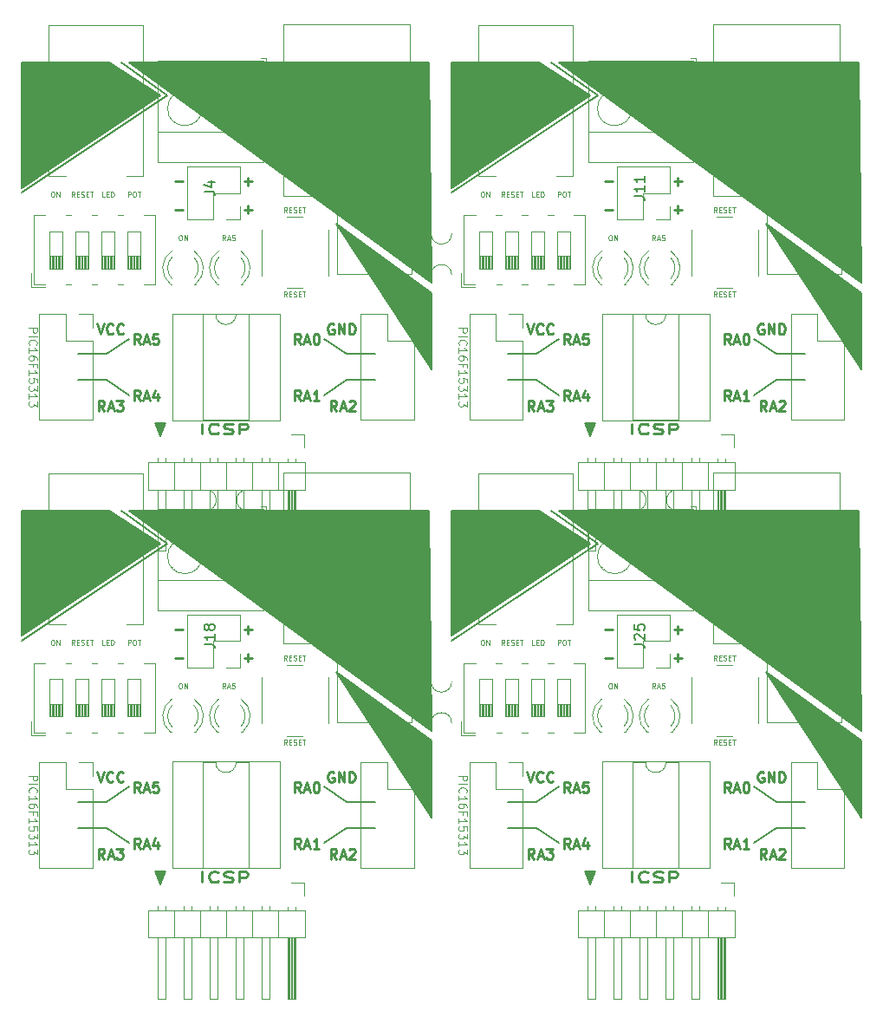
<source format=gbr>
%TF.GenerationSoftware,KiCad,Pcbnew,(7.0.0)*%
%TF.CreationDate,2024-02-06T19:59:14-06:00*%
%TF.ProjectId,Panel,50616e65-6c2e-46b6-9963-61645f706362,rev?*%
%TF.SameCoordinates,Original*%
%TF.FileFunction,Legend,Top*%
%TF.FilePolarity,Positive*%
%FSLAX46Y46*%
G04 Gerber Fmt 4.6, Leading zero omitted, Abs format (unit mm)*
G04 Created by KiCad (PCBNEW (7.0.0)) date 2024-02-06 19:59:14*
%MOMM*%
%LPD*%
G01*
G04 APERTURE LIST*
%ADD10C,0.250000*%
%ADD11C,0.125000*%
%ADD12C,0.150000*%
%ADD13C,0.100000*%
%ADD14C,0.120000*%
G04 APERTURE END LIST*
D10*
X171059523Y-131282380D02*
X170726190Y-130806190D01*
X170488095Y-131282380D02*
X170488095Y-130282380D01*
X170488095Y-130282380D02*
X170869047Y-130282380D01*
X170869047Y-130282380D02*
X170964285Y-130330000D01*
X170964285Y-130330000D02*
X171011904Y-130377619D01*
X171011904Y-130377619D02*
X171059523Y-130472857D01*
X171059523Y-130472857D02*
X171059523Y-130615714D01*
X171059523Y-130615714D02*
X171011904Y-130710952D01*
X171011904Y-130710952D02*
X170964285Y-130758571D01*
X170964285Y-130758571D02*
X170869047Y-130806190D01*
X170869047Y-130806190D02*
X170488095Y-130806190D01*
X171440476Y-130996666D02*
X171916666Y-130996666D01*
X171345238Y-131282380D02*
X171678571Y-130282380D01*
X171678571Y-130282380D02*
X172011904Y-131282380D01*
X172821428Y-130282380D02*
X172345238Y-130282380D01*
X172345238Y-130282380D02*
X172297619Y-130758571D01*
X172297619Y-130758571D02*
X172345238Y-130710952D01*
X172345238Y-130710952D02*
X172440476Y-130663333D01*
X172440476Y-130663333D02*
X172678571Y-130663333D01*
X172678571Y-130663333D02*
X172773809Y-130710952D01*
X172773809Y-130710952D02*
X172821428Y-130758571D01*
X172821428Y-130758571D02*
X172869047Y-130853809D01*
X172869047Y-130853809D02*
X172869047Y-131091904D01*
X172869047Y-131091904D02*
X172821428Y-131187142D01*
X172821428Y-131187142D02*
X172773809Y-131234761D01*
X172773809Y-131234761D02*
X172678571Y-131282380D01*
X172678571Y-131282380D02*
X172440476Y-131282380D01*
X172440476Y-131282380D02*
X172345238Y-131234761D01*
X172345238Y-131234761D02*
X172297619Y-131187142D01*
D11*
X174964285Y-120641190D02*
X175059523Y-120641190D01*
X175059523Y-120641190D02*
X175107142Y-120665000D01*
X175107142Y-120665000D02*
X175154761Y-120712619D01*
X175154761Y-120712619D02*
X175178571Y-120807857D01*
X175178571Y-120807857D02*
X175178571Y-120974523D01*
X175178571Y-120974523D02*
X175154761Y-121069761D01*
X175154761Y-121069761D02*
X175107142Y-121117380D01*
X175107142Y-121117380D02*
X175059523Y-121141190D01*
X175059523Y-121141190D02*
X174964285Y-121141190D01*
X174964285Y-121141190D02*
X174916666Y-121117380D01*
X174916666Y-121117380D02*
X174869047Y-121069761D01*
X174869047Y-121069761D02*
X174845238Y-120974523D01*
X174845238Y-120974523D02*
X174845238Y-120807857D01*
X174845238Y-120807857D02*
X174869047Y-120712619D01*
X174869047Y-120712619D02*
X174916666Y-120665000D01*
X174916666Y-120665000D02*
X174964285Y-120641190D01*
X175392857Y-121141190D02*
X175392857Y-120641190D01*
X175392857Y-120641190D02*
X175678571Y-121141190D01*
X175678571Y-121141190D02*
X175678571Y-120641190D01*
D10*
X181238095Y-115401428D02*
X182000000Y-115401428D01*
X181619047Y-115782380D02*
X181619047Y-115020476D01*
X174488095Y-115401428D02*
X175250000Y-115401428D01*
D11*
X179404761Y-121141190D02*
X179238095Y-120903095D01*
X179119047Y-121141190D02*
X179119047Y-120641190D01*
X179119047Y-120641190D02*
X179309523Y-120641190D01*
X179309523Y-120641190D02*
X179357142Y-120665000D01*
X179357142Y-120665000D02*
X179380952Y-120688809D01*
X179380952Y-120688809D02*
X179404761Y-120736428D01*
X179404761Y-120736428D02*
X179404761Y-120807857D01*
X179404761Y-120807857D02*
X179380952Y-120855476D01*
X179380952Y-120855476D02*
X179357142Y-120879285D01*
X179357142Y-120879285D02*
X179309523Y-120903095D01*
X179309523Y-120903095D02*
X179119047Y-120903095D01*
X179595238Y-120998333D02*
X179833333Y-120998333D01*
X179547619Y-121141190D02*
X179714285Y-120641190D01*
X179714285Y-120641190D02*
X179880952Y-121141190D01*
X180285713Y-120641190D02*
X180047618Y-120641190D01*
X180047618Y-120641190D02*
X180023809Y-120879285D01*
X180023809Y-120879285D02*
X180047618Y-120855476D01*
X180047618Y-120855476D02*
X180095237Y-120831666D01*
X180095237Y-120831666D02*
X180214285Y-120831666D01*
X180214285Y-120831666D02*
X180261904Y-120855476D01*
X180261904Y-120855476D02*
X180285713Y-120879285D01*
X180285713Y-120879285D02*
X180309523Y-120926904D01*
X180309523Y-120926904D02*
X180309523Y-121045952D01*
X180309523Y-121045952D02*
X180285713Y-121093571D01*
X180285713Y-121093571D02*
X180261904Y-121117380D01*
X180261904Y-121117380D02*
X180214285Y-121141190D01*
X180214285Y-121141190D02*
X180095237Y-121141190D01*
X180095237Y-121141190D02*
X180047618Y-121117380D01*
X180047618Y-121117380D02*
X180023809Y-121093571D01*
D10*
X181238095Y-118151428D02*
X182000000Y-118151428D01*
X181619047Y-118532380D02*
X181619047Y-117770476D01*
X186749999Y-131282380D02*
X186416666Y-130806190D01*
X186178571Y-131282380D02*
X186178571Y-130282380D01*
X186178571Y-130282380D02*
X186559523Y-130282380D01*
X186559523Y-130282380D02*
X186654761Y-130330000D01*
X186654761Y-130330000D02*
X186702380Y-130377619D01*
X186702380Y-130377619D02*
X186749999Y-130472857D01*
X186749999Y-130472857D02*
X186749999Y-130615714D01*
X186749999Y-130615714D02*
X186702380Y-130710952D01*
X186702380Y-130710952D02*
X186654761Y-130758571D01*
X186654761Y-130758571D02*
X186559523Y-130806190D01*
X186559523Y-130806190D02*
X186178571Y-130806190D01*
X187130952Y-130996666D02*
X187607142Y-130996666D01*
X187035714Y-131282380D02*
X187369047Y-130282380D01*
X187369047Y-130282380D02*
X187702380Y-131282380D01*
X188226190Y-130282380D02*
X188321428Y-130282380D01*
X188321428Y-130282380D02*
X188416666Y-130330000D01*
X188416666Y-130330000D02*
X188464285Y-130377619D01*
X188464285Y-130377619D02*
X188511904Y-130472857D01*
X188511904Y-130472857D02*
X188559523Y-130663333D01*
X188559523Y-130663333D02*
X188559523Y-130901428D01*
X188559523Y-130901428D02*
X188511904Y-131091904D01*
X188511904Y-131091904D02*
X188464285Y-131187142D01*
X188464285Y-131187142D02*
X188416666Y-131234761D01*
X188416666Y-131234761D02*
X188321428Y-131282380D01*
X188321428Y-131282380D02*
X188226190Y-131282380D01*
X188226190Y-131282380D02*
X188130952Y-131234761D01*
X188130952Y-131234761D02*
X188083333Y-131187142D01*
X188083333Y-131187142D02*
X188035714Y-131091904D01*
X188035714Y-131091904D02*
X187988095Y-130901428D01*
X187988095Y-130901428D02*
X187988095Y-130663333D01*
X187988095Y-130663333D02*
X188035714Y-130472857D01*
X188035714Y-130472857D02*
X188083333Y-130377619D01*
X188083333Y-130377619D02*
X188130952Y-130330000D01*
X188130952Y-130330000D02*
X188226190Y-130282380D01*
X166845238Y-129282380D02*
X167178571Y-130282380D01*
X167178571Y-130282380D02*
X167511904Y-129282380D01*
X168416666Y-130187142D02*
X168369047Y-130234761D01*
X168369047Y-130234761D02*
X168226190Y-130282380D01*
X168226190Y-130282380D02*
X168130952Y-130282380D01*
X168130952Y-130282380D02*
X167988095Y-130234761D01*
X167988095Y-130234761D02*
X167892857Y-130139523D01*
X167892857Y-130139523D02*
X167845238Y-130044285D01*
X167845238Y-130044285D02*
X167797619Y-129853809D01*
X167797619Y-129853809D02*
X167797619Y-129710952D01*
X167797619Y-129710952D02*
X167845238Y-129520476D01*
X167845238Y-129520476D02*
X167892857Y-129425238D01*
X167892857Y-129425238D02*
X167988095Y-129330000D01*
X167988095Y-129330000D02*
X168130952Y-129282380D01*
X168130952Y-129282380D02*
X168226190Y-129282380D01*
X168226190Y-129282380D02*
X168369047Y-129330000D01*
X168369047Y-129330000D02*
X168416666Y-129377619D01*
X169416666Y-130187142D02*
X169369047Y-130234761D01*
X169369047Y-130234761D02*
X169226190Y-130282380D01*
X169226190Y-130282380D02*
X169130952Y-130282380D01*
X169130952Y-130282380D02*
X168988095Y-130234761D01*
X168988095Y-130234761D02*
X168892857Y-130139523D01*
X168892857Y-130139523D02*
X168845238Y-130044285D01*
X168845238Y-130044285D02*
X168797619Y-129853809D01*
X168797619Y-129853809D02*
X168797619Y-129710952D01*
X168797619Y-129710952D02*
X168845238Y-129520476D01*
X168845238Y-129520476D02*
X168892857Y-129425238D01*
X168892857Y-129425238D02*
X168988095Y-129330000D01*
X168988095Y-129330000D02*
X169130952Y-129282380D01*
X169130952Y-129282380D02*
X169226190Y-129282380D01*
X169226190Y-129282380D02*
X169369047Y-129330000D01*
X169369047Y-129330000D02*
X169416666Y-129377619D01*
D11*
X169869047Y-116891190D02*
X169869047Y-116391190D01*
X169869047Y-116391190D02*
X170059523Y-116391190D01*
X170059523Y-116391190D02*
X170107142Y-116415000D01*
X170107142Y-116415000D02*
X170130952Y-116438809D01*
X170130952Y-116438809D02*
X170154761Y-116486428D01*
X170154761Y-116486428D02*
X170154761Y-116557857D01*
X170154761Y-116557857D02*
X170130952Y-116605476D01*
X170130952Y-116605476D02*
X170107142Y-116629285D01*
X170107142Y-116629285D02*
X170059523Y-116653095D01*
X170059523Y-116653095D02*
X169869047Y-116653095D01*
X170464285Y-116391190D02*
X170559523Y-116391190D01*
X170559523Y-116391190D02*
X170607142Y-116415000D01*
X170607142Y-116415000D02*
X170654761Y-116462619D01*
X170654761Y-116462619D02*
X170678571Y-116557857D01*
X170678571Y-116557857D02*
X170678571Y-116724523D01*
X170678571Y-116724523D02*
X170654761Y-116819761D01*
X170654761Y-116819761D02*
X170607142Y-116867380D01*
X170607142Y-116867380D02*
X170559523Y-116891190D01*
X170559523Y-116891190D02*
X170464285Y-116891190D01*
X170464285Y-116891190D02*
X170416666Y-116867380D01*
X170416666Y-116867380D02*
X170369047Y-116819761D01*
X170369047Y-116819761D02*
X170345238Y-116724523D01*
X170345238Y-116724523D02*
X170345238Y-116557857D01*
X170345238Y-116557857D02*
X170369047Y-116462619D01*
X170369047Y-116462619D02*
X170416666Y-116415000D01*
X170416666Y-116415000D02*
X170464285Y-116391190D01*
X170821429Y-116391190D02*
X171107143Y-116391190D01*
X170964286Y-116891190D02*
X170964286Y-116391190D01*
D10*
X167559523Y-137782380D02*
X167226190Y-137306190D01*
X166988095Y-137782380D02*
X166988095Y-136782380D01*
X166988095Y-136782380D02*
X167369047Y-136782380D01*
X167369047Y-136782380D02*
X167464285Y-136830000D01*
X167464285Y-136830000D02*
X167511904Y-136877619D01*
X167511904Y-136877619D02*
X167559523Y-136972857D01*
X167559523Y-136972857D02*
X167559523Y-137115714D01*
X167559523Y-137115714D02*
X167511904Y-137210952D01*
X167511904Y-137210952D02*
X167464285Y-137258571D01*
X167464285Y-137258571D02*
X167369047Y-137306190D01*
X167369047Y-137306190D02*
X166988095Y-137306190D01*
X167940476Y-137496666D02*
X168416666Y-137496666D01*
X167845238Y-137782380D02*
X168178571Y-136782380D01*
X168178571Y-136782380D02*
X168511904Y-137782380D01*
X168750000Y-136782380D02*
X169369047Y-136782380D01*
X169369047Y-136782380D02*
X169035714Y-137163333D01*
X169035714Y-137163333D02*
X169178571Y-137163333D01*
X169178571Y-137163333D02*
X169273809Y-137210952D01*
X169273809Y-137210952D02*
X169321428Y-137258571D01*
X169321428Y-137258571D02*
X169369047Y-137353809D01*
X169369047Y-137353809D02*
X169369047Y-137591904D01*
X169369047Y-137591904D02*
X169321428Y-137687142D01*
X169321428Y-137687142D02*
X169273809Y-137734761D01*
X169273809Y-137734761D02*
X169178571Y-137782380D01*
X169178571Y-137782380D02*
X168892857Y-137782380D01*
X168892857Y-137782380D02*
X168797619Y-137734761D01*
X168797619Y-137734761D02*
X168750000Y-137687142D01*
D12*
X169250000Y-103750000D02*
X173750000Y-107000000D01*
X194000000Y-132250000D02*
X191250000Y-132250000D01*
G36*
X173000000Y-140250000D02*
G01*
X172500000Y-139000000D01*
X173500000Y-139000000D01*
X173000000Y-140250000D01*
G37*
X173000000Y-140250000D02*
X172500000Y-139000000D01*
X173500000Y-139000000D01*
X173000000Y-140250000D01*
G36*
X199500000Y-126250000D02*
G01*
X199500000Y-133750000D01*
X190250000Y-119500000D01*
X199500000Y-126250000D01*
G37*
X199500000Y-126250000D02*
X199500000Y-133750000D01*
X190250000Y-119500000D01*
X199500000Y-126250000D01*
D10*
X190249999Y-137782380D02*
X189916666Y-137306190D01*
X189678571Y-137782380D02*
X189678571Y-136782380D01*
X189678571Y-136782380D02*
X190059523Y-136782380D01*
X190059523Y-136782380D02*
X190154761Y-136830000D01*
X190154761Y-136830000D02*
X190202380Y-136877619D01*
X190202380Y-136877619D02*
X190249999Y-136972857D01*
X190249999Y-136972857D02*
X190249999Y-137115714D01*
X190249999Y-137115714D02*
X190202380Y-137210952D01*
X190202380Y-137210952D02*
X190154761Y-137258571D01*
X190154761Y-137258571D02*
X190059523Y-137306190D01*
X190059523Y-137306190D02*
X189678571Y-137306190D01*
X190630952Y-137496666D02*
X191107142Y-137496666D01*
X190535714Y-137782380D02*
X190869047Y-136782380D01*
X190869047Y-136782380D02*
X191202380Y-137782380D01*
X191488095Y-136877619D02*
X191535714Y-136830000D01*
X191535714Y-136830000D02*
X191630952Y-136782380D01*
X191630952Y-136782380D02*
X191869047Y-136782380D01*
X191869047Y-136782380D02*
X191964285Y-136830000D01*
X191964285Y-136830000D02*
X192011904Y-136877619D01*
X192011904Y-136877619D02*
X192059523Y-136972857D01*
X192059523Y-136972857D02*
X192059523Y-137068095D01*
X192059523Y-137068095D02*
X192011904Y-137210952D01*
X192011904Y-137210952D02*
X191440476Y-137782380D01*
X191440476Y-137782380D02*
X192059523Y-137782380D01*
D11*
X185404761Y-126641190D02*
X185238095Y-126403095D01*
X185119047Y-126641190D02*
X185119047Y-126141190D01*
X185119047Y-126141190D02*
X185309523Y-126141190D01*
X185309523Y-126141190D02*
X185357142Y-126165000D01*
X185357142Y-126165000D02*
X185380952Y-126188809D01*
X185380952Y-126188809D02*
X185404761Y-126236428D01*
X185404761Y-126236428D02*
X185404761Y-126307857D01*
X185404761Y-126307857D02*
X185380952Y-126355476D01*
X185380952Y-126355476D02*
X185357142Y-126379285D01*
X185357142Y-126379285D02*
X185309523Y-126403095D01*
X185309523Y-126403095D02*
X185119047Y-126403095D01*
X185619047Y-126379285D02*
X185785714Y-126379285D01*
X185857142Y-126641190D02*
X185619047Y-126641190D01*
X185619047Y-126641190D02*
X185619047Y-126141190D01*
X185619047Y-126141190D02*
X185857142Y-126141190D01*
X186047619Y-126617380D02*
X186119047Y-126641190D01*
X186119047Y-126641190D02*
X186238095Y-126641190D01*
X186238095Y-126641190D02*
X186285714Y-126617380D01*
X186285714Y-126617380D02*
X186309523Y-126593571D01*
X186309523Y-126593571D02*
X186333333Y-126545952D01*
X186333333Y-126545952D02*
X186333333Y-126498333D01*
X186333333Y-126498333D02*
X186309523Y-126450714D01*
X186309523Y-126450714D02*
X186285714Y-126426904D01*
X186285714Y-126426904D02*
X186238095Y-126403095D01*
X186238095Y-126403095D02*
X186142857Y-126379285D01*
X186142857Y-126379285D02*
X186095238Y-126355476D01*
X186095238Y-126355476D02*
X186071428Y-126331666D01*
X186071428Y-126331666D02*
X186047619Y-126284047D01*
X186047619Y-126284047D02*
X186047619Y-126236428D01*
X186047619Y-126236428D02*
X186071428Y-126188809D01*
X186071428Y-126188809D02*
X186095238Y-126165000D01*
X186095238Y-126165000D02*
X186142857Y-126141190D01*
X186142857Y-126141190D02*
X186261904Y-126141190D01*
X186261904Y-126141190D02*
X186333333Y-126165000D01*
X186547618Y-126379285D02*
X186714285Y-126379285D01*
X186785713Y-126641190D02*
X186547618Y-126641190D01*
X186547618Y-126641190D02*
X186547618Y-126141190D01*
X186547618Y-126141190D02*
X186785713Y-126141190D01*
X186928571Y-126141190D02*
X187214285Y-126141190D01*
X187071428Y-126641190D02*
X187071428Y-126141190D01*
X162464285Y-116391190D02*
X162559523Y-116391190D01*
X162559523Y-116391190D02*
X162607142Y-116415000D01*
X162607142Y-116415000D02*
X162654761Y-116462619D01*
X162654761Y-116462619D02*
X162678571Y-116557857D01*
X162678571Y-116557857D02*
X162678571Y-116724523D01*
X162678571Y-116724523D02*
X162654761Y-116819761D01*
X162654761Y-116819761D02*
X162607142Y-116867380D01*
X162607142Y-116867380D02*
X162559523Y-116891190D01*
X162559523Y-116891190D02*
X162464285Y-116891190D01*
X162464285Y-116891190D02*
X162416666Y-116867380D01*
X162416666Y-116867380D02*
X162369047Y-116819761D01*
X162369047Y-116819761D02*
X162345238Y-116724523D01*
X162345238Y-116724523D02*
X162345238Y-116557857D01*
X162345238Y-116557857D02*
X162369047Y-116462619D01*
X162369047Y-116462619D02*
X162416666Y-116415000D01*
X162416666Y-116415000D02*
X162464285Y-116391190D01*
X162892857Y-116891190D02*
X162892857Y-116391190D01*
X162892857Y-116391190D02*
X163178571Y-116891190D01*
X163178571Y-116891190D02*
X163178571Y-116391190D01*
X185404761Y-118391190D02*
X185238095Y-118153095D01*
X185119047Y-118391190D02*
X185119047Y-117891190D01*
X185119047Y-117891190D02*
X185309523Y-117891190D01*
X185309523Y-117891190D02*
X185357142Y-117915000D01*
X185357142Y-117915000D02*
X185380952Y-117938809D01*
X185380952Y-117938809D02*
X185404761Y-117986428D01*
X185404761Y-117986428D02*
X185404761Y-118057857D01*
X185404761Y-118057857D02*
X185380952Y-118105476D01*
X185380952Y-118105476D02*
X185357142Y-118129285D01*
X185357142Y-118129285D02*
X185309523Y-118153095D01*
X185309523Y-118153095D02*
X185119047Y-118153095D01*
X185619047Y-118129285D02*
X185785714Y-118129285D01*
X185857142Y-118391190D02*
X185619047Y-118391190D01*
X185619047Y-118391190D02*
X185619047Y-117891190D01*
X185619047Y-117891190D02*
X185857142Y-117891190D01*
X186047619Y-118367380D02*
X186119047Y-118391190D01*
X186119047Y-118391190D02*
X186238095Y-118391190D01*
X186238095Y-118391190D02*
X186285714Y-118367380D01*
X186285714Y-118367380D02*
X186309523Y-118343571D01*
X186309523Y-118343571D02*
X186333333Y-118295952D01*
X186333333Y-118295952D02*
X186333333Y-118248333D01*
X186333333Y-118248333D02*
X186309523Y-118200714D01*
X186309523Y-118200714D02*
X186285714Y-118176904D01*
X186285714Y-118176904D02*
X186238095Y-118153095D01*
X186238095Y-118153095D02*
X186142857Y-118129285D01*
X186142857Y-118129285D02*
X186095238Y-118105476D01*
X186095238Y-118105476D02*
X186071428Y-118081666D01*
X186071428Y-118081666D02*
X186047619Y-118034047D01*
X186047619Y-118034047D02*
X186047619Y-117986428D01*
X186047619Y-117986428D02*
X186071428Y-117938809D01*
X186071428Y-117938809D02*
X186095238Y-117915000D01*
X186095238Y-117915000D02*
X186142857Y-117891190D01*
X186142857Y-117891190D02*
X186261904Y-117891190D01*
X186261904Y-117891190D02*
X186333333Y-117915000D01*
X186547618Y-118129285D02*
X186714285Y-118129285D01*
X186785713Y-118391190D02*
X186547618Y-118391190D01*
X186547618Y-118391190D02*
X186547618Y-117891190D01*
X186547618Y-117891190D02*
X186785713Y-117891190D01*
X186928571Y-117891190D02*
X187214285Y-117891190D01*
X187071428Y-118391190D02*
X187071428Y-117891190D01*
D10*
X186749999Y-136782380D02*
X186416666Y-136306190D01*
X186178571Y-136782380D02*
X186178571Y-135782380D01*
X186178571Y-135782380D02*
X186559523Y-135782380D01*
X186559523Y-135782380D02*
X186654761Y-135830000D01*
X186654761Y-135830000D02*
X186702380Y-135877619D01*
X186702380Y-135877619D02*
X186749999Y-135972857D01*
X186749999Y-135972857D02*
X186749999Y-136115714D01*
X186749999Y-136115714D02*
X186702380Y-136210952D01*
X186702380Y-136210952D02*
X186654761Y-136258571D01*
X186654761Y-136258571D02*
X186559523Y-136306190D01*
X186559523Y-136306190D02*
X186178571Y-136306190D01*
X187130952Y-136496666D02*
X187607142Y-136496666D01*
X187035714Y-136782380D02*
X187369047Y-135782380D01*
X187369047Y-135782380D02*
X187702380Y-136782380D01*
X188559523Y-136782380D02*
X187988095Y-136782380D01*
X188273809Y-136782380D02*
X188273809Y-135782380D01*
X188273809Y-135782380D02*
X188178571Y-135925238D01*
X188178571Y-135925238D02*
X188083333Y-136020476D01*
X188083333Y-136020476D02*
X187988095Y-136068095D01*
X177107142Y-140032380D02*
X177107142Y-139032380D01*
X178678571Y-139937142D02*
X178607143Y-139984761D01*
X178607143Y-139984761D02*
X178392857Y-140032380D01*
X178392857Y-140032380D02*
X178250000Y-140032380D01*
X178250000Y-140032380D02*
X178035714Y-139984761D01*
X178035714Y-139984761D02*
X177892857Y-139889523D01*
X177892857Y-139889523D02*
X177821428Y-139794285D01*
X177821428Y-139794285D02*
X177750000Y-139603809D01*
X177750000Y-139603809D02*
X177750000Y-139460952D01*
X177750000Y-139460952D02*
X177821428Y-139270476D01*
X177821428Y-139270476D02*
X177892857Y-139175238D01*
X177892857Y-139175238D02*
X178035714Y-139080000D01*
X178035714Y-139080000D02*
X178250000Y-139032380D01*
X178250000Y-139032380D02*
X178392857Y-139032380D01*
X178392857Y-139032380D02*
X178607143Y-139080000D01*
X178607143Y-139080000D02*
X178678571Y-139127619D01*
X179250000Y-139984761D02*
X179464286Y-140032380D01*
X179464286Y-140032380D02*
X179821428Y-140032380D01*
X179821428Y-140032380D02*
X179964286Y-139984761D01*
X179964286Y-139984761D02*
X180035714Y-139937142D01*
X180035714Y-139937142D02*
X180107143Y-139841904D01*
X180107143Y-139841904D02*
X180107143Y-139746666D01*
X180107143Y-139746666D02*
X180035714Y-139651428D01*
X180035714Y-139651428D02*
X179964286Y-139603809D01*
X179964286Y-139603809D02*
X179821428Y-139556190D01*
X179821428Y-139556190D02*
X179535714Y-139508571D01*
X179535714Y-139508571D02*
X179392857Y-139460952D01*
X179392857Y-139460952D02*
X179321428Y-139413333D01*
X179321428Y-139413333D02*
X179250000Y-139318095D01*
X179250000Y-139318095D02*
X179250000Y-139222857D01*
X179250000Y-139222857D02*
X179321428Y-139127619D01*
X179321428Y-139127619D02*
X179392857Y-139080000D01*
X179392857Y-139080000D02*
X179535714Y-139032380D01*
X179535714Y-139032380D02*
X179892857Y-139032380D01*
X179892857Y-139032380D02*
X180107143Y-139080000D01*
X180749999Y-140032380D02*
X180749999Y-139032380D01*
X180749999Y-139032380D02*
X181321428Y-139032380D01*
X181321428Y-139032380D02*
X181464285Y-139080000D01*
X181464285Y-139080000D02*
X181535714Y-139127619D01*
X181535714Y-139127619D02*
X181607142Y-139222857D01*
X181607142Y-139222857D02*
X181607142Y-139365714D01*
X181607142Y-139365714D02*
X181535714Y-139460952D01*
X181535714Y-139460952D02*
X181464285Y-139508571D01*
X181464285Y-139508571D02*
X181321428Y-139556190D01*
X181321428Y-139556190D02*
X180749999Y-139556190D01*
X174488095Y-118151428D02*
X175250000Y-118151428D01*
D11*
X164654761Y-116891190D02*
X164488095Y-116653095D01*
X164369047Y-116891190D02*
X164369047Y-116391190D01*
X164369047Y-116391190D02*
X164559523Y-116391190D01*
X164559523Y-116391190D02*
X164607142Y-116415000D01*
X164607142Y-116415000D02*
X164630952Y-116438809D01*
X164630952Y-116438809D02*
X164654761Y-116486428D01*
X164654761Y-116486428D02*
X164654761Y-116557857D01*
X164654761Y-116557857D02*
X164630952Y-116605476D01*
X164630952Y-116605476D02*
X164607142Y-116629285D01*
X164607142Y-116629285D02*
X164559523Y-116653095D01*
X164559523Y-116653095D02*
X164369047Y-116653095D01*
X164869047Y-116629285D02*
X165035714Y-116629285D01*
X165107142Y-116891190D02*
X164869047Y-116891190D01*
X164869047Y-116891190D02*
X164869047Y-116391190D01*
X164869047Y-116391190D02*
X165107142Y-116391190D01*
X165297619Y-116867380D02*
X165369047Y-116891190D01*
X165369047Y-116891190D02*
X165488095Y-116891190D01*
X165488095Y-116891190D02*
X165535714Y-116867380D01*
X165535714Y-116867380D02*
X165559523Y-116843571D01*
X165559523Y-116843571D02*
X165583333Y-116795952D01*
X165583333Y-116795952D02*
X165583333Y-116748333D01*
X165583333Y-116748333D02*
X165559523Y-116700714D01*
X165559523Y-116700714D02*
X165535714Y-116676904D01*
X165535714Y-116676904D02*
X165488095Y-116653095D01*
X165488095Y-116653095D02*
X165392857Y-116629285D01*
X165392857Y-116629285D02*
X165345238Y-116605476D01*
X165345238Y-116605476D02*
X165321428Y-116581666D01*
X165321428Y-116581666D02*
X165297619Y-116534047D01*
X165297619Y-116534047D02*
X165297619Y-116486428D01*
X165297619Y-116486428D02*
X165321428Y-116438809D01*
X165321428Y-116438809D02*
X165345238Y-116415000D01*
X165345238Y-116415000D02*
X165392857Y-116391190D01*
X165392857Y-116391190D02*
X165511904Y-116391190D01*
X165511904Y-116391190D02*
X165583333Y-116415000D01*
X165797618Y-116629285D02*
X165964285Y-116629285D01*
X166035713Y-116891190D02*
X165797618Y-116891190D01*
X165797618Y-116891190D02*
X165797618Y-116391190D01*
X165797618Y-116391190D02*
X166035713Y-116391190D01*
X166178571Y-116391190D02*
X166464285Y-116391190D01*
X166321428Y-116891190D02*
X166321428Y-116391190D01*
D10*
X171059523Y-136782380D02*
X170726190Y-136306190D01*
X170488095Y-136782380D02*
X170488095Y-135782380D01*
X170488095Y-135782380D02*
X170869047Y-135782380D01*
X170869047Y-135782380D02*
X170964285Y-135830000D01*
X170964285Y-135830000D02*
X171011904Y-135877619D01*
X171011904Y-135877619D02*
X171059523Y-135972857D01*
X171059523Y-135972857D02*
X171059523Y-136115714D01*
X171059523Y-136115714D02*
X171011904Y-136210952D01*
X171011904Y-136210952D02*
X170964285Y-136258571D01*
X170964285Y-136258571D02*
X170869047Y-136306190D01*
X170869047Y-136306190D02*
X170488095Y-136306190D01*
X171440476Y-136496666D02*
X171916666Y-136496666D01*
X171345238Y-136782380D02*
X171678571Y-135782380D01*
X171678571Y-135782380D02*
X172011904Y-136782380D01*
X172773809Y-136115714D02*
X172773809Y-136782380D01*
X172535714Y-135734761D02*
X172297619Y-136449047D01*
X172297619Y-136449047D02*
X172916666Y-136449047D01*
D11*
X167607142Y-116891190D02*
X167369047Y-116891190D01*
X167369047Y-116891190D02*
X167369047Y-116391190D01*
X167773809Y-116629285D02*
X167940476Y-116629285D01*
X168011904Y-116891190D02*
X167773809Y-116891190D01*
X167773809Y-116891190D02*
X167773809Y-116391190D01*
X167773809Y-116391190D02*
X168011904Y-116391190D01*
X168226190Y-116891190D02*
X168226190Y-116391190D01*
X168226190Y-116391190D02*
X168345238Y-116391190D01*
X168345238Y-116391190D02*
X168416666Y-116415000D01*
X168416666Y-116415000D02*
X168464285Y-116462619D01*
X168464285Y-116462619D02*
X168488095Y-116510238D01*
X168488095Y-116510238D02*
X168511904Y-116605476D01*
X168511904Y-116605476D02*
X168511904Y-116676904D01*
X168511904Y-116676904D02*
X168488095Y-116772142D01*
X168488095Y-116772142D02*
X168464285Y-116819761D01*
X168464285Y-116819761D02*
X168416666Y-116867380D01*
X168416666Y-116867380D02*
X168345238Y-116891190D01*
X168345238Y-116891190D02*
X168226190Y-116891190D01*
D10*
X189964285Y-129330000D02*
X189869047Y-129282380D01*
X189869047Y-129282380D02*
X189726190Y-129282380D01*
X189726190Y-129282380D02*
X189583333Y-129330000D01*
X189583333Y-129330000D02*
X189488095Y-129425238D01*
X189488095Y-129425238D02*
X189440476Y-129520476D01*
X189440476Y-129520476D02*
X189392857Y-129710952D01*
X189392857Y-129710952D02*
X189392857Y-129853809D01*
X189392857Y-129853809D02*
X189440476Y-130044285D01*
X189440476Y-130044285D02*
X189488095Y-130139523D01*
X189488095Y-130139523D02*
X189583333Y-130234761D01*
X189583333Y-130234761D02*
X189726190Y-130282380D01*
X189726190Y-130282380D02*
X189821428Y-130282380D01*
X189821428Y-130282380D02*
X189964285Y-130234761D01*
X189964285Y-130234761D02*
X190011904Y-130187142D01*
X190011904Y-130187142D02*
X190011904Y-129853809D01*
X190011904Y-129853809D02*
X189821428Y-129853809D01*
X190440476Y-130282380D02*
X190440476Y-129282380D01*
X190440476Y-129282380D02*
X191011904Y-130282380D01*
X191011904Y-130282380D02*
X191011904Y-129282380D01*
X191488095Y-130282380D02*
X191488095Y-129282380D01*
X191488095Y-129282380D02*
X191726190Y-129282380D01*
X191726190Y-129282380D02*
X191869047Y-129330000D01*
X191869047Y-129330000D02*
X191964285Y-129425238D01*
X191964285Y-129425238D02*
X192011904Y-129520476D01*
X192011904Y-129520476D02*
X192059523Y-129710952D01*
X192059523Y-129710952D02*
X192059523Y-129853809D01*
X192059523Y-129853809D02*
X192011904Y-130044285D01*
X192011904Y-130044285D02*
X191964285Y-130139523D01*
X191964285Y-130139523D02*
X191869047Y-130234761D01*
X191869047Y-130234761D02*
X191726190Y-130282380D01*
X191726190Y-130282380D02*
X191488095Y-130282380D01*
D11*
X160174095Y-129690476D02*
X160974095Y-129690476D01*
X160974095Y-129690476D02*
X160974095Y-129995238D01*
X160974095Y-129995238D02*
X160936000Y-130071428D01*
X160936000Y-130071428D02*
X160897904Y-130109523D01*
X160897904Y-130109523D02*
X160821714Y-130147619D01*
X160821714Y-130147619D02*
X160707428Y-130147619D01*
X160707428Y-130147619D02*
X160631238Y-130109523D01*
X160631238Y-130109523D02*
X160593142Y-130071428D01*
X160593142Y-130071428D02*
X160555047Y-129995238D01*
X160555047Y-129995238D02*
X160555047Y-129690476D01*
X160174095Y-130490476D02*
X160974095Y-130490476D01*
X160250285Y-131328571D02*
X160212190Y-131290475D01*
X160212190Y-131290475D02*
X160174095Y-131176190D01*
X160174095Y-131176190D02*
X160174095Y-131099999D01*
X160174095Y-131099999D02*
X160212190Y-130985713D01*
X160212190Y-130985713D02*
X160288380Y-130909523D01*
X160288380Y-130909523D02*
X160364571Y-130871428D01*
X160364571Y-130871428D02*
X160516952Y-130833332D01*
X160516952Y-130833332D02*
X160631238Y-130833332D01*
X160631238Y-130833332D02*
X160783619Y-130871428D01*
X160783619Y-130871428D02*
X160859809Y-130909523D01*
X160859809Y-130909523D02*
X160936000Y-130985713D01*
X160936000Y-130985713D02*
X160974095Y-131099999D01*
X160974095Y-131099999D02*
X160974095Y-131176190D01*
X160974095Y-131176190D02*
X160936000Y-131290475D01*
X160936000Y-131290475D02*
X160897904Y-131328571D01*
X160174095Y-132090475D02*
X160174095Y-131633332D01*
X160174095Y-131861904D02*
X160974095Y-131861904D01*
X160974095Y-131861904D02*
X160859809Y-131785713D01*
X160859809Y-131785713D02*
X160783619Y-131709523D01*
X160783619Y-131709523D02*
X160745523Y-131633332D01*
X160974095Y-132776190D02*
X160974095Y-132623809D01*
X160974095Y-132623809D02*
X160936000Y-132547618D01*
X160936000Y-132547618D02*
X160897904Y-132509523D01*
X160897904Y-132509523D02*
X160783619Y-132433333D01*
X160783619Y-132433333D02*
X160631238Y-132395237D01*
X160631238Y-132395237D02*
X160326476Y-132395237D01*
X160326476Y-132395237D02*
X160250285Y-132433333D01*
X160250285Y-132433333D02*
X160212190Y-132471428D01*
X160212190Y-132471428D02*
X160174095Y-132547618D01*
X160174095Y-132547618D02*
X160174095Y-132699999D01*
X160174095Y-132699999D02*
X160212190Y-132776190D01*
X160212190Y-132776190D02*
X160250285Y-132814285D01*
X160250285Y-132814285D02*
X160326476Y-132852380D01*
X160326476Y-132852380D02*
X160516952Y-132852380D01*
X160516952Y-132852380D02*
X160593142Y-132814285D01*
X160593142Y-132814285D02*
X160631238Y-132776190D01*
X160631238Y-132776190D02*
X160669333Y-132699999D01*
X160669333Y-132699999D02*
X160669333Y-132547618D01*
X160669333Y-132547618D02*
X160631238Y-132471428D01*
X160631238Y-132471428D02*
X160593142Y-132433333D01*
X160593142Y-132433333D02*
X160516952Y-132395237D01*
X160593142Y-133461904D02*
X160593142Y-133195238D01*
X160174095Y-133195238D02*
X160974095Y-133195238D01*
X160974095Y-133195238D02*
X160974095Y-133576190D01*
X160174095Y-134299999D02*
X160174095Y-133842856D01*
X160174095Y-134071428D02*
X160974095Y-134071428D01*
X160974095Y-134071428D02*
X160859809Y-133995237D01*
X160859809Y-133995237D02*
X160783619Y-133919047D01*
X160783619Y-133919047D02*
X160745523Y-133842856D01*
X160974095Y-135023809D02*
X160974095Y-134642857D01*
X160974095Y-134642857D02*
X160593142Y-134604761D01*
X160593142Y-134604761D02*
X160631238Y-134642857D01*
X160631238Y-134642857D02*
X160669333Y-134719047D01*
X160669333Y-134719047D02*
X160669333Y-134909523D01*
X160669333Y-134909523D02*
X160631238Y-134985714D01*
X160631238Y-134985714D02*
X160593142Y-135023809D01*
X160593142Y-135023809D02*
X160516952Y-135061904D01*
X160516952Y-135061904D02*
X160326476Y-135061904D01*
X160326476Y-135061904D02*
X160250285Y-135023809D01*
X160250285Y-135023809D02*
X160212190Y-134985714D01*
X160212190Y-134985714D02*
X160174095Y-134909523D01*
X160174095Y-134909523D02*
X160174095Y-134719047D01*
X160174095Y-134719047D02*
X160212190Y-134642857D01*
X160212190Y-134642857D02*
X160250285Y-134604761D01*
X160974095Y-135328571D02*
X160974095Y-135823809D01*
X160974095Y-135823809D02*
X160669333Y-135557143D01*
X160669333Y-135557143D02*
X160669333Y-135671428D01*
X160669333Y-135671428D02*
X160631238Y-135747619D01*
X160631238Y-135747619D02*
X160593142Y-135785714D01*
X160593142Y-135785714D02*
X160516952Y-135823809D01*
X160516952Y-135823809D02*
X160326476Y-135823809D01*
X160326476Y-135823809D02*
X160250285Y-135785714D01*
X160250285Y-135785714D02*
X160212190Y-135747619D01*
X160212190Y-135747619D02*
X160174095Y-135671428D01*
X160174095Y-135671428D02*
X160174095Y-135442857D01*
X160174095Y-135442857D02*
X160212190Y-135366666D01*
X160212190Y-135366666D02*
X160250285Y-135328571D01*
X160174095Y-136585714D02*
X160174095Y-136128571D01*
X160174095Y-136357143D02*
X160974095Y-136357143D01*
X160974095Y-136357143D02*
X160859809Y-136280952D01*
X160859809Y-136280952D02*
X160783619Y-136204762D01*
X160783619Y-136204762D02*
X160745523Y-136128571D01*
X160974095Y-136852381D02*
X160974095Y-137347619D01*
X160974095Y-137347619D02*
X160669333Y-137080953D01*
X160669333Y-137080953D02*
X160669333Y-137195238D01*
X160669333Y-137195238D02*
X160631238Y-137271429D01*
X160631238Y-137271429D02*
X160593142Y-137309524D01*
X160593142Y-137309524D02*
X160516952Y-137347619D01*
X160516952Y-137347619D02*
X160326476Y-137347619D01*
X160326476Y-137347619D02*
X160250285Y-137309524D01*
X160250285Y-137309524D02*
X160212190Y-137271429D01*
X160212190Y-137271429D02*
X160174095Y-137195238D01*
X160174095Y-137195238D02*
X160174095Y-136966667D01*
X160174095Y-136966667D02*
X160212190Y-136890476D01*
X160212190Y-136890476D02*
X160250285Y-136852381D01*
D12*
X173750000Y-107000000D02*
X159500000Y-116500000D01*
G36*
X199500000Y-125250000D02*
G01*
X170000000Y-103750000D01*
X199250000Y-103750000D01*
X199500000Y-125250000D01*
G37*
X199500000Y-125250000D02*
X170000000Y-103750000D01*
X199250000Y-103750000D01*
X199500000Y-125250000D01*
X191250000Y-132250000D02*
X189000000Y-130750000D01*
G36*
X173000000Y-107000000D02*
G01*
X159500000Y-116000000D01*
X159500000Y-103750000D01*
X168000000Y-103750000D01*
X173000000Y-107000000D01*
G37*
X173000000Y-107000000D02*
X159500000Y-116000000D01*
X159500000Y-103750000D01*
X168000000Y-103750000D01*
X173000000Y-107000000D01*
X167750000Y-134750000D02*
X170000000Y-136250000D01*
X167750000Y-132250000D02*
X170000000Y-130750000D01*
X191250000Y-134750000D02*
X189000000Y-136250000D01*
X165000000Y-134750000D02*
X167750000Y-134750000D01*
X194000000Y-134750000D02*
X191250000Y-134750000D01*
X165000000Y-132250000D02*
X167750000Y-132250000D01*
D10*
X129059523Y-131282380D02*
X128726190Y-130806190D01*
X128488095Y-131282380D02*
X128488095Y-130282380D01*
X128488095Y-130282380D02*
X128869047Y-130282380D01*
X128869047Y-130282380D02*
X128964285Y-130330000D01*
X128964285Y-130330000D02*
X129011904Y-130377619D01*
X129011904Y-130377619D02*
X129059523Y-130472857D01*
X129059523Y-130472857D02*
X129059523Y-130615714D01*
X129059523Y-130615714D02*
X129011904Y-130710952D01*
X129011904Y-130710952D02*
X128964285Y-130758571D01*
X128964285Y-130758571D02*
X128869047Y-130806190D01*
X128869047Y-130806190D02*
X128488095Y-130806190D01*
X129440476Y-130996666D02*
X129916666Y-130996666D01*
X129345238Y-131282380D02*
X129678571Y-130282380D01*
X129678571Y-130282380D02*
X130011904Y-131282380D01*
X130821428Y-130282380D02*
X130345238Y-130282380D01*
X130345238Y-130282380D02*
X130297619Y-130758571D01*
X130297619Y-130758571D02*
X130345238Y-130710952D01*
X130345238Y-130710952D02*
X130440476Y-130663333D01*
X130440476Y-130663333D02*
X130678571Y-130663333D01*
X130678571Y-130663333D02*
X130773809Y-130710952D01*
X130773809Y-130710952D02*
X130821428Y-130758571D01*
X130821428Y-130758571D02*
X130869047Y-130853809D01*
X130869047Y-130853809D02*
X130869047Y-131091904D01*
X130869047Y-131091904D02*
X130821428Y-131187142D01*
X130821428Y-131187142D02*
X130773809Y-131234761D01*
X130773809Y-131234761D02*
X130678571Y-131282380D01*
X130678571Y-131282380D02*
X130440476Y-131282380D01*
X130440476Y-131282380D02*
X130345238Y-131234761D01*
X130345238Y-131234761D02*
X130297619Y-131187142D01*
D11*
X132964285Y-120641190D02*
X133059523Y-120641190D01*
X133059523Y-120641190D02*
X133107142Y-120665000D01*
X133107142Y-120665000D02*
X133154761Y-120712619D01*
X133154761Y-120712619D02*
X133178571Y-120807857D01*
X133178571Y-120807857D02*
X133178571Y-120974523D01*
X133178571Y-120974523D02*
X133154761Y-121069761D01*
X133154761Y-121069761D02*
X133107142Y-121117380D01*
X133107142Y-121117380D02*
X133059523Y-121141190D01*
X133059523Y-121141190D02*
X132964285Y-121141190D01*
X132964285Y-121141190D02*
X132916666Y-121117380D01*
X132916666Y-121117380D02*
X132869047Y-121069761D01*
X132869047Y-121069761D02*
X132845238Y-120974523D01*
X132845238Y-120974523D02*
X132845238Y-120807857D01*
X132845238Y-120807857D02*
X132869047Y-120712619D01*
X132869047Y-120712619D02*
X132916666Y-120665000D01*
X132916666Y-120665000D02*
X132964285Y-120641190D01*
X133392857Y-121141190D02*
X133392857Y-120641190D01*
X133392857Y-120641190D02*
X133678571Y-121141190D01*
X133678571Y-121141190D02*
X133678571Y-120641190D01*
D10*
X139238095Y-115401428D02*
X140000000Y-115401428D01*
X139619047Y-115782380D02*
X139619047Y-115020476D01*
X132488095Y-115401428D02*
X133250000Y-115401428D01*
D11*
X137404761Y-121141190D02*
X137238095Y-120903095D01*
X137119047Y-121141190D02*
X137119047Y-120641190D01*
X137119047Y-120641190D02*
X137309523Y-120641190D01*
X137309523Y-120641190D02*
X137357142Y-120665000D01*
X137357142Y-120665000D02*
X137380952Y-120688809D01*
X137380952Y-120688809D02*
X137404761Y-120736428D01*
X137404761Y-120736428D02*
X137404761Y-120807857D01*
X137404761Y-120807857D02*
X137380952Y-120855476D01*
X137380952Y-120855476D02*
X137357142Y-120879285D01*
X137357142Y-120879285D02*
X137309523Y-120903095D01*
X137309523Y-120903095D02*
X137119047Y-120903095D01*
X137595238Y-120998333D02*
X137833333Y-120998333D01*
X137547619Y-121141190D02*
X137714285Y-120641190D01*
X137714285Y-120641190D02*
X137880952Y-121141190D01*
X138285713Y-120641190D02*
X138047618Y-120641190D01*
X138047618Y-120641190D02*
X138023809Y-120879285D01*
X138023809Y-120879285D02*
X138047618Y-120855476D01*
X138047618Y-120855476D02*
X138095237Y-120831666D01*
X138095237Y-120831666D02*
X138214285Y-120831666D01*
X138214285Y-120831666D02*
X138261904Y-120855476D01*
X138261904Y-120855476D02*
X138285713Y-120879285D01*
X138285713Y-120879285D02*
X138309523Y-120926904D01*
X138309523Y-120926904D02*
X138309523Y-121045952D01*
X138309523Y-121045952D02*
X138285713Y-121093571D01*
X138285713Y-121093571D02*
X138261904Y-121117380D01*
X138261904Y-121117380D02*
X138214285Y-121141190D01*
X138214285Y-121141190D02*
X138095237Y-121141190D01*
X138095237Y-121141190D02*
X138047618Y-121117380D01*
X138047618Y-121117380D02*
X138023809Y-121093571D01*
D10*
X139238095Y-118151428D02*
X140000000Y-118151428D01*
X139619047Y-118532380D02*
X139619047Y-117770476D01*
X144749999Y-131282380D02*
X144416666Y-130806190D01*
X144178571Y-131282380D02*
X144178571Y-130282380D01*
X144178571Y-130282380D02*
X144559523Y-130282380D01*
X144559523Y-130282380D02*
X144654761Y-130330000D01*
X144654761Y-130330000D02*
X144702380Y-130377619D01*
X144702380Y-130377619D02*
X144749999Y-130472857D01*
X144749999Y-130472857D02*
X144749999Y-130615714D01*
X144749999Y-130615714D02*
X144702380Y-130710952D01*
X144702380Y-130710952D02*
X144654761Y-130758571D01*
X144654761Y-130758571D02*
X144559523Y-130806190D01*
X144559523Y-130806190D02*
X144178571Y-130806190D01*
X145130952Y-130996666D02*
X145607142Y-130996666D01*
X145035714Y-131282380D02*
X145369047Y-130282380D01*
X145369047Y-130282380D02*
X145702380Y-131282380D01*
X146226190Y-130282380D02*
X146321428Y-130282380D01*
X146321428Y-130282380D02*
X146416666Y-130330000D01*
X146416666Y-130330000D02*
X146464285Y-130377619D01*
X146464285Y-130377619D02*
X146511904Y-130472857D01*
X146511904Y-130472857D02*
X146559523Y-130663333D01*
X146559523Y-130663333D02*
X146559523Y-130901428D01*
X146559523Y-130901428D02*
X146511904Y-131091904D01*
X146511904Y-131091904D02*
X146464285Y-131187142D01*
X146464285Y-131187142D02*
X146416666Y-131234761D01*
X146416666Y-131234761D02*
X146321428Y-131282380D01*
X146321428Y-131282380D02*
X146226190Y-131282380D01*
X146226190Y-131282380D02*
X146130952Y-131234761D01*
X146130952Y-131234761D02*
X146083333Y-131187142D01*
X146083333Y-131187142D02*
X146035714Y-131091904D01*
X146035714Y-131091904D02*
X145988095Y-130901428D01*
X145988095Y-130901428D02*
X145988095Y-130663333D01*
X145988095Y-130663333D02*
X146035714Y-130472857D01*
X146035714Y-130472857D02*
X146083333Y-130377619D01*
X146083333Y-130377619D02*
X146130952Y-130330000D01*
X146130952Y-130330000D02*
X146226190Y-130282380D01*
X124845238Y-129282380D02*
X125178571Y-130282380D01*
X125178571Y-130282380D02*
X125511904Y-129282380D01*
X126416666Y-130187142D02*
X126369047Y-130234761D01*
X126369047Y-130234761D02*
X126226190Y-130282380D01*
X126226190Y-130282380D02*
X126130952Y-130282380D01*
X126130952Y-130282380D02*
X125988095Y-130234761D01*
X125988095Y-130234761D02*
X125892857Y-130139523D01*
X125892857Y-130139523D02*
X125845238Y-130044285D01*
X125845238Y-130044285D02*
X125797619Y-129853809D01*
X125797619Y-129853809D02*
X125797619Y-129710952D01*
X125797619Y-129710952D02*
X125845238Y-129520476D01*
X125845238Y-129520476D02*
X125892857Y-129425238D01*
X125892857Y-129425238D02*
X125988095Y-129330000D01*
X125988095Y-129330000D02*
X126130952Y-129282380D01*
X126130952Y-129282380D02*
X126226190Y-129282380D01*
X126226190Y-129282380D02*
X126369047Y-129330000D01*
X126369047Y-129330000D02*
X126416666Y-129377619D01*
X127416666Y-130187142D02*
X127369047Y-130234761D01*
X127369047Y-130234761D02*
X127226190Y-130282380D01*
X127226190Y-130282380D02*
X127130952Y-130282380D01*
X127130952Y-130282380D02*
X126988095Y-130234761D01*
X126988095Y-130234761D02*
X126892857Y-130139523D01*
X126892857Y-130139523D02*
X126845238Y-130044285D01*
X126845238Y-130044285D02*
X126797619Y-129853809D01*
X126797619Y-129853809D02*
X126797619Y-129710952D01*
X126797619Y-129710952D02*
X126845238Y-129520476D01*
X126845238Y-129520476D02*
X126892857Y-129425238D01*
X126892857Y-129425238D02*
X126988095Y-129330000D01*
X126988095Y-129330000D02*
X127130952Y-129282380D01*
X127130952Y-129282380D02*
X127226190Y-129282380D01*
X127226190Y-129282380D02*
X127369047Y-129330000D01*
X127369047Y-129330000D02*
X127416666Y-129377619D01*
D11*
X127869047Y-116891190D02*
X127869047Y-116391190D01*
X127869047Y-116391190D02*
X128059523Y-116391190D01*
X128059523Y-116391190D02*
X128107142Y-116415000D01*
X128107142Y-116415000D02*
X128130952Y-116438809D01*
X128130952Y-116438809D02*
X128154761Y-116486428D01*
X128154761Y-116486428D02*
X128154761Y-116557857D01*
X128154761Y-116557857D02*
X128130952Y-116605476D01*
X128130952Y-116605476D02*
X128107142Y-116629285D01*
X128107142Y-116629285D02*
X128059523Y-116653095D01*
X128059523Y-116653095D02*
X127869047Y-116653095D01*
X128464285Y-116391190D02*
X128559523Y-116391190D01*
X128559523Y-116391190D02*
X128607142Y-116415000D01*
X128607142Y-116415000D02*
X128654761Y-116462619D01*
X128654761Y-116462619D02*
X128678571Y-116557857D01*
X128678571Y-116557857D02*
X128678571Y-116724523D01*
X128678571Y-116724523D02*
X128654761Y-116819761D01*
X128654761Y-116819761D02*
X128607142Y-116867380D01*
X128607142Y-116867380D02*
X128559523Y-116891190D01*
X128559523Y-116891190D02*
X128464285Y-116891190D01*
X128464285Y-116891190D02*
X128416666Y-116867380D01*
X128416666Y-116867380D02*
X128369047Y-116819761D01*
X128369047Y-116819761D02*
X128345238Y-116724523D01*
X128345238Y-116724523D02*
X128345238Y-116557857D01*
X128345238Y-116557857D02*
X128369047Y-116462619D01*
X128369047Y-116462619D02*
X128416666Y-116415000D01*
X128416666Y-116415000D02*
X128464285Y-116391190D01*
X128821429Y-116391190D02*
X129107143Y-116391190D01*
X128964286Y-116891190D02*
X128964286Y-116391190D01*
D10*
X125559523Y-137782380D02*
X125226190Y-137306190D01*
X124988095Y-137782380D02*
X124988095Y-136782380D01*
X124988095Y-136782380D02*
X125369047Y-136782380D01*
X125369047Y-136782380D02*
X125464285Y-136830000D01*
X125464285Y-136830000D02*
X125511904Y-136877619D01*
X125511904Y-136877619D02*
X125559523Y-136972857D01*
X125559523Y-136972857D02*
X125559523Y-137115714D01*
X125559523Y-137115714D02*
X125511904Y-137210952D01*
X125511904Y-137210952D02*
X125464285Y-137258571D01*
X125464285Y-137258571D02*
X125369047Y-137306190D01*
X125369047Y-137306190D02*
X124988095Y-137306190D01*
X125940476Y-137496666D02*
X126416666Y-137496666D01*
X125845238Y-137782380D02*
X126178571Y-136782380D01*
X126178571Y-136782380D02*
X126511904Y-137782380D01*
X126750000Y-136782380D02*
X127369047Y-136782380D01*
X127369047Y-136782380D02*
X127035714Y-137163333D01*
X127035714Y-137163333D02*
X127178571Y-137163333D01*
X127178571Y-137163333D02*
X127273809Y-137210952D01*
X127273809Y-137210952D02*
X127321428Y-137258571D01*
X127321428Y-137258571D02*
X127369047Y-137353809D01*
X127369047Y-137353809D02*
X127369047Y-137591904D01*
X127369047Y-137591904D02*
X127321428Y-137687142D01*
X127321428Y-137687142D02*
X127273809Y-137734761D01*
X127273809Y-137734761D02*
X127178571Y-137782380D01*
X127178571Y-137782380D02*
X126892857Y-137782380D01*
X126892857Y-137782380D02*
X126797619Y-137734761D01*
X126797619Y-137734761D02*
X126750000Y-137687142D01*
D12*
X127250000Y-103750000D02*
X131750000Y-107000000D01*
X152000000Y-132250000D02*
X149250000Y-132250000D01*
G36*
X131000000Y-140250000D02*
G01*
X130500000Y-139000000D01*
X131500000Y-139000000D01*
X131000000Y-140250000D01*
G37*
X131000000Y-140250000D02*
X130500000Y-139000000D01*
X131500000Y-139000000D01*
X131000000Y-140250000D01*
G36*
X157500000Y-126250000D02*
G01*
X157500000Y-133750000D01*
X148250000Y-119500000D01*
X157500000Y-126250000D01*
G37*
X157500000Y-126250000D02*
X157500000Y-133750000D01*
X148250000Y-119500000D01*
X157500000Y-126250000D01*
D10*
X148249999Y-137782380D02*
X147916666Y-137306190D01*
X147678571Y-137782380D02*
X147678571Y-136782380D01*
X147678571Y-136782380D02*
X148059523Y-136782380D01*
X148059523Y-136782380D02*
X148154761Y-136830000D01*
X148154761Y-136830000D02*
X148202380Y-136877619D01*
X148202380Y-136877619D02*
X148249999Y-136972857D01*
X148249999Y-136972857D02*
X148249999Y-137115714D01*
X148249999Y-137115714D02*
X148202380Y-137210952D01*
X148202380Y-137210952D02*
X148154761Y-137258571D01*
X148154761Y-137258571D02*
X148059523Y-137306190D01*
X148059523Y-137306190D02*
X147678571Y-137306190D01*
X148630952Y-137496666D02*
X149107142Y-137496666D01*
X148535714Y-137782380D02*
X148869047Y-136782380D01*
X148869047Y-136782380D02*
X149202380Y-137782380D01*
X149488095Y-136877619D02*
X149535714Y-136830000D01*
X149535714Y-136830000D02*
X149630952Y-136782380D01*
X149630952Y-136782380D02*
X149869047Y-136782380D01*
X149869047Y-136782380D02*
X149964285Y-136830000D01*
X149964285Y-136830000D02*
X150011904Y-136877619D01*
X150011904Y-136877619D02*
X150059523Y-136972857D01*
X150059523Y-136972857D02*
X150059523Y-137068095D01*
X150059523Y-137068095D02*
X150011904Y-137210952D01*
X150011904Y-137210952D02*
X149440476Y-137782380D01*
X149440476Y-137782380D02*
X150059523Y-137782380D01*
D11*
X143404761Y-126641190D02*
X143238095Y-126403095D01*
X143119047Y-126641190D02*
X143119047Y-126141190D01*
X143119047Y-126141190D02*
X143309523Y-126141190D01*
X143309523Y-126141190D02*
X143357142Y-126165000D01*
X143357142Y-126165000D02*
X143380952Y-126188809D01*
X143380952Y-126188809D02*
X143404761Y-126236428D01*
X143404761Y-126236428D02*
X143404761Y-126307857D01*
X143404761Y-126307857D02*
X143380952Y-126355476D01*
X143380952Y-126355476D02*
X143357142Y-126379285D01*
X143357142Y-126379285D02*
X143309523Y-126403095D01*
X143309523Y-126403095D02*
X143119047Y-126403095D01*
X143619047Y-126379285D02*
X143785714Y-126379285D01*
X143857142Y-126641190D02*
X143619047Y-126641190D01*
X143619047Y-126641190D02*
X143619047Y-126141190D01*
X143619047Y-126141190D02*
X143857142Y-126141190D01*
X144047619Y-126617380D02*
X144119047Y-126641190D01*
X144119047Y-126641190D02*
X144238095Y-126641190D01*
X144238095Y-126641190D02*
X144285714Y-126617380D01*
X144285714Y-126617380D02*
X144309523Y-126593571D01*
X144309523Y-126593571D02*
X144333333Y-126545952D01*
X144333333Y-126545952D02*
X144333333Y-126498333D01*
X144333333Y-126498333D02*
X144309523Y-126450714D01*
X144309523Y-126450714D02*
X144285714Y-126426904D01*
X144285714Y-126426904D02*
X144238095Y-126403095D01*
X144238095Y-126403095D02*
X144142857Y-126379285D01*
X144142857Y-126379285D02*
X144095238Y-126355476D01*
X144095238Y-126355476D02*
X144071428Y-126331666D01*
X144071428Y-126331666D02*
X144047619Y-126284047D01*
X144047619Y-126284047D02*
X144047619Y-126236428D01*
X144047619Y-126236428D02*
X144071428Y-126188809D01*
X144071428Y-126188809D02*
X144095238Y-126165000D01*
X144095238Y-126165000D02*
X144142857Y-126141190D01*
X144142857Y-126141190D02*
X144261904Y-126141190D01*
X144261904Y-126141190D02*
X144333333Y-126165000D01*
X144547618Y-126379285D02*
X144714285Y-126379285D01*
X144785713Y-126641190D02*
X144547618Y-126641190D01*
X144547618Y-126641190D02*
X144547618Y-126141190D01*
X144547618Y-126141190D02*
X144785713Y-126141190D01*
X144928571Y-126141190D02*
X145214285Y-126141190D01*
X145071428Y-126641190D02*
X145071428Y-126141190D01*
X120464285Y-116391190D02*
X120559523Y-116391190D01*
X120559523Y-116391190D02*
X120607142Y-116415000D01*
X120607142Y-116415000D02*
X120654761Y-116462619D01*
X120654761Y-116462619D02*
X120678571Y-116557857D01*
X120678571Y-116557857D02*
X120678571Y-116724523D01*
X120678571Y-116724523D02*
X120654761Y-116819761D01*
X120654761Y-116819761D02*
X120607142Y-116867380D01*
X120607142Y-116867380D02*
X120559523Y-116891190D01*
X120559523Y-116891190D02*
X120464285Y-116891190D01*
X120464285Y-116891190D02*
X120416666Y-116867380D01*
X120416666Y-116867380D02*
X120369047Y-116819761D01*
X120369047Y-116819761D02*
X120345238Y-116724523D01*
X120345238Y-116724523D02*
X120345238Y-116557857D01*
X120345238Y-116557857D02*
X120369047Y-116462619D01*
X120369047Y-116462619D02*
X120416666Y-116415000D01*
X120416666Y-116415000D02*
X120464285Y-116391190D01*
X120892857Y-116891190D02*
X120892857Y-116391190D01*
X120892857Y-116391190D02*
X121178571Y-116891190D01*
X121178571Y-116891190D02*
X121178571Y-116391190D01*
X143404761Y-118391190D02*
X143238095Y-118153095D01*
X143119047Y-118391190D02*
X143119047Y-117891190D01*
X143119047Y-117891190D02*
X143309523Y-117891190D01*
X143309523Y-117891190D02*
X143357142Y-117915000D01*
X143357142Y-117915000D02*
X143380952Y-117938809D01*
X143380952Y-117938809D02*
X143404761Y-117986428D01*
X143404761Y-117986428D02*
X143404761Y-118057857D01*
X143404761Y-118057857D02*
X143380952Y-118105476D01*
X143380952Y-118105476D02*
X143357142Y-118129285D01*
X143357142Y-118129285D02*
X143309523Y-118153095D01*
X143309523Y-118153095D02*
X143119047Y-118153095D01*
X143619047Y-118129285D02*
X143785714Y-118129285D01*
X143857142Y-118391190D02*
X143619047Y-118391190D01*
X143619047Y-118391190D02*
X143619047Y-117891190D01*
X143619047Y-117891190D02*
X143857142Y-117891190D01*
X144047619Y-118367380D02*
X144119047Y-118391190D01*
X144119047Y-118391190D02*
X144238095Y-118391190D01*
X144238095Y-118391190D02*
X144285714Y-118367380D01*
X144285714Y-118367380D02*
X144309523Y-118343571D01*
X144309523Y-118343571D02*
X144333333Y-118295952D01*
X144333333Y-118295952D02*
X144333333Y-118248333D01*
X144333333Y-118248333D02*
X144309523Y-118200714D01*
X144309523Y-118200714D02*
X144285714Y-118176904D01*
X144285714Y-118176904D02*
X144238095Y-118153095D01*
X144238095Y-118153095D02*
X144142857Y-118129285D01*
X144142857Y-118129285D02*
X144095238Y-118105476D01*
X144095238Y-118105476D02*
X144071428Y-118081666D01*
X144071428Y-118081666D02*
X144047619Y-118034047D01*
X144047619Y-118034047D02*
X144047619Y-117986428D01*
X144047619Y-117986428D02*
X144071428Y-117938809D01*
X144071428Y-117938809D02*
X144095238Y-117915000D01*
X144095238Y-117915000D02*
X144142857Y-117891190D01*
X144142857Y-117891190D02*
X144261904Y-117891190D01*
X144261904Y-117891190D02*
X144333333Y-117915000D01*
X144547618Y-118129285D02*
X144714285Y-118129285D01*
X144785713Y-118391190D02*
X144547618Y-118391190D01*
X144547618Y-118391190D02*
X144547618Y-117891190D01*
X144547618Y-117891190D02*
X144785713Y-117891190D01*
X144928571Y-117891190D02*
X145214285Y-117891190D01*
X145071428Y-118391190D02*
X145071428Y-117891190D01*
D10*
X144749999Y-136782380D02*
X144416666Y-136306190D01*
X144178571Y-136782380D02*
X144178571Y-135782380D01*
X144178571Y-135782380D02*
X144559523Y-135782380D01*
X144559523Y-135782380D02*
X144654761Y-135830000D01*
X144654761Y-135830000D02*
X144702380Y-135877619D01*
X144702380Y-135877619D02*
X144749999Y-135972857D01*
X144749999Y-135972857D02*
X144749999Y-136115714D01*
X144749999Y-136115714D02*
X144702380Y-136210952D01*
X144702380Y-136210952D02*
X144654761Y-136258571D01*
X144654761Y-136258571D02*
X144559523Y-136306190D01*
X144559523Y-136306190D02*
X144178571Y-136306190D01*
X145130952Y-136496666D02*
X145607142Y-136496666D01*
X145035714Y-136782380D02*
X145369047Y-135782380D01*
X145369047Y-135782380D02*
X145702380Y-136782380D01*
X146559523Y-136782380D02*
X145988095Y-136782380D01*
X146273809Y-136782380D02*
X146273809Y-135782380D01*
X146273809Y-135782380D02*
X146178571Y-135925238D01*
X146178571Y-135925238D02*
X146083333Y-136020476D01*
X146083333Y-136020476D02*
X145988095Y-136068095D01*
X135107142Y-140032380D02*
X135107142Y-139032380D01*
X136678571Y-139937142D02*
X136607143Y-139984761D01*
X136607143Y-139984761D02*
X136392857Y-140032380D01*
X136392857Y-140032380D02*
X136250000Y-140032380D01*
X136250000Y-140032380D02*
X136035714Y-139984761D01*
X136035714Y-139984761D02*
X135892857Y-139889523D01*
X135892857Y-139889523D02*
X135821428Y-139794285D01*
X135821428Y-139794285D02*
X135750000Y-139603809D01*
X135750000Y-139603809D02*
X135750000Y-139460952D01*
X135750000Y-139460952D02*
X135821428Y-139270476D01*
X135821428Y-139270476D02*
X135892857Y-139175238D01*
X135892857Y-139175238D02*
X136035714Y-139080000D01*
X136035714Y-139080000D02*
X136250000Y-139032380D01*
X136250000Y-139032380D02*
X136392857Y-139032380D01*
X136392857Y-139032380D02*
X136607143Y-139080000D01*
X136607143Y-139080000D02*
X136678571Y-139127619D01*
X137250000Y-139984761D02*
X137464286Y-140032380D01*
X137464286Y-140032380D02*
X137821428Y-140032380D01*
X137821428Y-140032380D02*
X137964286Y-139984761D01*
X137964286Y-139984761D02*
X138035714Y-139937142D01*
X138035714Y-139937142D02*
X138107143Y-139841904D01*
X138107143Y-139841904D02*
X138107143Y-139746666D01*
X138107143Y-139746666D02*
X138035714Y-139651428D01*
X138035714Y-139651428D02*
X137964286Y-139603809D01*
X137964286Y-139603809D02*
X137821428Y-139556190D01*
X137821428Y-139556190D02*
X137535714Y-139508571D01*
X137535714Y-139508571D02*
X137392857Y-139460952D01*
X137392857Y-139460952D02*
X137321428Y-139413333D01*
X137321428Y-139413333D02*
X137250000Y-139318095D01*
X137250000Y-139318095D02*
X137250000Y-139222857D01*
X137250000Y-139222857D02*
X137321428Y-139127619D01*
X137321428Y-139127619D02*
X137392857Y-139080000D01*
X137392857Y-139080000D02*
X137535714Y-139032380D01*
X137535714Y-139032380D02*
X137892857Y-139032380D01*
X137892857Y-139032380D02*
X138107143Y-139080000D01*
X138749999Y-140032380D02*
X138749999Y-139032380D01*
X138749999Y-139032380D02*
X139321428Y-139032380D01*
X139321428Y-139032380D02*
X139464285Y-139080000D01*
X139464285Y-139080000D02*
X139535714Y-139127619D01*
X139535714Y-139127619D02*
X139607142Y-139222857D01*
X139607142Y-139222857D02*
X139607142Y-139365714D01*
X139607142Y-139365714D02*
X139535714Y-139460952D01*
X139535714Y-139460952D02*
X139464285Y-139508571D01*
X139464285Y-139508571D02*
X139321428Y-139556190D01*
X139321428Y-139556190D02*
X138749999Y-139556190D01*
X132488095Y-118151428D02*
X133250000Y-118151428D01*
D11*
X122654761Y-116891190D02*
X122488095Y-116653095D01*
X122369047Y-116891190D02*
X122369047Y-116391190D01*
X122369047Y-116391190D02*
X122559523Y-116391190D01*
X122559523Y-116391190D02*
X122607142Y-116415000D01*
X122607142Y-116415000D02*
X122630952Y-116438809D01*
X122630952Y-116438809D02*
X122654761Y-116486428D01*
X122654761Y-116486428D02*
X122654761Y-116557857D01*
X122654761Y-116557857D02*
X122630952Y-116605476D01*
X122630952Y-116605476D02*
X122607142Y-116629285D01*
X122607142Y-116629285D02*
X122559523Y-116653095D01*
X122559523Y-116653095D02*
X122369047Y-116653095D01*
X122869047Y-116629285D02*
X123035714Y-116629285D01*
X123107142Y-116891190D02*
X122869047Y-116891190D01*
X122869047Y-116891190D02*
X122869047Y-116391190D01*
X122869047Y-116391190D02*
X123107142Y-116391190D01*
X123297619Y-116867380D02*
X123369047Y-116891190D01*
X123369047Y-116891190D02*
X123488095Y-116891190D01*
X123488095Y-116891190D02*
X123535714Y-116867380D01*
X123535714Y-116867380D02*
X123559523Y-116843571D01*
X123559523Y-116843571D02*
X123583333Y-116795952D01*
X123583333Y-116795952D02*
X123583333Y-116748333D01*
X123583333Y-116748333D02*
X123559523Y-116700714D01*
X123559523Y-116700714D02*
X123535714Y-116676904D01*
X123535714Y-116676904D02*
X123488095Y-116653095D01*
X123488095Y-116653095D02*
X123392857Y-116629285D01*
X123392857Y-116629285D02*
X123345238Y-116605476D01*
X123345238Y-116605476D02*
X123321428Y-116581666D01*
X123321428Y-116581666D02*
X123297619Y-116534047D01*
X123297619Y-116534047D02*
X123297619Y-116486428D01*
X123297619Y-116486428D02*
X123321428Y-116438809D01*
X123321428Y-116438809D02*
X123345238Y-116415000D01*
X123345238Y-116415000D02*
X123392857Y-116391190D01*
X123392857Y-116391190D02*
X123511904Y-116391190D01*
X123511904Y-116391190D02*
X123583333Y-116415000D01*
X123797618Y-116629285D02*
X123964285Y-116629285D01*
X124035713Y-116891190D02*
X123797618Y-116891190D01*
X123797618Y-116891190D02*
X123797618Y-116391190D01*
X123797618Y-116391190D02*
X124035713Y-116391190D01*
X124178571Y-116391190D02*
X124464285Y-116391190D01*
X124321428Y-116891190D02*
X124321428Y-116391190D01*
D10*
X129059523Y-136782380D02*
X128726190Y-136306190D01*
X128488095Y-136782380D02*
X128488095Y-135782380D01*
X128488095Y-135782380D02*
X128869047Y-135782380D01*
X128869047Y-135782380D02*
X128964285Y-135830000D01*
X128964285Y-135830000D02*
X129011904Y-135877619D01*
X129011904Y-135877619D02*
X129059523Y-135972857D01*
X129059523Y-135972857D02*
X129059523Y-136115714D01*
X129059523Y-136115714D02*
X129011904Y-136210952D01*
X129011904Y-136210952D02*
X128964285Y-136258571D01*
X128964285Y-136258571D02*
X128869047Y-136306190D01*
X128869047Y-136306190D02*
X128488095Y-136306190D01*
X129440476Y-136496666D02*
X129916666Y-136496666D01*
X129345238Y-136782380D02*
X129678571Y-135782380D01*
X129678571Y-135782380D02*
X130011904Y-136782380D01*
X130773809Y-136115714D02*
X130773809Y-136782380D01*
X130535714Y-135734761D02*
X130297619Y-136449047D01*
X130297619Y-136449047D02*
X130916666Y-136449047D01*
D11*
X125607142Y-116891190D02*
X125369047Y-116891190D01*
X125369047Y-116891190D02*
X125369047Y-116391190D01*
X125773809Y-116629285D02*
X125940476Y-116629285D01*
X126011904Y-116891190D02*
X125773809Y-116891190D01*
X125773809Y-116891190D02*
X125773809Y-116391190D01*
X125773809Y-116391190D02*
X126011904Y-116391190D01*
X126226190Y-116891190D02*
X126226190Y-116391190D01*
X126226190Y-116391190D02*
X126345238Y-116391190D01*
X126345238Y-116391190D02*
X126416666Y-116415000D01*
X126416666Y-116415000D02*
X126464285Y-116462619D01*
X126464285Y-116462619D02*
X126488095Y-116510238D01*
X126488095Y-116510238D02*
X126511904Y-116605476D01*
X126511904Y-116605476D02*
X126511904Y-116676904D01*
X126511904Y-116676904D02*
X126488095Y-116772142D01*
X126488095Y-116772142D02*
X126464285Y-116819761D01*
X126464285Y-116819761D02*
X126416666Y-116867380D01*
X126416666Y-116867380D02*
X126345238Y-116891190D01*
X126345238Y-116891190D02*
X126226190Y-116891190D01*
D10*
X147964285Y-129330000D02*
X147869047Y-129282380D01*
X147869047Y-129282380D02*
X147726190Y-129282380D01*
X147726190Y-129282380D02*
X147583333Y-129330000D01*
X147583333Y-129330000D02*
X147488095Y-129425238D01*
X147488095Y-129425238D02*
X147440476Y-129520476D01*
X147440476Y-129520476D02*
X147392857Y-129710952D01*
X147392857Y-129710952D02*
X147392857Y-129853809D01*
X147392857Y-129853809D02*
X147440476Y-130044285D01*
X147440476Y-130044285D02*
X147488095Y-130139523D01*
X147488095Y-130139523D02*
X147583333Y-130234761D01*
X147583333Y-130234761D02*
X147726190Y-130282380D01*
X147726190Y-130282380D02*
X147821428Y-130282380D01*
X147821428Y-130282380D02*
X147964285Y-130234761D01*
X147964285Y-130234761D02*
X148011904Y-130187142D01*
X148011904Y-130187142D02*
X148011904Y-129853809D01*
X148011904Y-129853809D02*
X147821428Y-129853809D01*
X148440476Y-130282380D02*
X148440476Y-129282380D01*
X148440476Y-129282380D02*
X149011904Y-130282380D01*
X149011904Y-130282380D02*
X149011904Y-129282380D01*
X149488095Y-130282380D02*
X149488095Y-129282380D01*
X149488095Y-129282380D02*
X149726190Y-129282380D01*
X149726190Y-129282380D02*
X149869047Y-129330000D01*
X149869047Y-129330000D02*
X149964285Y-129425238D01*
X149964285Y-129425238D02*
X150011904Y-129520476D01*
X150011904Y-129520476D02*
X150059523Y-129710952D01*
X150059523Y-129710952D02*
X150059523Y-129853809D01*
X150059523Y-129853809D02*
X150011904Y-130044285D01*
X150011904Y-130044285D02*
X149964285Y-130139523D01*
X149964285Y-130139523D02*
X149869047Y-130234761D01*
X149869047Y-130234761D02*
X149726190Y-130282380D01*
X149726190Y-130282380D02*
X149488095Y-130282380D01*
D11*
X118174095Y-129690476D02*
X118974095Y-129690476D01*
X118974095Y-129690476D02*
X118974095Y-129995238D01*
X118974095Y-129995238D02*
X118936000Y-130071428D01*
X118936000Y-130071428D02*
X118897904Y-130109523D01*
X118897904Y-130109523D02*
X118821714Y-130147619D01*
X118821714Y-130147619D02*
X118707428Y-130147619D01*
X118707428Y-130147619D02*
X118631238Y-130109523D01*
X118631238Y-130109523D02*
X118593142Y-130071428D01*
X118593142Y-130071428D02*
X118555047Y-129995238D01*
X118555047Y-129995238D02*
X118555047Y-129690476D01*
X118174095Y-130490476D02*
X118974095Y-130490476D01*
X118250285Y-131328571D02*
X118212190Y-131290475D01*
X118212190Y-131290475D02*
X118174095Y-131176190D01*
X118174095Y-131176190D02*
X118174095Y-131099999D01*
X118174095Y-131099999D02*
X118212190Y-130985713D01*
X118212190Y-130985713D02*
X118288380Y-130909523D01*
X118288380Y-130909523D02*
X118364571Y-130871428D01*
X118364571Y-130871428D02*
X118516952Y-130833332D01*
X118516952Y-130833332D02*
X118631238Y-130833332D01*
X118631238Y-130833332D02*
X118783619Y-130871428D01*
X118783619Y-130871428D02*
X118859809Y-130909523D01*
X118859809Y-130909523D02*
X118936000Y-130985713D01*
X118936000Y-130985713D02*
X118974095Y-131099999D01*
X118974095Y-131099999D02*
X118974095Y-131176190D01*
X118974095Y-131176190D02*
X118936000Y-131290475D01*
X118936000Y-131290475D02*
X118897904Y-131328571D01*
X118174095Y-132090475D02*
X118174095Y-131633332D01*
X118174095Y-131861904D02*
X118974095Y-131861904D01*
X118974095Y-131861904D02*
X118859809Y-131785713D01*
X118859809Y-131785713D02*
X118783619Y-131709523D01*
X118783619Y-131709523D02*
X118745523Y-131633332D01*
X118974095Y-132776190D02*
X118974095Y-132623809D01*
X118974095Y-132623809D02*
X118936000Y-132547618D01*
X118936000Y-132547618D02*
X118897904Y-132509523D01*
X118897904Y-132509523D02*
X118783619Y-132433333D01*
X118783619Y-132433333D02*
X118631238Y-132395237D01*
X118631238Y-132395237D02*
X118326476Y-132395237D01*
X118326476Y-132395237D02*
X118250285Y-132433333D01*
X118250285Y-132433333D02*
X118212190Y-132471428D01*
X118212190Y-132471428D02*
X118174095Y-132547618D01*
X118174095Y-132547618D02*
X118174095Y-132699999D01*
X118174095Y-132699999D02*
X118212190Y-132776190D01*
X118212190Y-132776190D02*
X118250285Y-132814285D01*
X118250285Y-132814285D02*
X118326476Y-132852380D01*
X118326476Y-132852380D02*
X118516952Y-132852380D01*
X118516952Y-132852380D02*
X118593142Y-132814285D01*
X118593142Y-132814285D02*
X118631238Y-132776190D01*
X118631238Y-132776190D02*
X118669333Y-132699999D01*
X118669333Y-132699999D02*
X118669333Y-132547618D01*
X118669333Y-132547618D02*
X118631238Y-132471428D01*
X118631238Y-132471428D02*
X118593142Y-132433333D01*
X118593142Y-132433333D02*
X118516952Y-132395237D01*
X118593142Y-133461904D02*
X118593142Y-133195238D01*
X118174095Y-133195238D02*
X118974095Y-133195238D01*
X118974095Y-133195238D02*
X118974095Y-133576190D01*
X118174095Y-134299999D02*
X118174095Y-133842856D01*
X118174095Y-134071428D02*
X118974095Y-134071428D01*
X118974095Y-134071428D02*
X118859809Y-133995237D01*
X118859809Y-133995237D02*
X118783619Y-133919047D01*
X118783619Y-133919047D02*
X118745523Y-133842856D01*
X118974095Y-135023809D02*
X118974095Y-134642857D01*
X118974095Y-134642857D02*
X118593142Y-134604761D01*
X118593142Y-134604761D02*
X118631238Y-134642857D01*
X118631238Y-134642857D02*
X118669333Y-134719047D01*
X118669333Y-134719047D02*
X118669333Y-134909523D01*
X118669333Y-134909523D02*
X118631238Y-134985714D01*
X118631238Y-134985714D02*
X118593142Y-135023809D01*
X118593142Y-135023809D02*
X118516952Y-135061904D01*
X118516952Y-135061904D02*
X118326476Y-135061904D01*
X118326476Y-135061904D02*
X118250285Y-135023809D01*
X118250285Y-135023809D02*
X118212190Y-134985714D01*
X118212190Y-134985714D02*
X118174095Y-134909523D01*
X118174095Y-134909523D02*
X118174095Y-134719047D01*
X118174095Y-134719047D02*
X118212190Y-134642857D01*
X118212190Y-134642857D02*
X118250285Y-134604761D01*
X118974095Y-135328571D02*
X118974095Y-135823809D01*
X118974095Y-135823809D02*
X118669333Y-135557143D01*
X118669333Y-135557143D02*
X118669333Y-135671428D01*
X118669333Y-135671428D02*
X118631238Y-135747619D01*
X118631238Y-135747619D02*
X118593142Y-135785714D01*
X118593142Y-135785714D02*
X118516952Y-135823809D01*
X118516952Y-135823809D02*
X118326476Y-135823809D01*
X118326476Y-135823809D02*
X118250285Y-135785714D01*
X118250285Y-135785714D02*
X118212190Y-135747619D01*
X118212190Y-135747619D02*
X118174095Y-135671428D01*
X118174095Y-135671428D02*
X118174095Y-135442857D01*
X118174095Y-135442857D02*
X118212190Y-135366666D01*
X118212190Y-135366666D02*
X118250285Y-135328571D01*
X118174095Y-136585714D02*
X118174095Y-136128571D01*
X118174095Y-136357143D02*
X118974095Y-136357143D01*
X118974095Y-136357143D02*
X118859809Y-136280952D01*
X118859809Y-136280952D02*
X118783619Y-136204762D01*
X118783619Y-136204762D02*
X118745523Y-136128571D01*
X118974095Y-136852381D02*
X118974095Y-137347619D01*
X118974095Y-137347619D02*
X118669333Y-137080953D01*
X118669333Y-137080953D02*
X118669333Y-137195238D01*
X118669333Y-137195238D02*
X118631238Y-137271429D01*
X118631238Y-137271429D02*
X118593142Y-137309524D01*
X118593142Y-137309524D02*
X118516952Y-137347619D01*
X118516952Y-137347619D02*
X118326476Y-137347619D01*
X118326476Y-137347619D02*
X118250285Y-137309524D01*
X118250285Y-137309524D02*
X118212190Y-137271429D01*
X118212190Y-137271429D02*
X118174095Y-137195238D01*
X118174095Y-137195238D02*
X118174095Y-136966667D01*
X118174095Y-136966667D02*
X118212190Y-136890476D01*
X118212190Y-136890476D02*
X118250285Y-136852381D01*
D12*
X131750000Y-107000000D02*
X117500000Y-116500000D01*
G36*
X157500000Y-125250000D02*
G01*
X128000000Y-103750000D01*
X157250000Y-103750000D01*
X157500000Y-125250000D01*
G37*
X157500000Y-125250000D02*
X128000000Y-103750000D01*
X157250000Y-103750000D01*
X157500000Y-125250000D01*
X149250000Y-132250000D02*
X147000000Y-130750000D01*
G36*
X131000000Y-107000000D02*
G01*
X117500000Y-116000000D01*
X117500000Y-103750000D01*
X126000000Y-103750000D01*
X131000000Y-107000000D01*
G37*
X131000000Y-107000000D02*
X117500000Y-116000000D01*
X117500000Y-103750000D01*
X126000000Y-103750000D01*
X131000000Y-107000000D01*
X125750000Y-134750000D02*
X128000000Y-136250000D01*
X125750000Y-132250000D02*
X128000000Y-130750000D01*
X149250000Y-134750000D02*
X147000000Y-136250000D01*
X123000000Y-134750000D02*
X125750000Y-134750000D01*
X152000000Y-134750000D02*
X149250000Y-134750000D01*
X123000000Y-132250000D02*
X125750000Y-132250000D01*
D10*
X171059523Y-87532380D02*
X170726190Y-87056190D01*
X170488095Y-87532380D02*
X170488095Y-86532380D01*
X170488095Y-86532380D02*
X170869047Y-86532380D01*
X170869047Y-86532380D02*
X170964285Y-86580000D01*
X170964285Y-86580000D02*
X171011904Y-86627619D01*
X171011904Y-86627619D02*
X171059523Y-86722857D01*
X171059523Y-86722857D02*
X171059523Y-86865714D01*
X171059523Y-86865714D02*
X171011904Y-86960952D01*
X171011904Y-86960952D02*
X170964285Y-87008571D01*
X170964285Y-87008571D02*
X170869047Y-87056190D01*
X170869047Y-87056190D02*
X170488095Y-87056190D01*
X171440476Y-87246666D02*
X171916666Y-87246666D01*
X171345238Y-87532380D02*
X171678571Y-86532380D01*
X171678571Y-86532380D02*
X172011904Y-87532380D01*
X172821428Y-86532380D02*
X172345238Y-86532380D01*
X172345238Y-86532380D02*
X172297619Y-87008571D01*
X172297619Y-87008571D02*
X172345238Y-86960952D01*
X172345238Y-86960952D02*
X172440476Y-86913333D01*
X172440476Y-86913333D02*
X172678571Y-86913333D01*
X172678571Y-86913333D02*
X172773809Y-86960952D01*
X172773809Y-86960952D02*
X172821428Y-87008571D01*
X172821428Y-87008571D02*
X172869047Y-87103809D01*
X172869047Y-87103809D02*
X172869047Y-87341904D01*
X172869047Y-87341904D02*
X172821428Y-87437142D01*
X172821428Y-87437142D02*
X172773809Y-87484761D01*
X172773809Y-87484761D02*
X172678571Y-87532380D01*
X172678571Y-87532380D02*
X172440476Y-87532380D01*
X172440476Y-87532380D02*
X172345238Y-87484761D01*
X172345238Y-87484761D02*
X172297619Y-87437142D01*
D11*
X174964285Y-76891190D02*
X175059523Y-76891190D01*
X175059523Y-76891190D02*
X175107142Y-76915000D01*
X175107142Y-76915000D02*
X175154761Y-76962619D01*
X175154761Y-76962619D02*
X175178571Y-77057857D01*
X175178571Y-77057857D02*
X175178571Y-77224523D01*
X175178571Y-77224523D02*
X175154761Y-77319761D01*
X175154761Y-77319761D02*
X175107142Y-77367380D01*
X175107142Y-77367380D02*
X175059523Y-77391190D01*
X175059523Y-77391190D02*
X174964285Y-77391190D01*
X174964285Y-77391190D02*
X174916666Y-77367380D01*
X174916666Y-77367380D02*
X174869047Y-77319761D01*
X174869047Y-77319761D02*
X174845238Y-77224523D01*
X174845238Y-77224523D02*
X174845238Y-77057857D01*
X174845238Y-77057857D02*
X174869047Y-76962619D01*
X174869047Y-76962619D02*
X174916666Y-76915000D01*
X174916666Y-76915000D02*
X174964285Y-76891190D01*
X175392857Y-77391190D02*
X175392857Y-76891190D01*
X175392857Y-76891190D02*
X175678571Y-77391190D01*
X175678571Y-77391190D02*
X175678571Y-76891190D01*
D10*
X181238095Y-71651428D02*
X182000000Y-71651428D01*
X181619047Y-72032380D02*
X181619047Y-71270476D01*
X174488095Y-71651428D02*
X175250000Y-71651428D01*
D11*
X179404761Y-77391190D02*
X179238095Y-77153095D01*
X179119047Y-77391190D02*
X179119047Y-76891190D01*
X179119047Y-76891190D02*
X179309523Y-76891190D01*
X179309523Y-76891190D02*
X179357142Y-76915000D01*
X179357142Y-76915000D02*
X179380952Y-76938809D01*
X179380952Y-76938809D02*
X179404761Y-76986428D01*
X179404761Y-76986428D02*
X179404761Y-77057857D01*
X179404761Y-77057857D02*
X179380952Y-77105476D01*
X179380952Y-77105476D02*
X179357142Y-77129285D01*
X179357142Y-77129285D02*
X179309523Y-77153095D01*
X179309523Y-77153095D02*
X179119047Y-77153095D01*
X179595238Y-77248333D02*
X179833333Y-77248333D01*
X179547619Y-77391190D02*
X179714285Y-76891190D01*
X179714285Y-76891190D02*
X179880952Y-77391190D01*
X180285713Y-76891190D02*
X180047618Y-76891190D01*
X180047618Y-76891190D02*
X180023809Y-77129285D01*
X180023809Y-77129285D02*
X180047618Y-77105476D01*
X180047618Y-77105476D02*
X180095237Y-77081666D01*
X180095237Y-77081666D02*
X180214285Y-77081666D01*
X180214285Y-77081666D02*
X180261904Y-77105476D01*
X180261904Y-77105476D02*
X180285713Y-77129285D01*
X180285713Y-77129285D02*
X180309523Y-77176904D01*
X180309523Y-77176904D02*
X180309523Y-77295952D01*
X180309523Y-77295952D02*
X180285713Y-77343571D01*
X180285713Y-77343571D02*
X180261904Y-77367380D01*
X180261904Y-77367380D02*
X180214285Y-77391190D01*
X180214285Y-77391190D02*
X180095237Y-77391190D01*
X180095237Y-77391190D02*
X180047618Y-77367380D01*
X180047618Y-77367380D02*
X180023809Y-77343571D01*
D10*
X181238095Y-74401428D02*
X182000000Y-74401428D01*
X181619047Y-74782380D02*
X181619047Y-74020476D01*
X186749999Y-87532380D02*
X186416666Y-87056190D01*
X186178571Y-87532380D02*
X186178571Y-86532380D01*
X186178571Y-86532380D02*
X186559523Y-86532380D01*
X186559523Y-86532380D02*
X186654761Y-86580000D01*
X186654761Y-86580000D02*
X186702380Y-86627619D01*
X186702380Y-86627619D02*
X186749999Y-86722857D01*
X186749999Y-86722857D02*
X186749999Y-86865714D01*
X186749999Y-86865714D02*
X186702380Y-86960952D01*
X186702380Y-86960952D02*
X186654761Y-87008571D01*
X186654761Y-87008571D02*
X186559523Y-87056190D01*
X186559523Y-87056190D02*
X186178571Y-87056190D01*
X187130952Y-87246666D02*
X187607142Y-87246666D01*
X187035714Y-87532380D02*
X187369047Y-86532380D01*
X187369047Y-86532380D02*
X187702380Y-87532380D01*
X188226190Y-86532380D02*
X188321428Y-86532380D01*
X188321428Y-86532380D02*
X188416666Y-86580000D01*
X188416666Y-86580000D02*
X188464285Y-86627619D01*
X188464285Y-86627619D02*
X188511904Y-86722857D01*
X188511904Y-86722857D02*
X188559523Y-86913333D01*
X188559523Y-86913333D02*
X188559523Y-87151428D01*
X188559523Y-87151428D02*
X188511904Y-87341904D01*
X188511904Y-87341904D02*
X188464285Y-87437142D01*
X188464285Y-87437142D02*
X188416666Y-87484761D01*
X188416666Y-87484761D02*
X188321428Y-87532380D01*
X188321428Y-87532380D02*
X188226190Y-87532380D01*
X188226190Y-87532380D02*
X188130952Y-87484761D01*
X188130952Y-87484761D02*
X188083333Y-87437142D01*
X188083333Y-87437142D02*
X188035714Y-87341904D01*
X188035714Y-87341904D02*
X187988095Y-87151428D01*
X187988095Y-87151428D02*
X187988095Y-86913333D01*
X187988095Y-86913333D02*
X188035714Y-86722857D01*
X188035714Y-86722857D02*
X188083333Y-86627619D01*
X188083333Y-86627619D02*
X188130952Y-86580000D01*
X188130952Y-86580000D02*
X188226190Y-86532380D01*
X166845238Y-85532380D02*
X167178571Y-86532380D01*
X167178571Y-86532380D02*
X167511904Y-85532380D01*
X168416666Y-86437142D02*
X168369047Y-86484761D01*
X168369047Y-86484761D02*
X168226190Y-86532380D01*
X168226190Y-86532380D02*
X168130952Y-86532380D01*
X168130952Y-86532380D02*
X167988095Y-86484761D01*
X167988095Y-86484761D02*
X167892857Y-86389523D01*
X167892857Y-86389523D02*
X167845238Y-86294285D01*
X167845238Y-86294285D02*
X167797619Y-86103809D01*
X167797619Y-86103809D02*
X167797619Y-85960952D01*
X167797619Y-85960952D02*
X167845238Y-85770476D01*
X167845238Y-85770476D02*
X167892857Y-85675238D01*
X167892857Y-85675238D02*
X167988095Y-85580000D01*
X167988095Y-85580000D02*
X168130952Y-85532380D01*
X168130952Y-85532380D02*
X168226190Y-85532380D01*
X168226190Y-85532380D02*
X168369047Y-85580000D01*
X168369047Y-85580000D02*
X168416666Y-85627619D01*
X169416666Y-86437142D02*
X169369047Y-86484761D01*
X169369047Y-86484761D02*
X169226190Y-86532380D01*
X169226190Y-86532380D02*
X169130952Y-86532380D01*
X169130952Y-86532380D02*
X168988095Y-86484761D01*
X168988095Y-86484761D02*
X168892857Y-86389523D01*
X168892857Y-86389523D02*
X168845238Y-86294285D01*
X168845238Y-86294285D02*
X168797619Y-86103809D01*
X168797619Y-86103809D02*
X168797619Y-85960952D01*
X168797619Y-85960952D02*
X168845238Y-85770476D01*
X168845238Y-85770476D02*
X168892857Y-85675238D01*
X168892857Y-85675238D02*
X168988095Y-85580000D01*
X168988095Y-85580000D02*
X169130952Y-85532380D01*
X169130952Y-85532380D02*
X169226190Y-85532380D01*
X169226190Y-85532380D02*
X169369047Y-85580000D01*
X169369047Y-85580000D02*
X169416666Y-85627619D01*
D11*
X169869047Y-73141190D02*
X169869047Y-72641190D01*
X169869047Y-72641190D02*
X170059523Y-72641190D01*
X170059523Y-72641190D02*
X170107142Y-72665000D01*
X170107142Y-72665000D02*
X170130952Y-72688809D01*
X170130952Y-72688809D02*
X170154761Y-72736428D01*
X170154761Y-72736428D02*
X170154761Y-72807857D01*
X170154761Y-72807857D02*
X170130952Y-72855476D01*
X170130952Y-72855476D02*
X170107142Y-72879285D01*
X170107142Y-72879285D02*
X170059523Y-72903095D01*
X170059523Y-72903095D02*
X169869047Y-72903095D01*
X170464285Y-72641190D02*
X170559523Y-72641190D01*
X170559523Y-72641190D02*
X170607142Y-72665000D01*
X170607142Y-72665000D02*
X170654761Y-72712619D01*
X170654761Y-72712619D02*
X170678571Y-72807857D01*
X170678571Y-72807857D02*
X170678571Y-72974523D01*
X170678571Y-72974523D02*
X170654761Y-73069761D01*
X170654761Y-73069761D02*
X170607142Y-73117380D01*
X170607142Y-73117380D02*
X170559523Y-73141190D01*
X170559523Y-73141190D02*
X170464285Y-73141190D01*
X170464285Y-73141190D02*
X170416666Y-73117380D01*
X170416666Y-73117380D02*
X170369047Y-73069761D01*
X170369047Y-73069761D02*
X170345238Y-72974523D01*
X170345238Y-72974523D02*
X170345238Y-72807857D01*
X170345238Y-72807857D02*
X170369047Y-72712619D01*
X170369047Y-72712619D02*
X170416666Y-72665000D01*
X170416666Y-72665000D02*
X170464285Y-72641190D01*
X170821429Y-72641190D02*
X171107143Y-72641190D01*
X170964286Y-73141190D02*
X170964286Y-72641190D01*
D10*
X167559523Y-94032380D02*
X167226190Y-93556190D01*
X166988095Y-94032380D02*
X166988095Y-93032380D01*
X166988095Y-93032380D02*
X167369047Y-93032380D01*
X167369047Y-93032380D02*
X167464285Y-93080000D01*
X167464285Y-93080000D02*
X167511904Y-93127619D01*
X167511904Y-93127619D02*
X167559523Y-93222857D01*
X167559523Y-93222857D02*
X167559523Y-93365714D01*
X167559523Y-93365714D02*
X167511904Y-93460952D01*
X167511904Y-93460952D02*
X167464285Y-93508571D01*
X167464285Y-93508571D02*
X167369047Y-93556190D01*
X167369047Y-93556190D02*
X166988095Y-93556190D01*
X167940476Y-93746666D02*
X168416666Y-93746666D01*
X167845238Y-94032380D02*
X168178571Y-93032380D01*
X168178571Y-93032380D02*
X168511904Y-94032380D01*
X168750000Y-93032380D02*
X169369047Y-93032380D01*
X169369047Y-93032380D02*
X169035714Y-93413333D01*
X169035714Y-93413333D02*
X169178571Y-93413333D01*
X169178571Y-93413333D02*
X169273809Y-93460952D01*
X169273809Y-93460952D02*
X169321428Y-93508571D01*
X169321428Y-93508571D02*
X169369047Y-93603809D01*
X169369047Y-93603809D02*
X169369047Y-93841904D01*
X169369047Y-93841904D02*
X169321428Y-93937142D01*
X169321428Y-93937142D02*
X169273809Y-93984761D01*
X169273809Y-93984761D02*
X169178571Y-94032380D01*
X169178571Y-94032380D02*
X168892857Y-94032380D01*
X168892857Y-94032380D02*
X168797619Y-93984761D01*
X168797619Y-93984761D02*
X168750000Y-93937142D01*
D12*
X169250000Y-60000000D02*
X173750000Y-63250000D01*
X194000000Y-88500000D02*
X191250000Y-88500000D01*
G36*
X173000000Y-96500000D02*
G01*
X172500000Y-95250000D01*
X173500000Y-95250000D01*
X173000000Y-96500000D01*
G37*
X173000000Y-96500000D02*
X172500000Y-95250000D01*
X173500000Y-95250000D01*
X173000000Y-96500000D01*
G36*
X199500000Y-82500000D02*
G01*
X199500000Y-90000000D01*
X190250000Y-75750000D01*
X199500000Y-82500000D01*
G37*
X199500000Y-82500000D02*
X199500000Y-90000000D01*
X190250000Y-75750000D01*
X199500000Y-82500000D01*
D10*
X190249999Y-94032380D02*
X189916666Y-93556190D01*
X189678571Y-94032380D02*
X189678571Y-93032380D01*
X189678571Y-93032380D02*
X190059523Y-93032380D01*
X190059523Y-93032380D02*
X190154761Y-93080000D01*
X190154761Y-93080000D02*
X190202380Y-93127619D01*
X190202380Y-93127619D02*
X190249999Y-93222857D01*
X190249999Y-93222857D02*
X190249999Y-93365714D01*
X190249999Y-93365714D02*
X190202380Y-93460952D01*
X190202380Y-93460952D02*
X190154761Y-93508571D01*
X190154761Y-93508571D02*
X190059523Y-93556190D01*
X190059523Y-93556190D02*
X189678571Y-93556190D01*
X190630952Y-93746666D02*
X191107142Y-93746666D01*
X190535714Y-94032380D02*
X190869047Y-93032380D01*
X190869047Y-93032380D02*
X191202380Y-94032380D01*
X191488095Y-93127619D02*
X191535714Y-93080000D01*
X191535714Y-93080000D02*
X191630952Y-93032380D01*
X191630952Y-93032380D02*
X191869047Y-93032380D01*
X191869047Y-93032380D02*
X191964285Y-93080000D01*
X191964285Y-93080000D02*
X192011904Y-93127619D01*
X192011904Y-93127619D02*
X192059523Y-93222857D01*
X192059523Y-93222857D02*
X192059523Y-93318095D01*
X192059523Y-93318095D02*
X192011904Y-93460952D01*
X192011904Y-93460952D02*
X191440476Y-94032380D01*
X191440476Y-94032380D02*
X192059523Y-94032380D01*
D11*
X185404761Y-82891190D02*
X185238095Y-82653095D01*
X185119047Y-82891190D02*
X185119047Y-82391190D01*
X185119047Y-82391190D02*
X185309523Y-82391190D01*
X185309523Y-82391190D02*
X185357142Y-82415000D01*
X185357142Y-82415000D02*
X185380952Y-82438809D01*
X185380952Y-82438809D02*
X185404761Y-82486428D01*
X185404761Y-82486428D02*
X185404761Y-82557857D01*
X185404761Y-82557857D02*
X185380952Y-82605476D01*
X185380952Y-82605476D02*
X185357142Y-82629285D01*
X185357142Y-82629285D02*
X185309523Y-82653095D01*
X185309523Y-82653095D02*
X185119047Y-82653095D01*
X185619047Y-82629285D02*
X185785714Y-82629285D01*
X185857142Y-82891190D02*
X185619047Y-82891190D01*
X185619047Y-82891190D02*
X185619047Y-82391190D01*
X185619047Y-82391190D02*
X185857142Y-82391190D01*
X186047619Y-82867380D02*
X186119047Y-82891190D01*
X186119047Y-82891190D02*
X186238095Y-82891190D01*
X186238095Y-82891190D02*
X186285714Y-82867380D01*
X186285714Y-82867380D02*
X186309523Y-82843571D01*
X186309523Y-82843571D02*
X186333333Y-82795952D01*
X186333333Y-82795952D02*
X186333333Y-82748333D01*
X186333333Y-82748333D02*
X186309523Y-82700714D01*
X186309523Y-82700714D02*
X186285714Y-82676904D01*
X186285714Y-82676904D02*
X186238095Y-82653095D01*
X186238095Y-82653095D02*
X186142857Y-82629285D01*
X186142857Y-82629285D02*
X186095238Y-82605476D01*
X186095238Y-82605476D02*
X186071428Y-82581666D01*
X186071428Y-82581666D02*
X186047619Y-82534047D01*
X186047619Y-82534047D02*
X186047619Y-82486428D01*
X186047619Y-82486428D02*
X186071428Y-82438809D01*
X186071428Y-82438809D02*
X186095238Y-82415000D01*
X186095238Y-82415000D02*
X186142857Y-82391190D01*
X186142857Y-82391190D02*
X186261904Y-82391190D01*
X186261904Y-82391190D02*
X186333333Y-82415000D01*
X186547618Y-82629285D02*
X186714285Y-82629285D01*
X186785713Y-82891190D02*
X186547618Y-82891190D01*
X186547618Y-82891190D02*
X186547618Y-82391190D01*
X186547618Y-82391190D02*
X186785713Y-82391190D01*
X186928571Y-82391190D02*
X187214285Y-82391190D01*
X187071428Y-82891190D02*
X187071428Y-82391190D01*
X162464285Y-72641190D02*
X162559523Y-72641190D01*
X162559523Y-72641190D02*
X162607142Y-72665000D01*
X162607142Y-72665000D02*
X162654761Y-72712619D01*
X162654761Y-72712619D02*
X162678571Y-72807857D01*
X162678571Y-72807857D02*
X162678571Y-72974523D01*
X162678571Y-72974523D02*
X162654761Y-73069761D01*
X162654761Y-73069761D02*
X162607142Y-73117380D01*
X162607142Y-73117380D02*
X162559523Y-73141190D01*
X162559523Y-73141190D02*
X162464285Y-73141190D01*
X162464285Y-73141190D02*
X162416666Y-73117380D01*
X162416666Y-73117380D02*
X162369047Y-73069761D01*
X162369047Y-73069761D02*
X162345238Y-72974523D01*
X162345238Y-72974523D02*
X162345238Y-72807857D01*
X162345238Y-72807857D02*
X162369047Y-72712619D01*
X162369047Y-72712619D02*
X162416666Y-72665000D01*
X162416666Y-72665000D02*
X162464285Y-72641190D01*
X162892857Y-73141190D02*
X162892857Y-72641190D01*
X162892857Y-72641190D02*
X163178571Y-73141190D01*
X163178571Y-73141190D02*
X163178571Y-72641190D01*
X185404761Y-74641190D02*
X185238095Y-74403095D01*
X185119047Y-74641190D02*
X185119047Y-74141190D01*
X185119047Y-74141190D02*
X185309523Y-74141190D01*
X185309523Y-74141190D02*
X185357142Y-74165000D01*
X185357142Y-74165000D02*
X185380952Y-74188809D01*
X185380952Y-74188809D02*
X185404761Y-74236428D01*
X185404761Y-74236428D02*
X185404761Y-74307857D01*
X185404761Y-74307857D02*
X185380952Y-74355476D01*
X185380952Y-74355476D02*
X185357142Y-74379285D01*
X185357142Y-74379285D02*
X185309523Y-74403095D01*
X185309523Y-74403095D02*
X185119047Y-74403095D01*
X185619047Y-74379285D02*
X185785714Y-74379285D01*
X185857142Y-74641190D02*
X185619047Y-74641190D01*
X185619047Y-74641190D02*
X185619047Y-74141190D01*
X185619047Y-74141190D02*
X185857142Y-74141190D01*
X186047619Y-74617380D02*
X186119047Y-74641190D01*
X186119047Y-74641190D02*
X186238095Y-74641190D01*
X186238095Y-74641190D02*
X186285714Y-74617380D01*
X186285714Y-74617380D02*
X186309523Y-74593571D01*
X186309523Y-74593571D02*
X186333333Y-74545952D01*
X186333333Y-74545952D02*
X186333333Y-74498333D01*
X186333333Y-74498333D02*
X186309523Y-74450714D01*
X186309523Y-74450714D02*
X186285714Y-74426904D01*
X186285714Y-74426904D02*
X186238095Y-74403095D01*
X186238095Y-74403095D02*
X186142857Y-74379285D01*
X186142857Y-74379285D02*
X186095238Y-74355476D01*
X186095238Y-74355476D02*
X186071428Y-74331666D01*
X186071428Y-74331666D02*
X186047619Y-74284047D01*
X186047619Y-74284047D02*
X186047619Y-74236428D01*
X186047619Y-74236428D02*
X186071428Y-74188809D01*
X186071428Y-74188809D02*
X186095238Y-74165000D01*
X186095238Y-74165000D02*
X186142857Y-74141190D01*
X186142857Y-74141190D02*
X186261904Y-74141190D01*
X186261904Y-74141190D02*
X186333333Y-74165000D01*
X186547618Y-74379285D02*
X186714285Y-74379285D01*
X186785713Y-74641190D02*
X186547618Y-74641190D01*
X186547618Y-74641190D02*
X186547618Y-74141190D01*
X186547618Y-74141190D02*
X186785713Y-74141190D01*
X186928571Y-74141190D02*
X187214285Y-74141190D01*
X187071428Y-74641190D02*
X187071428Y-74141190D01*
D10*
X186749999Y-93032380D02*
X186416666Y-92556190D01*
X186178571Y-93032380D02*
X186178571Y-92032380D01*
X186178571Y-92032380D02*
X186559523Y-92032380D01*
X186559523Y-92032380D02*
X186654761Y-92080000D01*
X186654761Y-92080000D02*
X186702380Y-92127619D01*
X186702380Y-92127619D02*
X186749999Y-92222857D01*
X186749999Y-92222857D02*
X186749999Y-92365714D01*
X186749999Y-92365714D02*
X186702380Y-92460952D01*
X186702380Y-92460952D02*
X186654761Y-92508571D01*
X186654761Y-92508571D02*
X186559523Y-92556190D01*
X186559523Y-92556190D02*
X186178571Y-92556190D01*
X187130952Y-92746666D02*
X187607142Y-92746666D01*
X187035714Y-93032380D02*
X187369047Y-92032380D01*
X187369047Y-92032380D02*
X187702380Y-93032380D01*
X188559523Y-93032380D02*
X187988095Y-93032380D01*
X188273809Y-93032380D02*
X188273809Y-92032380D01*
X188273809Y-92032380D02*
X188178571Y-92175238D01*
X188178571Y-92175238D02*
X188083333Y-92270476D01*
X188083333Y-92270476D02*
X187988095Y-92318095D01*
X177107142Y-96282380D02*
X177107142Y-95282380D01*
X178678571Y-96187142D02*
X178607143Y-96234761D01*
X178607143Y-96234761D02*
X178392857Y-96282380D01*
X178392857Y-96282380D02*
X178250000Y-96282380D01*
X178250000Y-96282380D02*
X178035714Y-96234761D01*
X178035714Y-96234761D02*
X177892857Y-96139523D01*
X177892857Y-96139523D02*
X177821428Y-96044285D01*
X177821428Y-96044285D02*
X177750000Y-95853809D01*
X177750000Y-95853809D02*
X177750000Y-95710952D01*
X177750000Y-95710952D02*
X177821428Y-95520476D01*
X177821428Y-95520476D02*
X177892857Y-95425238D01*
X177892857Y-95425238D02*
X178035714Y-95330000D01*
X178035714Y-95330000D02*
X178250000Y-95282380D01*
X178250000Y-95282380D02*
X178392857Y-95282380D01*
X178392857Y-95282380D02*
X178607143Y-95330000D01*
X178607143Y-95330000D02*
X178678571Y-95377619D01*
X179250000Y-96234761D02*
X179464286Y-96282380D01*
X179464286Y-96282380D02*
X179821428Y-96282380D01*
X179821428Y-96282380D02*
X179964286Y-96234761D01*
X179964286Y-96234761D02*
X180035714Y-96187142D01*
X180035714Y-96187142D02*
X180107143Y-96091904D01*
X180107143Y-96091904D02*
X180107143Y-95996666D01*
X180107143Y-95996666D02*
X180035714Y-95901428D01*
X180035714Y-95901428D02*
X179964286Y-95853809D01*
X179964286Y-95853809D02*
X179821428Y-95806190D01*
X179821428Y-95806190D02*
X179535714Y-95758571D01*
X179535714Y-95758571D02*
X179392857Y-95710952D01*
X179392857Y-95710952D02*
X179321428Y-95663333D01*
X179321428Y-95663333D02*
X179250000Y-95568095D01*
X179250000Y-95568095D02*
X179250000Y-95472857D01*
X179250000Y-95472857D02*
X179321428Y-95377619D01*
X179321428Y-95377619D02*
X179392857Y-95330000D01*
X179392857Y-95330000D02*
X179535714Y-95282380D01*
X179535714Y-95282380D02*
X179892857Y-95282380D01*
X179892857Y-95282380D02*
X180107143Y-95330000D01*
X180749999Y-96282380D02*
X180749999Y-95282380D01*
X180749999Y-95282380D02*
X181321428Y-95282380D01*
X181321428Y-95282380D02*
X181464285Y-95330000D01*
X181464285Y-95330000D02*
X181535714Y-95377619D01*
X181535714Y-95377619D02*
X181607142Y-95472857D01*
X181607142Y-95472857D02*
X181607142Y-95615714D01*
X181607142Y-95615714D02*
X181535714Y-95710952D01*
X181535714Y-95710952D02*
X181464285Y-95758571D01*
X181464285Y-95758571D02*
X181321428Y-95806190D01*
X181321428Y-95806190D02*
X180749999Y-95806190D01*
X174488095Y-74401428D02*
X175250000Y-74401428D01*
D11*
X164654761Y-73141190D02*
X164488095Y-72903095D01*
X164369047Y-73141190D02*
X164369047Y-72641190D01*
X164369047Y-72641190D02*
X164559523Y-72641190D01*
X164559523Y-72641190D02*
X164607142Y-72665000D01*
X164607142Y-72665000D02*
X164630952Y-72688809D01*
X164630952Y-72688809D02*
X164654761Y-72736428D01*
X164654761Y-72736428D02*
X164654761Y-72807857D01*
X164654761Y-72807857D02*
X164630952Y-72855476D01*
X164630952Y-72855476D02*
X164607142Y-72879285D01*
X164607142Y-72879285D02*
X164559523Y-72903095D01*
X164559523Y-72903095D02*
X164369047Y-72903095D01*
X164869047Y-72879285D02*
X165035714Y-72879285D01*
X165107142Y-73141190D02*
X164869047Y-73141190D01*
X164869047Y-73141190D02*
X164869047Y-72641190D01*
X164869047Y-72641190D02*
X165107142Y-72641190D01*
X165297619Y-73117380D02*
X165369047Y-73141190D01*
X165369047Y-73141190D02*
X165488095Y-73141190D01*
X165488095Y-73141190D02*
X165535714Y-73117380D01*
X165535714Y-73117380D02*
X165559523Y-73093571D01*
X165559523Y-73093571D02*
X165583333Y-73045952D01*
X165583333Y-73045952D02*
X165583333Y-72998333D01*
X165583333Y-72998333D02*
X165559523Y-72950714D01*
X165559523Y-72950714D02*
X165535714Y-72926904D01*
X165535714Y-72926904D02*
X165488095Y-72903095D01*
X165488095Y-72903095D02*
X165392857Y-72879285D01*
X165392857Y-72879285D02*
X165345238Y-72855476D01*
X165345238Y-72855476D02*
X165321428Y-72831666D01*
X165321428Y-72831666D02*
X165297619Y-72784047D01*
X165297619Y-72784047D02*
X165297619Y-72736428D01*
X165297619Y-72736428D02*
X165321428Y-72688809D01*
X165321428Y-72688809D02*
X165345238Y-72665000D01*
X165345238Y-72665000D02*
X165392857Y-72641190D01*
X165392857Y-72641190D02*
X165511904Y-72641190D01*
X165511904Y-72641190D02*
X165583333Y-72665000D01*
X165797618Y-72879285D02*
X165964285Y-72879285D01*
X166035713Y-73141190D02*
X165797618Y-73141190D01*
X165797618Y-73141190D02*
X165797618Y-72641190D01*
X165797618Y-72641190D02*
X166035713Y-72641190D01*
X166178571Y-72641190D02*
X166464285Y-72641190D01*
X166321428Y-73141190D02*
X166321428Y-72641190D01*
D10*
X171059523Y-93032380D02*
X170726190Y-92556190D01*
X170488095Y-93032380D02*
X170488095Y-92032380D01*
X170488095Y-92032380D02*
X170869047Y-92032380D01*
X170869047Y-92032380D02*
X170964285Y-92080000D01*
X170964285Y-92080000D02*
X171011904Y-92127619D01*
X171011904Y-92127619D02*
X171059523Y-92222857D01*
X171059523Y-92222857D02*
X171059523Y-92365714D01*
X171059523Y-92365714D02*
X171011904Y-92460952D01*
X171011904Y-92460952D02*
X170964285Y-92508571D01*
X170964285Y-92508571D02*
X170869047Y-92556190D01*
X170869047Y-92556190D02*
X170488095Y-92556190D01*
X171440476Y-92746666D02*
X171916666Y-92746666D01*
X171345238Y-93032380D02*
X171678571Y-92032380D01*
X171678571Y-92032380D02*
X172011904Y-93032380D01*
X172773809Y-92365714D02*
X172773809Y-93032380D01*
X172535714Y-91984761D02*
X172297619Y-92699047D01*
X172297619Y-92699047D02*
X172916666Y-92699047D01*
D11*
X167607142Y-73141190D02*
X167369047Y-73141190D01*
X167369047Y-73141190D02*
X167369047Y-72641190D01*
X167773809Y-72879285D02*
X167940476Y-72879285D01*
X168011904Y-73141190D02*
X167773809Y-73141190D01*
X167773809Y-73141190D02*
X167773809Y-72641190D01*
X167773809Y-72641190D02*
X168011904Y-72641190D01*
X168226190Y-73141190D02*
X168226190Y-72641190D01*
X168226190Y-72641190D02*
X168345238Y-72641190D01*
X168345238Y-72641190D02*
X168416666Y-72665000D01*
X168416666Y-72665000D02*
X168464285Y-72712619D01*
X168464285Y-72712619D02*
X168488095Y-72760238D01*
X168488095Y-72760238D02*
X168511904Y-72855476D01*
X168511904Y-72855476D02*
X168511904Y-72926904D01*
X168511904Y-72926904D02*
X168488095Y-73022142D01*
X168488095Y-73022142D02*
X168464285Y-73069761D01*
X168464285Y-73069761D02*
X168416666Y-73117380D01*
X168416666Y-73117380D02*
X168345238Y-73141190D01*
X168345238Y-73141190D02*
X168226190Y-73141190D01*
D10*
X189964285Y-85580000D02*
X189869047Y-85532380D01*
X189869047Y-85532380D02*
X189726190Y-85532380D01*
X189726190Y-85532380D02*
X189583333Y-85580000D01*
X189583333Y-85580000D02*
X189488095Y-85675238D01*
X189488095Y-85675238D02*
X189440476Y-85770476D01*
X189440476Y-85770476D02*
X189392857Y-85960952D01*
X189392857Y-85960952D02*
X189392857Y-86103809D01*
X189392857Y-86103809D02*
X189440476Y-86294285D01*
X189440476Y-86294285D02*
X189488095Y-86389523D01*
X189488095Y-86389523D02*
X189583333Y-86484761D01*
X189583333Y-86484761D02*
X189726190Y-86532380D01*
X189726190Y-86532380D02*
X189821428Y-86532380D01*
X189821428Y-86532380D02*
X189964285Y-86484761D01*
X189964285Y-86484761D02*
X190011904Y-86437142D01*
X190011904Y-86437142D02*
X190011904Y-86103809D01*
X190011904Y-86103809D02*
X189821428Y-86103809D01*
X190440476Y-86532380D02*
X190440476Y-85532380D01*
X190440476Y-85532380D02*
X191011904Y-86532380D01*
X191011904Y-86532380D02*
X191011904Y-85532380D01*
X191488095Y-86532380D02*
X191488095Y-85532380D01*
X191488095Y-85532380D02*
X191726190Y-85532380D01*
X191726190Y-85532380D02*
X191869047Y-85580000D01*
X191869047Y-85580000D02*
X191964285Y-85675238D01*
X191964285Y-85675238D02*
X192011904Y-85770476D01*
X192011904Y-85770476D02*
X192059523Y-85960952D01*
X192059523Y-85960952D02*
X192059523Y-86103809D01*
X192059523Y-86103809D02*
X192011904Y-86294285D01*
X192011904Y-86294285D02*
X191964285Y-86389523D01*
X191964285Y-86389523D02*
X191869047Y-86484761D01*
X191869047Y-86484761D02*
X191726190Y-86532380D01*
X191726190Y-86532380D02*
X191488095Y-86532380D01*
D11*
X160174095Y-85940476D02*
X160974095Y-85940476D01*
X160974095Y-85940476D02*
X160974095Y-86245238D01*
X160974095Y-86245238D02*
X160936000Y-86321428D01*
X160936000Y-86321428D02*
X160897904Y-86359523D01*
X160897904Y-86359523D02*
X160821714Y-86397619D01*
X160821714Y-86397619D02*
X160707428Y-86397619D01*
X160707428Y-86397619D02*
X160631238Y-86359523D01*
X160631238Y-86359523D02*
X160593142Y-86321428D01*
X160593142Y-86321428D02*
X160555047Y-86245238D01*
X160555047Y-86245238D02*
X160555047Y-85940476D01*
X160174095Y-86740476D02*
X160974095Y-86740476D01*
X160250285Y-87578571D02*
X160212190Y-87540475D01*
X160212190Y-87540475D02*
X160174095Y-87426190D01*
X160174095Y-87426190D02*
X160174095Y-87349999D01*
X160174095Y-87349999D02*
X160212190Y-87235713D01*
X160212190Y-87235713D02*
X160288380Y-87159523D01*
X160288380Y-87159523D02*
X160364571Y-87121428D01*
X160364571Y-87121428D02*
X160516952Y-87083332D01*
X160516952Y-87083332D02*
X160631238Y-87083332D01*
X160631238Y-87083332D02*
X160783619Y-87121428D01*
X160783619Y-87121428D02*
X160859809Y-87159523D01*
X160859809Y-87159523D02*
X160936000Y-87235713D01*
X160936000Y-87235713D02*
X160974095Y-87349999D01*
X160974095Y-87349999D02*
X160974095Y-87426190D01*
X160974095Y-87426190D02*
X160936000Y-87540475D01*
X160936000Y-87540475D02*
X160897904Y-87578571D01*
X160174095Y-88340475D02*
X160174095Y-87883332D01*
X160174095Y-88111904D02*
X160974095Y-88111904D01*
X160974095Y-88111904D02*
X160859809Y-88035713D01*
X160859809Y-88035713D02*
X160783619Y-87959523D01*
X160783619Y-87959523D02*
X160745523Y-87883332D01*
X160974095Y-89026190D02*
X160974095Y-88873809D01*
X160974095Y-88873809D02*
X160936000Y-88797618D01*
X160936000Y-88797618D02*
X160897904Y-88759523D01*
X160897904Y-88759523D02*
X160783619Y-88683333D01*
X160783619Y-88683333D02*
X160631238Y-88645237D01*
X160631238Y-88645237D02*
X160326476Y-88645237D01*
X160326476Y-88645237D02*
X160250285Y-88683333D01*
X160250285Y-88683333D02*
X160212190Y-88721428D01*
X160212190Y-88721428D02*
X160174095Y-88797618D01*
X160174095Y-88797618D02*
X160174095Y-88949999D01*
X160174095Y-88949999D02*
X160212190Y-89026190D01*
X160212190Y-89026190D02*
X160250285Y-89064285D01*
X160250285Y-89064285D02*
X160326476Y-89102380D01*
X160326476Y-89102380D02*
X160516952Y-89102380D01*
X160516952Y-89102380D02*
X160593142Y-89064285D01*
X160593142Y-89064285D02*
X160631238Y-89026190D01*
X160631238Y-89026190D02*
X160669333Y-88949999D01*
X160669333Y-88949999D02*
X160669333Y-88797618D01*
X160669333Y-88797618D02*
X160631238Y-88721428D01*
X160631238Y-88721428D02*
X160593142Y-88683333D01*
X160593142Y-88683333D02*
X160516952Y-88645237D01*
X160593142Y-89711904D02*
X160593142Y-89445238D01*
X160174095Y-89445238D02*
X160974095Y-89445238D01*
X160974095Y-89445238D02*
X160974095Y-89826190D01*
X160174095Y-90549999D02*
X160174095Y-90092856D01*
X160174095Y-90321428D02*
X160974095Y-90321428D01*
X160974095Y-90321428D02*
X160859809Y-90245237D01*
X160859809Y-90245237D02*
X160783619Y-90169047D01*
X160783619Y-90169047D02*
X160745523Y-90092856D01*
X160974095Y-91273809D02*
X160974095Y-90892857D01*
X160974095Y-90892857D02*
X160593142Y-90854761D01*
X160593142Y-90854761D02*
X160631238Y-90892857D01*
X160631238Y-90892857D02*
X160669333Y-90969047D01*
X160669333Y-90969047D02*
X160669333Y-91159523D01*
X160669333Y-91159523D02*
X160631238Y-91235714D01*
X160631238Y-91235714D02*
X160593142Y-91273809D01*
X160593142Y-91273809D02*
X160516952Y-91311904D01*
X160516952Y-91311904D02*
X160326476Y-91311904D01*
X160326476Y-91311904D02*
X160250285Y-91273809D01*
X160250285Y-91273809D02*
X160212190Y-91235714D01*
X160212190Y-91235714D02*
X160174095Y-91159523D01*
X160174095Y-91159523D02*
X160174095Y-90969047D01*
X160174095Y-90969047D02*
X160212190Y-90892857D01*
X160212190Y-90892857D02*
X160250285Y-90854761D01*
X160974095Y-91578571D02*
X160974095Y-92073809D01*
X160974095Y-92073809D02*
X160669333Y-91807143D01*
X160669333Y-91807143D02*
X160669333Y-91921428D01*
X160669333Y-91921428D02*
X160631238Y-91997619D01*
X160631238Y-91997619D02*
X160593142Y-92035714D01*
X160593142Y-92035714D02*
X160516952Y-92073809D01*
X160516952Y-92073809D02*
X160326476Y-92073809D01*
X160326476Y-92073809D02*
X160250285Y-92035714D01*
X160250285Y-92035714D02*
X160212190Y-91997619D01*
X160212190Y-91997619D02*
X160174095Y-91921428D01*
X160174095Y-91921428D02*
X160174095Y-91692857D01*
X160174095Y-91692857D02*
X160212190Y-91616666D01*
X160212190Y-91616666D02*
X160250285Y-91578571D01*
X160174095Y-92835714D02*
X160174095Y-92378571D01*
X160174095Y-92607143D02*
X160974095Y-92607143D01*
X160974095Y-92607143D02*
X160859809Y-92530952D01*
X160859809Y-92530952D02*
X160783619Y-92454762D01*
X160783619Y-92454762D02*
X160745523Y-92378571D01*
X160974095Y-93102381D02*
X160974095Y-93597619D01*
X160974095Y-93597619D02*
X160669333Y-93330953D01*
X160669333Y-93330953D02*
X160669333Y-93445238D01*
X160669333Y-93445238D02*
X160631238Y-93521429D01*
X160631238Y-93521429D02*
X160593142Y-93559524D01*
X160593142Y-93559524D02*
X160516952Y-93597619D01*
X160516952Y-93597619D02*
X160326476Y-93597619D01*
X160326476Y-93597619D02*
X160250285Y-93559524D01*
X160250285Y-93559524D02*
X160212190Y-93521429D01*
X160212190Y-93521429D02*
X160174095Y-93445238D01*
X160174095Y-93445238D02*
X160174095Y-93216667D01*
X160174095Y-93216667D02*
X160212190Y-93140476D01*
X160212190Y-93140476D02*
X160250285Y-93102381D01*
D12*
X173750000Y-63250000D02*
X159500000Y-72750000D01*
G36*
X199500000Y-81500000D02*
G01*
X170000000Y-60000000D01*
X199250000Y-60000000D01*
X199500000Y-81500000D01*
G37*
X199500000Y-81500000D02*
X170000000Y-60000000D01*
X199250000Y-60000000D01*
X199500000Y-81500000D01*
X191250000Y-88500000D02*
X189000000Y-87000000D01*
G36*
X173000000Y-63250000D02*
G01*
X159500000Y-72250000D01*
X159500000Y-60000000D01*
X168000000Y-60000000D01*
X173000000Y-63250000D01*
G37*
X173000000Y-63250000D02*
X159500000Y-72250000D01*
X159500000Y-60000000D01*
X168000000Y-60000000D01*
X173000000Y-63250000D01*
X167750000Y-91000000D02*
X170000000Y-92500000D01*
X167750000Y-88500000D02*
X170000000Y-87000000D01*
X191250000Y-91000000D02*
X189000000Y-92500000D01*
X165000000Y-91000000D02*
X167750000Y-91000000D01*
X194000000Y-91000000D02*
X191250000Y-91000000D01*
X165000000Y-88500000D02*
X167750000Y-88500000D01*
G36*
X157500000Y-82500000D02*
G01*
X157500000Y-90000000D01*
X148250000Y-75750000D01*
X157500000Y-82500000D01*
G37*
X157500000Y-82500000D02*
X157500000Y-90000000D01*
X148250000Y-75750000D01*
X157500000Y-82500000D01*
G36*
X131000000Y-96500000D02*
G01*
X130500000Y-95250000D01*
X131500000Y-95250000D01*
X131000000Y-96500000D01*
G37*
X131000000Y-96500000D02*
X130500000Y-95250000D01*
X131500000Y-95250000D01*
X131000000Y-96500000D01*
X152000000Y-88500000D02*
X149250000Y-88500000D01*
X127250000Y-60000000D02*
X131750000Y-63250000D01*
X125750000Y-88500000D02*
X128000000Y-87000000D01*
X123000000Y-88500000D02*
X125750000Y-88500000D01*
X125750000Y-91000000D02*
X128000000Y-92500000D01*
X152000000Y-91000000D02*
X149250000Y-91000000D01*
X123000000Y-91000000D02*
X125750000Y-91000000D01*
G36*
X157500000Y-81500000D02*
G01*
X128000000Y-60000000D01*
X157250000Y-60000000D01*
X157500000Y-81500000D01*
G37*
X157500000Y-81500000D02*
X128000000Y-60000000D01*
X157250000Y-60000000D01*
X157500000Y-81500000D01*
X131750000Y-63250000D02*
X117500000Y-72750000D01*
G36*
X131000000Y-63250000D02*
G01*
X117500000Y-72250000D01*
X117500000Y-60000000D01*
X126000000Y-60000000D01*
X131000000Y-63250000D01*
G37*
X131000000Y-63250000D02*
X117500000Y-72250000D01*
X117500000Y-60000000D01*
X126000000Y-60000000D01*
X131000000Y-63250000D01*
X149250000Y-91000000D02*
X147000000Y-92500000D01*
X149250000Y-88500000D02*
X147000000Y-87000000D01*
D11*
X125607142Y-73141190D02*
X125369047Y-73141190D01*
X125369047Y-73141190D02*
X125369047Y-72641190D01*
X125773809Y-72879285D02*
X125940476Y-72879285D01*
X126011904Y-73141190D02*
X125773809Y-73141190D01*
X125773809Y-73141190D02*
X125773809Y-72641190D01*
X125773809Y-72641190D02*
X126011904Y-72641190D01*
X126226190Y-73141190D02*
X126226190Y-72641190D01*
X126226190Y-72641190D02*
X126345238Y-72641190D01*
X126345238Y-72641190D02*
X126416666Y-72665000D01*
X126416666Y-72665000D02*
X126464285Y-72712619D01*
X126464285Y-72712619D02*
X126488095Y-72760238D01*
X126488095Y-72760238D02*
X126511904Y-72855476D01*
X126511904Y-72855476D02*
X126511904Y-72926904D01*
X126511904Y-72926904D02*
X126488095Y-73022142D01*
X126488095Y-73022142D02*
X126464285Y-73069761D01*
X126464285Y-73069761D02*
X126416666Y-73117380D01*
X126416666Y-73117380D02*
X126345238Y-73141190D01*
X126345238Y-73141190D02*
X126226190Y-73141190D01*
D10*
X129059523Y-93032380D02*
X128726190Y-92556190D01*
X128488095Y-93032380D02*
X128488095Y-92032380D01*
X128488095Y-92032380D02*
X128869047Y-92032380D01*
X128869047Y-92032380D02*
X128964285Y-92080000D01*
X128964285Y-92080000D02*
X129011904Y-92127619D01*
X129011904Y-92127619D02*
X129059523Y-92222857D01*
X129059523Y-92222857D02*
X129059523Y-92365714D01*
X129059523Y-92365714D02*
X129011904Y-92460952D01*
X129011904Y-92460952D02*
X128964285Y-92508571D01*
X128964285Y-92508571D02*
X128869047Y-92556190D01*
X128869047Y-92556190D02*
X128488095Y-92556190D01*
X129440476Y-92746666D02*
X129916666Y-92746666D01*
X129345238Y-93032380D02*
X129678571Y-92032380D01*
X129678571Y-92032380D02*
X130011904Y-93032380D01*
X130773809Y-92365714D02*
X130773809Y-93032380D01*
X130535714Y-91984761D02*
X130297619Y-92699047D01*
X130297619Y-92699047D02*
X130916666Y-92699047D01*
D11*
X122654761Y-73141190D02*
X122488095Y-72903095D01*
X122369047Y-73141190D02*
X122369047Y-72641190D01*
X122369047Y-72641190D02*
X122559523Y-72641190D01*
X122559523Y-72641190D02*
X122607142Y-72665000D01*
X122607142Y-72665000D02*
X122630952Y-72688809D01*
X122630952Y-72688809D02*
X122654761Y-72736428D01*
X122654761Y-72736428D02*
X122654761Y-72807857D01*
X122654761Y-72807857D02*
X122630952Y-72855476D01*
X122630952Y-72855476D02*
X122607142Y-72879285D01*
X122607142Y-72879285D02*
X122559523Y-72903095D01*
X122559523Y-72903095D02*
X122369047Y-72903095D01*
X122869047Y-72879285D02*
X123035714Y-72879285D01*
X123107142Y-73141190D02*
X122869047Y-73141190D01*
X122869047Y-73141190D02*
X122869047Y-72641190D01*
X122869047Y-72641190D02*
X123107142Y-72641190D01*
X123297619Y-73117380D02*
X123369047Y-73141190D01*
X123369047Y-73141190D02*
X123488095Y-73141190D01*
X123488095Y-73141190D02*
X123535714Y-73117380D01*
X123535714Y-73117380D02*
X123559523Y-73093571D01*
X123559523Y-73093571D02*
X123583333Y-73045952D01*
X123583333Y-73045952D02*
X123583333Y-72998333D01*
X123583333Y-72998333D02*
X123559523Y-72950714D01*
X123559523Y-72950714D02*
X123535714Y-72926904D01*
X123535714Y-72926904D02*
X123488095Y-72903095D01*
X123488095Y-72903095D02*
X123392857Y-72879285D01*
X123392857Y-72879285D02*
X123345238Y-72855476D01*
X123345238Y-72855476D02*
X123321428Y-72831666D01*
X123321428Y-72831666D02*
X123297619Y-72784047D01*
X123297619Y-72784047D02*
X123297619Y-72736428D01*
X123297619Y-72736428D02*
X123321428Y-72688809D01*
X123321428Y-72688809D02*
X123345238Y-72665000D01*
X123345238Y-72665000D02*
X123392857Y-72641190D01*
X123392857Y-72641190D02*
X123511904Y-72641190D01*
X123511904Y-72641190D02*
X123583333Y-72665000D01*
X123797618Y-72879285D02*
X123964285Y-72879285D01*
X124035713Y-73141190D02*
X123797618Y-73141190D01*
X123797618Y-73141190D02*
X123797618Y-72641190D01*
X123797618Y-72641190D02*
X124035713Y-72641190D01*
X124178571Y-72641190D02*
X124464285Y-72641190D01*
X124321428Y-73141190D02*
X124321428Y-72641190D01*
D10*
X132488095Y-74401428D02*
X133250000Y-74401428D01*
X135107142Y-96282380D02*
X135107142Y-95282380D01*
X136678571Y-96187142D02*
X136607143Y-96234761D01*
X136607143Y-96234761D02*
X136392857Y-96282380D01*
X136392857Y-96282380D02*
X136250000Y-96282380D01*
X136250000Y-96282380D02*
X136035714Y-96234761D01*
X136035714Y-96234761D02*
X135892857Y-96139523D01*
X135892857Y-96139523D02*
X135821428Y-96044285D01*
X135821428Y-96044285D02*
X135750000Y-95853809D01*
X135750000Y-95853809D02*
X135750000Y-95710952D01*
X135750000Y-95710952D02*
X135821428Y-95520476D01*
X135821428Y-95520476D02*
X135892857Y-95425238D01*
X135892857Y-95425238D02*
X136035714Y-95330000D01*
X136035714Y-95330000D02*
X136250000Y-95282380D01*
X136250000Y-95282380D02*
X136392857Y-95282380D01*
X136392857Y-95282380D02*
X136607143Y-95330000D01*
X136607143Y-95330000D02*
X136678571Y-95377619D01*
X137250000Y-96234761D02*
X137464286Y-96282380D01*
X137464286Y-96282380D02*
X137821428Y-96282380D01*
X137821428Y-96282380D02*
X137964286Y-96234761D01*
X137964286Y-96234761D02*
X138035714Y-96187142D01*
X138035714Y-96187142D02*
X138107143Y-96091904D01*
X138107143Y-96091904D02*
X138107143Y-95996666D01*
X138107143Y-95996666D02*
X138035714Y-95901428D01*
X138035714Y-95901428D02*
X137964286Y-95853809D01*
X137964286Y-95853809D02*
X137821428Y-95806190D01*
X137821428Y-95806190D02*
X137535714Y-95758571D01*
X137535714Y-95758571D02*
X137392857Y-95710952D01*
X137392857Y-95710952D02*
X137321428Y-95663333D01*
X137321428Y-95663333D02*
X137250000Y-95568095D01*
X137250000Y-95568095D02*
X137250000Y-95472857D01*
X137250000Y-95472857D02*
X137321428Y-95377619D01*
X137321428Y-95377619D02*
X137392857Y-95330000D01*
X137392857Y-95330000D02*
X137535714Y-95282380D01*
X137535714Y-95282380D02*
X137892857Y-95282380D01*
X137892857Y-95282380D02*
X138107143Y-95330000D01*
X138749999Y-96282380D02*
X138749999Y-95282380D01*
X138749999Y-95282380D02*
X139321428Y-95282380D01*
X139321428Y-95282380D02*
X139464285Y-95330000D01*
X139464285Y-95330000D02*
X139535714Y-95377619D01*
X139535714Y-95377619D02*
X139607142Y-95472857D01*
X139607142Y-95472857D02*
X139607142Y-95615714D01*
X139607142Y-95615714D02*
X139535714Y-95710952D01*
X139535714Y-95710952D02*
X139464285Y-95758571D01*
X139464285Y-95758571D02*
X139321428Y-95806190D01*
X139321428Y-95806190D02*
X138749999Y-95806190D01*
X144749999Y-93032380D02*
X144416666Y-92556190D01*
X144178571Y-93032380D02*
X144178571Y-92032380D01*
X144178571Y-92032380D02*
X144559523Y-92032380D01*
X144559523Y-92032380D02*
X144654761Y-92080000D01*
X144654761Y-92080000D02*
X144702380Y-92127619D01*
X144702380Y-92127619D02*
X144749999Y-92222857D01*
X144749999Y-92222857D02*
X144749999Y-92365714D01*
X144749999Y-92365714D02*
X144702380Y-92460952D01*
X144702380Y-92460952D02*
X144654761Y-92508571D01*
X144654761Y-92508571D02*
X144559523Y-92556190D01*
X144559523Y-92556190D02*
X144178571Y-92556190D01*
X145130952Y-92746666D02*
X145607142Y-92746666D01*
X145035714Y-93032380D02*
X145369047Y-92032380D01*
X145369047Y-92032380D02*
X145702380Y-93032380D01*
X146559523Y-93032380D02*
X145988095Y-93032380D01*
X146273809Y-93032380D02*
X146273809Y-92032380D01*
X146273809Y-92032380D02*
X146178571Y-92175238D01*
X146178571Y-92175238D02*
X146083333Y-92270476D01*
X146083333Y-92270476D02*
X145988095Y-92318095D01*
D11*
X143404761Y-74641190D02*
X143238095Y-74403095D01*
X143119047Y-74641190D02*
X143119047Y-74141190D01*
X143119047Y-74141190D02*
X143309523Y-74141190D01*
X143309523Y-74141190D02*
X143357142Y-74165000D01*
X143357142Y-74165000D02*
X143380952Y-74188809D01*
X143380952Y-74188809D02*
X143404761Y-74236428D01*
X143404761Y-74236428D02*
X143404761Y-74307857D01*
X143404761Y-74307857D02*
X143380952Y-74355476D01*
X143380952Y-74355476D02*
X143357142Y-74379285D01*
X143357142Y-74379285D02*
X143309523Y-74403095D01*
X143309523Y-74403095D02*
X143119047Y-74403095D01*
X143619047Y-74379285D02*
X143785714Y-74379285D01*
X143857142Y-74641190D02*
X143619047Y-74641190D01*
X143619047Y-74641190D02*
X143619047Y-74141190D01*
X143619047Y-74141190D02*
X143857142Y-74141190D01*
X144047619Y-74617380D02*
X144119047Y-74641190D01*
X144119047Y-74641190D02*
X144238095Y-74641190D01*
X144238095Y-74641190D02*
X144285714Y-74617380D01*
X144285714Y-74617380D02*
X144309523Y-74593571D01*
X144309523Y-74593571D02*
X144333333Y-74545952D01*
X144333333Y-74545952D02*
X144333333Y-74498333D01*
X144333333Y-74498333D02*
X144309523Y-74450714D01*
X144309523Y-74450714D02*
X144285714Y-74426904D01*
X144285714Y-74426904D02*
X144238095Y-74403095D01*
X144238095Y-74403095D02*
X144142857Y-74379285D01*
X144142857Y-74379285D02*
X144095238Y-74355476D01*
X144095238Y-74355476D02*
X144071428Y-74331666D01*
X144071428Y-74331666D02*
X144047619Y-74284047D01*
X144047619Y-74284047D02*
X144047619Y-74236428D01*
X144047619Y-74236428D02*
X144071428Y-74188809D01*
X144071428Y-74188809D02*
X144095238Y-74165000D01*
X144095238Y-74165000D02*
X144142857Y-74141190D01*
X144142857Y-74141190D02*
X144261904Y-74141190D01*
X144261904Y-74141190D02*
X144333333Y-74165000D01*
X144547618Y-74379285D02*
X144714285Y-74379285D01*
X144785713Y-74641190D02*
X144547618Y-74641190D01*
X144547618Y-74641190D02*
X144547618Y-74141190D01*
X144547618Y-74141190D02*
X144785713Y-74141190D01*
X144928571Y-74141190D02*
X145214285Y-74141190D01*
X145071428Y-74641190D02*
X145071428Y-74141190D01*
X120464285Y-72641190D02*
X120559523Y-72641190D01*
X120559523Y-72641190D02*
X120607142Y-72665000D01*
X120607142Y-72665000D02*
X120654761Y-72712619D01*
X120654761Y-72712619D02*
X120678571Y-72807857D01*
X120678571Y-72807857D02*
X120678571Y-72974523D01*
X120678571Y-72974523D02*
X120654761Y-73069761D01*
X120654761Y-73069761D02*
X120607142Y-73117380D01*
X120607142Y-73117380D02*
X120559523Y-73141190D01*
X120559523Y-73141190D02*
X120464285Y-73141190D01*
X120464285Y-73141190D02*
X120416666Y-73117380D01*
X120416666Y-73117380D02*
X120369047Y-73069761D01*
X120369047Y-73069761D02*
X120345238Y-72974523D01*
X120345238Y-72974523D02*
X120345238Y-72807857D01*
X120345238Y-72807857D02*
X120369047Y-72712619D01*
X120369047Y-72712619D02*
X120416666Y-72665000D01*
X120416666Y-72665000D02*
X120464285Y-72641190D01*
X120892857Y-73141190D02*
X120892857Y-72641190D01*
X120892857Y-72641190D02*
X121178571Y-73141190D01*
X121178571Y-73141190D02*
X121178571Y-72641190D01*
X143404761Y-82891190D02*
X143238095Y-82653095D01*
X143119047Y-82891190D02*
X143119047Y-82391190D01*
X143119047Y-82391190D02*
X143309523Y-82391190D01*
X143309523Y-82391190D02*
X143357142Y-82415000D01*
X143357142Y-82415000D02*
X143380952Y-82438809D01*
X143380952Y-82438809D02*
X143404761Y-82486428D01*
X143404761Y-82486428D02*
X143404761Y-82557857D01*
X143404761Y-82557857D02*
X143380952Y-82605476D01*
X143380952Y-82605476D02*
X143357142Y-82629285D01*
X143357142Y-82629285D02*
X143309523Y-82653095D01*
X143309523Y-82653095D02*
X143119047Y-82653095D01*
X143619047Y-82629285D02*
X143785714Y-82629285D01*
X143857142Y-82891190D02*
X143619047Y-82891190D01*
X143619047Y-82891190D02*
X143619047Y-82391190D01*
X143619047Y-82391190D02*
X143857142Y-82391190D01*
X144047619Y-82867380D02*
X144119047Y-82891190D01*
X144119047Y-82891190D02*
X144238095Y-82891190D01*
X144238095Y-82891190D02*
X144285714Y-82867380D01*
X144285714Y-82867380D02*
X144309523Y-82843571D01*
X144309523Y-82843571D02*
X144333333Y-82795952D01*
X144333333Y-82795952D02*
X144333333Y-82748333D01*
X144333333Y-82748333D02*
X144309523Y-82700714D01*
X144309523Y-82700714D02*
X144285714Y-82676904D01*
X144285714Y-82676904D02*
X144238095Y-82653095D01*
X144238095Y-82653095D02*
X144142857Y-82629285D01*
X144142857Y-82629285D02*
X144095238Y-82605476D01*
X144095238Y-82605476D02*
X144071428Y-82581666D01*
X144071428Y-82581666D02*
X144047619Y-82534047D01*
X144047619Y-82534047D02*
X144047619Y-82486428D01*
X144047619Y-82486428D02*
X144071428Y-82438809D01*
X144071428Y-82438809D02*
X144095238Y-82415000D01*
X144095238Y-82415000D02*
X144142857Y-82391190D01*
X144142857Y-82391190D02*
X144261904Y-82391190D01*
X144261904Y-82391190D02*
X144333333Y-82415000D01*
X144547618Y-82629285D02*
X144714285Y-82629285D01*
X144785713Y-82891190D02*
X144547618Y-82891190D01*
X144547618Y-82891190D02*
X144547618Y-82391190D01*
X144547618Y-82391190D02*
X144785713Y-82391190D01*
X144928571Y-82391190D02*
X145214285Y-82391190D01*
X145071428Y-82891190D02*
X145071428Y-82391190D01*
D10*
X148249999Y-94032380D02*
X147916666Y-93556190D01*
X147678571Y-94032380D02*
X147678571Y-93032380D01*
X147678571Y-93032380D02*
X148059523Y-93032380D01*
X148059523Y-93032380D02*
X148154761Y-93080000D01*
X148154761Y-93080000D02*
X148202380Y-93127619D01*
X148202380Y-93127619D02*
X148249999Y-93222857D01*
X148249999Y-93222857D02*
X148249999Y-93365714D01*
X148249999Y-93365714D02*
X148202380Y-93460952D01*
X148202380Y-93460952D02*
X148154761Y-93508571D01*
X148154761Y-93508571D02*
X148059523Y-93556190D01*
X148059523Y-93556190D02*
X147678571Y-93556190D01*
X148630952Y-93746666D02*
X149107142Y-93746666D01*
X148535714Y-94032380D02*
X148869047Y-93032380D01*
X148869047Y-93032380D02*
X149202380Y-94032380D01*
X149488095Y-93127619D02*
X149535714Y-93080000D01*
X149535714Y-93080000D02*
X149630952Y-93032380D01*
X149630952Y-93032380D02*
X149869047Y-93032380D01*
X149869047Y-93032380D02*
X149964285Y-93080000D01*
X149964285Y-93080000D02*
X150011904Y-93127619D01*
X150011904Y-93127619D02*
X150059523Y-93222857D01*
X150059523Y-93222857D02*
X150059523Y-93318095D01*
X150059523Y-93318095D02*
X150011904Y-93460952D01*
X150011904Y-93460952D02*
X149440476Y-94032380D01*
X149440476Y-94032380D02*
X150059523Y-94032380D01*
D11*
X118174095Y-85940476D02*
X118974095Y-85940476D01*
X118974095Y-85940476D02*
X118974095Y-86245238D01*
X118974095Y-86245238D02*
X118936000Y-86321428D01*
X118936000Y-86321428D02*
X118897904Y-86359523D01*
X118897904Y-86359523D02*
X118821714Y-86397619D01*
X118821714Y-86397619D02*
X118707428Y-86397619D01*
X118707428Y-86397619D02*
X118631238Y-86359523D01*
X118631238Y-86359523D02*
X118593142Y-86321428D01*
X118593142Y-86321428D02*
X118555047Y-86245238D01*
X118555047Y-86245238D02*
X118555047Y-85940476D01*
X118174095Y-86740476D02*
X118974095Y-86740476D01*
X118250285Y-87578571D02*
X118212190Y-87540475D01*
X118212190Y-87540475D02*
X118174095Y-87426190D01*
X118174095Y-87426190D02*
X118174095Y-87349999D01*
X118174095Y-87349999D02*
X118212190Y-87235713D01*
X118212190Y-87235713D02*
X118288380Y-87159523D01*
X118288380Y-87159523D02*
X118364571Y-87121428D01*
X118364571Y-87121428D02*
X118516952Y-87083332D01*
X118516952Y-87083332D02*
X118631238Y-87083332D01*
X118631238Y-87083332D02*
X118783619Y-87121428D01*
X118783619Y-87121428D02*
X118859809Y-87159523D01*
X118859809Y-87159523D02*
X118936000Y-87235713D01*
X118936000Y-87235713D02*
X118974095Y-87349999D01*
X118974095Y-87349999D02*
X118974095Y-87426190D01*
X118974095Y-87426190D02*
X118936000Y-87540475D01*
X118936000Y-87540475D02*
X118897904Y-87578571D01*
X118174095Y-88340475D02*
X118174095Y-87883332D01*
X118174095Y-88111904D02*
X118974095Y-88111904D01*
X118974095Y-88111904D02*
X118859809Y-88035713D01*
X118859809Y-88035713D02*
X118783619Y-87959523D01*
X118783619Y-87959523D02*
X118745523Y-87883332D01*
X118974095Y-89026190D02*
X118974095Y-88873809D01*
X118974095Y-88873809D02*
X118936000Y-88797618D01*
X118936000Y-88797618D02*
X118897904Y-88759523D01*
X118897904Y-88759523D02*
X118783619Y-88683333D01*
X118783619Y-88683333D02*
X118631238Y-88645237D01*
X118631238Y-88645237D02*
X118326476Y-88645237D01*
X118326476Y-88645237D02*
X118250285Y-88683333D01*
X118250285Y-88683333D02*
X118212190Y-88721428D01*
X118212190Y-88721428D02*
X118174095Y-88797618D01*
X118174095Y-88797618D02*
X118174095Y-88949999D01*
X118174095Y-88949999D02*
X118212190Y-89026190D01*
X118212190Y-89026190D02*
X118250285Y-89064285D01*
X118250285Y-89064285D02*
X118326476Y-89102380D01*
X118326476Y-89102380D02*
X118516952Y-89102380D01*
X118516952Y-89102380D02*
X118593142Y-89064285D01*
X118593142Y-89064285D02*
X118631238Y-89026190D01*
X118631238Y-89026190D02*
X118669333Y-88949999D01*
X118669333Y-88949999D02*
X118669333Y-88797618D01*
X118669333Y-88797618D02*
X118631238Y-88721428D01*
X118631238Y-88721428D02*
X118593142Y-88683333D01*
X118593142Y-88683333D02*
X118516952Y-88645237D01*
X118593142Y-89711904D02*
X118593142Y-89445238D01*
X118174095Y-89445238D02*
X118974095Y-89445238D01*
X118974095Y-89445238D02*
X118974095Y-89826190D01*
X118174095Y-90549999D02*
X118174095Y-90092856D01*
X118174095Y-90321428D02*
X118974095Y-90321428D01*
X118974095Y-90321428D02*
X118859809Y-90245237D01*
X118859809Y-90245237D02*
X118783619Y-90169047D01*
X118783619Y-90169047D02*
X118745523Y-90092856D01*
X118974095Y-91273809D02*
X118974095Y-90892857D01*
X118974095Y-90892857D02*
X118593142Y-90854761D01*
X118593142Y-90854761D02*
X118631238Y-90892857D01*
X118631238Y-90892857D02*
X118669333Y-90969047D01*
X118669333Y-90969047D02*
X118669333Y-91159523D01*
X118669333Y-91159523D02*
X118631238Y-91235714D01*
X118631238Y-91235714D02*
X118593142Y-91273809D01*
X118593142Y-91273809D02*
X118516952Y-91311904D01*
X118516952Y-91311904D02*
X118326476Y-91311904D01*
X118326476Y-91311904D02*
X118250285Y-91273809D01*
X118250285Y-91273809D02*
X118212190Y-91235714D01*
X118212190Y-91235714D02*
X118174095Y-91159523D01*
X118174095Y-91159523D02*
X118174095Y-90969047D01*
X118174095Y-90969047D02*
X118212190Y-90892857D01*
X118212190Y-90892857D02*
X118250285Y-90854761D01*
X118974095Y-91578571D02*
X118974095Y-92073809D01*
X118974095Y-92073809D02*
X118669333Y-91807143D01*
X118669333Y-91807143D02*
X118669333Y-91921428D01*
X118669333Y-91921428D02*
X118631238Y-91997619D01*
X118631238Y-91997619D02*
X118593142Y-92035714D01*
X118593142Y-92035714D02*
X118516952Y-92073809D01*
X118516952Y-92073809D02*
X118326476Y-92073809D01*
X118326476Y-92073809D02*
X118250285Y-92035714D01*
X118250285Y-92035714D02*
X118212190Y-91997619D01*
X118212190Y-91997619D02*
X118174095Y-91921428D01*
X118174095Y-91921428D02*
X118174095Y-91692857D01*
X118174095Y-91692857D02*
X118212190Y-91616666D01*
X118212190Y-91616666D02*
X118250285Y-91578571D01*
X118174095Y-92835714D02*
X118174095Y-92378571D01*
X118174095Y-92607143D02*
X118974095Y-92607143D01*
X118974095Y-92607143D02*
X118859809Y-92530952D01*
X118859809Y-92530952D02*
X118783619Y-92454762D01*
X118783619Y-92454762D02*
X118745523Y-92378571D01*
X118974095Y-93102381D02*
X118974095Y-93597619D01*
X118974095Y-93597619D02*
X118669333Y-93330953D01*
X118669333Y-93330953D02*
X118669333Y-93445238D01*
X118669333Y-93445238D02*
X118631238Y-93521429D01*
X118631238Y-93521429D02*
X118593142Y-93559524D01*
X118593142Y-93559524D02*
X118516952Y-93597619D01*
X118516952Y-93597619D02*
X118326476Y-93597619D01*
X118326476Y-93597619D02*
X118250285Y-93559524D01*
X118250285Y-93559524D02*
X118212190Y-93521429D01*
X118212190Y-93521429D02*
X118174095Y-93445238D01*
X118174095Y-93445238D02*
X118174095Y-93216667D01*
X118174095Y-93216667D02*
X118212190Y-93140476D01*
X118212190Y-93140476D02*
X118250285Y-93102381D01*
D10*
X147964285Y-85580000D02*
X147869047Y-85532380D01*
X147869047Y-85532380D02*
X147726190Y-85532380D01*
X147726190Y-85532380D02*
X147583333Y-85580000D01*
X147583333Y-85580000D02*
X147488095Y-85675238D01*
X147488095Y-85675238D02*
X147440476Y-85770476D01*
X147440476Y-85770476D02*
X147392857Y-85960952D01*
X147392857Y-85960952D02*
X147392857Y-86103809D01*
X147392857Y-86103809D02*
X147440476Y-86294285D01*
X147440476Y-86294285D02*
X147488095Y-86389523D01*
X147488095Y-86389523D02*
X147583333Y-86484761D01*
X147583333Y-86484761D02*
X147726190Y-86532380D01*
X147726190Y-86532380D02*
X147821428Y-86532380D01*
X147821428Y-86532380D02*
X147964285Y-86484761D01*
X147964285Y-86484761D02*
X148011904Y-86437142D01*
X148011904Y-86437142D02*
X148011904Y-86103809D01*
X148011904Y-86103809D02*
X147821428Y-86103809D01*
X148440476Y-86532380D02*
X148440476Y-85532380D01*
X148440476Y-85532380D02*
X149011904Y-86532380D01*
X149011904Y-86532380D02*
X149011904Y-85532380D01*
X149488095Y-86532380D02*
X149488095Y-85532380D01*
X149488095Y-85532380D02*
X149726190Y-85532380D01*
X149726190Y-85532380D02*
X149869047Y-85580000D01*
X149869047Y-85580000D02*
X149964285Y-85675238D01*
X149964285Y-85675238D02*
X150011904Y-85770476D01*
X150011904Y-85770476D02*
X150059523Y-85960952D01*
X150059523Y-85960952D02*
X150059523Y-86103809D01*
X150059523Y-86103809D02*
X150011904Y-86294285D01*
X150011904Y-86294285D02*
X149964285Y-86389523D01*
X149964285Y-86389523D02*
X149869047Y-86484761D01*
X149869047Y-86484761D02*
X149726190Y-86532380D01*
X149726190Y-86532380D02*
X149488095Y-86532380D01*
X144749999Y-87532380D02*
X144416666Y-87056190D01*
X144178571Y-87532380D02*
X144178571Y-86532380D01*
X144178571Y-86532380D02*
X144559523Y-86532380D01*
X144559523Y-86532380D02*
X144654761Y-86580000D01*
X144654761Y-86580000D02*
X144702380Y-86627619D01*
X144702380Y-86627619D02*
X144749999Y-86722857D01*
X144749999Y-86722857D02*
X144749999Y-86865714D01*
X144749999Y-86865714D02*
X144702380Y-86960952D01*
X144702380Y-86960952D02*
X144654761Y-87008571D01*
X144654761Y-87008571D02*
X144559523Y-87056190D01*
X144559523Y-87056190D02*
X144178571Y-87056190D01*
X145130952Y-87246666D02*
X145607142Y-87246666D01*
X145035714Y-87532380D02*
X145369047Y-86532380D01*
X145369047Y-86532380D02*
X145702380Y-87532380D01*
X146226190Y-86532380D02*
X146321428Y-86532380D01*
X146321428Y-86532380D02*
X146416666Y-86580000D01*
X146416666Y-86580000D02*
X146464285Y-86627619D01*
X146464285Y-86627619D02*
X146511904Y-86722857D01*
X146511904Y-86722857D02*
X146559523Y-86913333D01*
X146559523Y-86913333D02*
X146559523Y-87151428D01*
X146559523Y-87151428D02*
X146511904Y-87341904D01*
X146511904Y-87341904D02*
X146464285Y-87437142D01*
X146464285Y-87437142D02*
X146416666Y-87484761D01*
X146416666Y-87484761D02*
X146321428Y-87532380D01*
X146321428Y-87532380D02*
X146226190Y-87532380D01*
X146226190Y-87532380D02*
X146130952Y-87484761D01*
X146130952Y-87484761D02*
X146083333Y-87437142D01*
X146083333Y-87437142D02*
X146035714Y-87341904D01*
X146035714Y-87341904D02*
X145988095Y-87151428D01*
X145988095Y-87151428D02*
X145988095Y-86913333D01*
X145988095Y-86913333D02*
X146035714Y-86722857D01*
X146035714Y-86722857D02*
X146083333Y-86627619D01*
X146083333Y-86627619D02*
X146130952Y-86580000D01*
X146130952Y-86580000D02*
X146226190Y-86532380D01*
D11*
X132964285Y-76891190D02*
X133059523Y-76891190D01*
X133059523Y-76891190D02*
X133107142Y-76915000D01*
X133107142Y-76915000D02*
X133154761Y-76962619D01*
X133154761Y-76962619D02*
X133178571Y-77057857D01*
X133178571Y-77057857D02*
X133178571Y-77224523D01*
X133178571Y-77224523D02*
X133154761Y-77319761D01*
X133154761Y-77319761D02*
X133107142Y-77367380D01*
X133107142Y-77367380D02*
X133059523Y-77391190D01*
X133059523Y-77391190D02*
X132964285Y-77391190D01*
X132964285Y-77391190D02*
X132916666Y-77367380D01*
X132916666Y-77367380D02*
X132869047Y-77319761D01*
X132869047Y-77319761D02*
X132845238Y-77224523D01*
X132845238Y-77224523D02*
X132845238Y-77057857D01*
X132845238Y-77057857D02*
X132869047Y-76962619D01*
X132869047Y-76962619D02*
X132916666Y-76915000D01*
X132916666Y-76915000D02*
X132964285Y-76891190D01*
X133392857Y-77391190D02*
X133392857Y-76891190D01*
X133392857Y-76891190D02*
X133678571Y-77391190D01*
X133678571Y-77391190D02*
X133678571Y-76891190D01*
D10*
X139238095Y-71651428D02*
X140000000Y-71651428D01*
X139619047Y-72032380D02*
X139619047Y-71270476D01*
X139238095Y-74401428D02*
X140000000Y-74401428D01*
X139619047Y-74782380D02*
X139619047Y-74020476D01*
X125559523Y-94032380D02*
X125226190Y-93556190D01*
X124988095Y-94032380D02*
X124988095Y-93032380D01*
X124988095Y-93032380D02*
X125369047Y-93032380D01*
X125369047Y-93032380D02*
X125464285Y-93080000D01*
X125464285Y-93080000D02*
X125511904Y-93127619D01*
X125511904Y-93127619D02*
X125559523Y-93222857D01*
X125559523Y-93222857D02*
X125559523Y-93365714D01*
X125559523Y-93365714D02*
X125511904Y-93460952D01*
X125511904Y-93460952D02*
X125464285Y-93508571D01*
X125464285Y-93508571D02*
X125369047Y-93556190D01*
X125369047Y-93556190D02*
X124988095Y-93556190D01*
X125940476Y-93746666D02*
X126416666Y-93746666D01*
X125845238Y-94032380D02*
X126178571Y-93032380D01*
X126178571Y-93032380D02*
X126511904Y-94032380D01*
X126750000Y-93032380D02*
X127369047Y-93032380D01*
X127369047Y-93032380D02*
X127035714Y-93413333D01*
X127035714Y-93413333D02*
X127178571Y-93413333D01*
X127178571Y-93413333D02*
X127273809Y-93460952D01*
X127273809Y-93460952D02*
X127321428Y-93508571D01*
X127321428Y-93508571D02*
X127369047Y-93603809D01*
X127369047Y-93603809D02*
X127369047Y-93841904D01*
X127369047Y-93841904D02*
X127321428Y-93937142D01*
X127321428Y-93937142D02*
X127273809Y-93984761D01*
X127273809Y-93984761D02*
X127178571Y-94032380D01*
X127178571Y-94032380D02*
X126892857Y-94032380D01*
X126892857Y-94032380D02*
X126797619Y-93984761D01*
X126797619Y-93984761D02*
X126750000Y-93937142D01*
X124845238Y-85532380D02*
X125178571Y-86532380D01*
X125178571Y-86532380D02*
X125511904Y-85532380D01*
X126416666Y-86437142D02*
X126369047Y-86484761D01*
X126369047Y-86484761D02*
X126226190Y-86532380D01*
X126226190Y-86532380D02*
X126130952Y-86532380D01*
X126130952Y-86532380D02*
X125988095Y-86484761D01*
X125988095Y-86484761D02*
X125892857Y-86389523D01*
X125892857Y-86389523D02*
X125845238Y-86294285D01*
X125845238Y-86294285D02*
X125797619Y-86103809D01*
X125797619Y-86103809D02*
X125797619Y-85960952D01*
X125797619Y-85960952D02*
X125845238Y-85770476D01*
X125845238Y-85770476D02*
X125892857Y-85675238D01*
X125892857Y-85675238D02*
X125988095Y-85580000D01*
X125988095Y-85580000D02*
X126130952Y-85532380D01*
X126130952Y-85532380D02*
X126226190Y-85532380D01*
X126226190Y-85532380D02*
X126369047Y-85580000D01*
X126369047Y-85580000D02*
X126416666Y-85627619D01*
X127416666Y-86437142D02*
X127369047Y-86484761D01*
X127369047Y-86484761D02*
X127226190Y-86532380D01*
X127226190Y-86532380D02*
X127130952Y-86532380D01*
X127130952Y-86532380D02*
X126988095Y-86484761D01*
X126988095Y-86484761D02*
X126892857Y-86389523D01*
X126892857Y-86389523D02*
X126845238Y-86294285D01*
X126845238Y-86294285D02*
X126797619Y-86103809D01*
X126797619Y-86103809D02*
X126797619Y-85960952D01*
X126797619Y-85960952D02*
X126845238Y-85770476D01*
X126845238Y-85770476D02*
X126892857Y-85675238D01*
X126892857Y-85675238D02*
X126988095Y-85580000D01*
X126988095Y-85580000D02*
X127130952Y-85532380D01*
X127130952Y-85532380D02*
X127226190Y-85532380D01*
X127226190Y-85532380D02*
X127369047Y-85580000D01*
X127369047Y-85580000D02*
X127416666Y-85627619D01*
D11*
X127869047Y-73141190D02*
X127869047Y-72641190D01*
X127869047Y-72641190D02*
X128059523Y-72641190D01*
X128059523Y-72641190D02*
X128107142Y-72665000D01*
X128107142Y-72665000D02*
X128130952Y-72688809D01*
X128130952Y-72688809D02*
X128154761Y-72736428D01*
X128154761Y-72736428D02*
X128154761Y-72807857D01*
X128154761Y-72807857D02*
X128130952Y-72855476D01*
X128130952Y-72855476D02*
X128107142Y-72879285D01*
X128107142Y-72879285D02*
X128059523Y-72903095D01*
X128059523Y-72903095D02*
X127869047Y-72903095D01*
X128464285Y-72641190D02*
X128559523Y-72641190D01*
X128559523Y-72641190D02*
X128607142Y-72665000D01*
X128607142Y-72665000D02*
X128654761Y-72712619D01*
X128654761Y-72712619D02*
X128678571Y-72807857D01*
X128678571Y-72807857D02*
X128678571Y-72974523D01*
X128678571Y-72974523D02*
X128654761Y-73069761D01*
X128654761Y-73069761D02*
X128607142Y-73117380D01*
X128607142Y-73117380D02*
X128559523Y-73141190D01*
X128559523Y-73141190D02*
X128464285Y-73141190D01*
X128464285Y-73141190D02*
X128416666Y-73117380D01*
X128416666Y-73117380D02*
X128369047Y-73069761D01*
X128369047Y-73069761D02*
X128345238Y-72974523D01*
X128345238Y-72974523D02*
X128345238Y-72807857D01*
X128345238Y-72807857D02*
X128369047Y-72712619D01*
X128369047Y-72712619D02*
X128416666Y-72665000D01*
X128416666Y-72665000D02*
X128464285Y-72641190D01*
X128821429Y-72641190D02*
X129107143Y-72641190D01*
X128964286Y-73141190D02*
X128964286Y-72641190D01*
D10*
X129059523Y-87532380D02*
X128726190Y-87056190D01*
X128488095Y-87532380D02*
X128488095Y-86532380D01*
X128488095Y-86532380D02*
X128869047Y-86532380D01*
X128869047Y-86532380D02*
X128964285Y-86580000D01*
X128964285Y-86580000D02*
X129011904Y-86627619D01*
X129011904Y-86627619D02*
X129059523Y-86722857D01*
X129059523Y-86722857D02*
X129059523Y-86865714D01*
X129059523Y-86865714D02*
X129011904Y-86960952D01*
X129011904Y-86960952D02*
X128964285Y-87008571D01*
X128964285Y-87008571D02*
X128869047Y-87056190D01*
X128869047Y-87056190D02*
X128488095Y-87056190D01*
X129440476Y-87246666D02*
X129916666Y-87246666D01*
X129345238Y-87532380D02*
X129678571Y-86532380D01*
X129678571Y-86532380D02*
X130011904Y-87532380D01*
X130821428Y-86532380D02*
X130345238Y-86532380D01*
X130345238Y-86532380D02*
X130297619Y-87008571D01*
X130297619Y-87008571D02*
X130345238Y-86960952D01*
X130345238Y-86960952D02*
X130440476Y-86913333D01*
X130440476Y-86913333D02*
X130678571Y-86913333D01*
X130678571Y-86913333D02*
X130773809Y-86960952D01*
X130773809Y-86960952D02*
X130821428Y-87008571D01*
X130821428Y-87008571D02*
X130869047Y-87103809D01*
X130869047Y-87103809D02*
X130869047Y-87341904D01*
X130869047Y-87341904D02*
X130821428Y-87437142D01*
X130821428Y-87437142D02*
X130773809Y-87484761D01*
X130773809Y-87484761D02*
X130678571Y-87532380D01*
X130678571Y-87532380D02*
X130440476Y-87532380D01*
X130440476Y-87532380D02*
X130345238Y-87484761D01*
X130345238Y-87484761D02*
X130297619Y-87437142D01*
D11*
X137404761Y-77391190D02*
X137238095Y-77153095D01*
X137119047Y-77391190D02*
X137119047Y-76891190D01*
X137119047Y-76891190D02*
X137309523Y-76891190D01*
X137309523Y-76891190D02*
X137357142Y-76915000D01*
X137357142Y-76915000D02*
X137380952Y-76938809D01*
X137380952Y-76938809D02*
X137404761Y-76986428D01*
X137404761Y-76986428D02*
X137404761Y-77057857D01*
X137404761Y-77057857D02*
X137380952Y-77105476D01*
X137380952Y-77105476D02*
X137357142Y-77129285D01*
X137357142Y-77129285D02*
X137309523Y-77153095D01*
X137309523Y-77153095D02*
X137119047Y-77153095D01*
X137595238Y-77248333D02*
X137833333Y-77248333D01*
X137547619Y-77391190D02*
X137714285Y-76891190D01*
X137714285Y-76891190D02*
X137880952Y-77391190D01*
X138285713Y-76891190D02*
X138047618Y-76891190D01*
X138047618Y-76891190D02*
X138023809Y-77129285D01*
X138023809Y-77129285D02*
X138047618Y-77105476D01*
X138047618Y-77105476D02*
X138095237Y-77081666D01*
X138095237Y-77081666D02*
X138214285Y-77081666D01*
X138214285Y-77081666D02*
X138261904Y-77105476D01*
X138261904Y-77105476D02*
X138285713Y-77129285D01*
X138285713Y-77129285D02*
X138309523Y-77176904D01*
X138309523Y-77176904D02*
X138309523Y-77295952D01*
X138309523Y-77295952D02*
X138285713Y-77343571D01*
X138285713Y-77343571D02*
X138261904Y-77367380D01*
X138261904Y-77367380D02*
X138214285Y-77391190D01*
X138214285Y-77391190D02*
X138095237Y-77391190D01*
X138095237Y-77391190D02*
X138047618Y-77367380D01*
X138047618Y-77367380D02*
X138023809Y-77343571D01*
D10*
X132488095Y-71651428D02*
X133250000Y-71651428D01*
D12*
%TO.C,J25*%
X177343380Y-116821523D02*
X178057666Y-116821523D01*
X178057666Y-116821523D02*
X178200523Y-116869142D01*
X178200523Y-116869142D02*
X178295761Y-116964380D01*
X178295761Y-116964380D02*
X178343380Y-117107237D01*
X178343380Y-117107237D02*
X178343380Y-117202475D01*
X177438619Y-116392951D02*
X177391000Y-116345332D01*
X177391000Y-116345332D02*
X177343380Y-116250094D01*
X177343380Y-116250094D02*
X177343380Y-116011999D01*
X177343380Y-116011999D02*
X177391000Y-115916761D01*
X177391000Y-115916761D02*
X177438619Y-115869142D01*
X177438619Y-115869142D02*
X177533857Y-115821523D01*
X177533857Y-115821523D02*
X177629095Y-115821523D01*
X177629095Y-115821523D02*
X177771952Y-115869142D01*
X177771952Y-115869142D02*
X178343380Y-116440570D01*
X178343380Y-116440570D02*
X178343380Y-115821523D01*
X177343380Y-114916761D02*
X177343380Y-115392951D01*
X177343380Y-115392951D02*
X177819571Y-115440570D01*
X177819571Y-115440570D02*
X177771952Y-115392951D01*
X177771952Y-115392951D02*
X177724333Y-115297713D01*
X177724333Y-115297713D02*
X177724333Y-115059618D01*
X177724333Y-115059618D02*
X177771952Y-114964380D01*
X177771952Y-114964380D02*
X177819571Y-114916761D01*
X177819571Y-114916761D02*
X177914809Y-114869142D01*
X177914809Y-114869142D02*
X178152904Y-114869142D01*
X178152904Y-114869142D02*
X178248142Y-114916761D01*
X178248142Y-114916761D02*
X178295761Y-114964380D01*
X178295761Y-114964380D02*
X178343380Y-115059618D01*
X178343380Y-115059618D02*
X178343380Y-115297713D01*
X178343380Y-115297713D02*
X178295761Y-115392951D01*
X178295761Y-115392951D02*
X178248142Y-115440570D01*
%TO.C,J18*%
X135343380Y-116821523D02*
X136057666Y-116821523D01*
X136057666Y-116821523D02*
X136200523Y-116869142D01*
X136200523Y-116869142D02*
X136295761Y-116964380D01*
X136295761Y-116964380D02*
X136343380Y-117107237D01*
X136343380Y-117107237D02*
X136343380Y-117202475D01*
X136343380Y-115821523D02*
X136343380Y-116392951D01*
X136343380Y-116107237D02*
X135343380Y-116107237D01*
X135343380Y-116107237D02*
X135486238Y-116202475D01*
X135486238Y-116202475D02*
X135581476Y-116297713D01*
X135581476Y-116297713D02*
X135629095Y-116392951D01*
X135771952Y-115250094D02*
X135724333Y-115345332D01*
X135724333Y-115345332D02*
X135676714Y-115392951D01*
X135676714Y-115392951D02*
X135581476Y-115440570D01*
X135581476Y-115440570D02*
X135533857Y-115440570D01*
X135533857Y-115440570D02*
X135438619Y-115392951D01*
X135438619Y-115392951D02*
X135391000Y-115345332D01*
X135391000Y-115345332D02*
X135343380Y-115250094D01*
X135343380Y-115250094D02*
X135343380Y-115059618D01*
X135343380Y-115059618D02*
X135391000Y-114964380D01*
X135391000Y-114964380D02*
X135438619Y-114916761D01*
X135438619Y-114916761D02*
X135533857Y-114869142D01*
X135533857Y-114869142D02*
X135581476Y-114869142D01*
X135581476Y-114869142D02*
X135676714Y-114916761D01*
X135676714Y-114916761D02*
X135724333Y-114964380D01*
X135724333Y-114964380D02*
X135771952Y-115059618D01*
X135771952Y-115059618D02*
X135771952Y-115250094D01*
X135771952Y-115250094D02*
X135819571Y-115345332D01*
X135819571Y-115345332D02*
X135867190Y-115392951D01*
X135867190Y-115392951D02*
X135962428Y-115440570D01*
X135962428Y-115440570D02*
X136152904Y-115440570D01*
X136152904Y-115440570D02*
X136248142Y-115392951D01*
X136248142Y-115392951D02*
X136295761Y-115345332D01*
X136295761Y-115345332D02*
X136343380Y-115250094D01*
X136343380Y-115250094D02*
X136343380Y-115059618D01*
X136343380Y-115059618D02*
X136295761Y-114964380D01*
X136295761Y-114964380D02*
X136248142Y-114916761D01*
X136248142Y-114916761D02*
X136152904Y-114869142D01*
X136152904Y-114869142D02*
X135962428Y-114869142D01*
X135962428Y-114869142D02*
X135867190Y-114916761D01*
X135867190Y-114916761D02*
X135819571Y-114964380D01*
X135819571Y-114964380D02*
X135771952Y-115059618D01*
%TO.C,J11*%
X177343380Y-73071523D02*
X178057666Y-73071523D01*
X178057666Y-73071523D02*
X178200523Y-73119142D01*
X178200523Y-73119142D02*
X178295761Y-73214380D01*
X178295761Y-73214380D02*
X178343380Y-73357237D01*
X178343380Y-73357237D02*
X178343380Y-73452475D01*
X178343380Y-72071523D02*
X178343380Y-72642951D01*
X178343380Y-72357237D02*
X177343380Y-72357237D01*
X177343380Y-72357237D02*
X177486238Y-72452475D01*
X177486238Y-72452475D02*
X177581476Y-72547713D01*
X177581476Y-72547713D02*
X177629095Y-72642951D01*
X178343380Y-71119142D02*
X178343380Y-71690570D01*
X178343380Y-71404856D02*
X177343380Y-71404856D01*
X177343380Y-71404856D02*
X177486238Y-71500094D01*
X177486238Y-71500094D02*
X177581476Y-71595332D01*
X177581476Y-71595332D02*
X177629095Y-71690570D01*
%TO.C,J4*%
X135343380Y-72595333D02*
X136057666Y-72595333D01*
X136057666Y-72595333D02*
X136200523Y-72642952D01*
X136200523Y-72642952D02*
X136295761Y-72738190D01*
X136295761Y-72738190D02*
X136343380Y-72881047D01*
X136343380Y-72881047D02*
X136343380Y-72976285D01*
X135676714Y-71690571D02*
X136343380Y-71690571D01*
X135295761Y-71928666D02*
X136010047Y-72166761D01*
X136010047Y-72166761D02*
X136010047Y-71547714D01*
D13*
%TO.C,mouse-bite-2mm-slot*%
X177500000Y-103750000D02*
G75*
G03*
X177500000Y-101750000I0J1000000D01*
G01*
X181500000Y-101750000D02*
G75*
G03*
X181500000Y-103750000I0J-1000000D01*
G01*
X135500000Y-103750000D02*
G75*
G03*
X135500000Y-101750000I0J1000000D01*
G01*
X139500000Y-101750000D02*
G75*
G03*
X139500000Y-103750000I0J-1000000D01*
G01*
D14*
%TO.C,SW8*%
X160454000Y-125710000D02*
X161764000Y-125710000D01*
X160454000Y-125710000D02*
X160454000Y-124327000D01*
X160694000Y-125470000D02*
X161764000Y-125470000D01*
X160694000Y-125470000D02*
X160694000Y-118649000D01*
X163844000Y-125470000D02*
X164355000Y-125470000D01*
X166334000Y-125470000D02*
X166895000Y-125470000D01*
X168874000Y-125470000D02*
X169435000Y-125470000D01*
X171414000Y-125470000D02*
X172534000Y-125470000D01*
X172534000Y-125470000D02*
X172534000Y-118649000D01*
X162169000Y-123870000D02*
X163439000Y-123870000D01*
X162289000Y-123870000D02*
X162289000Y-122663333D01*
X162409000Y-123870000D02*
X162409000Y-122663333D01*
X162529000Y-123870000D02*
X162529000Y-122663333D01*
X162649000Y-123870000D02*
X162649000Y-122663333D01*
X162769000Y-123870000D02*
X162769000Y-122663333D01*
X162889000Y-123870000D02*
X162889000Y-122663333D01*
X163009000Y-123870000D02*
X163009000Y-122663333D01*
X163129000Y-123870000D02*
X163129000Y-122663333D01*
X163249000Y-123870000D02*
X163249000Y-122663333D01*
X163369000Y-123870000D02*
X163369000Y-122663333D01*
X163439000Y-123870000D02*
X163439000Y-120250000D01*
X164709000Y-123870000D02*
X165979000Y-123870000D01*
X164829000Y-123870000D02*
X164829000Y-122663333D01*
X164949000Y-123870000D02*
X164949000Y-122663333D01*
X165069000Y-123870000D02*
X165069000Y-122663333D01*
X165189000Y-123870000D02*
X165189000Y-122663333D01*
X165309000Y-123870000D02*
X165309000Y-122663333D01*
X165429000Y-123870000D02*
X165429000Y-122663333D01*
X165549000Y-123870000D02*
X165549000Y-122663333D01*
X165669000Y-123870000D02*
X165669000Y-122663333D01*
X165789000Y-123870000D02*
X165789000Y-122663333D01*
X165909000Y-123870000D02*
X165909000Y-122663333D01*
X165979000Y-123870000D02*
X165979000Y-120250000D01*
X167249000Y-123870000D02*
X168519000Y-123870000D01*
X167369000Y-123870000D02*
X167369000Y-122663333D01*
X167489000Y-123870000D02*
X167489000Y-122663333D01*
X167609000Y-123870000D02*
X167609000Y-122663333D01*
X167729000Y-123870000D02*
X167729000Y-122663333D01*
X167849000Y-123870000D02*
X167849000Y-122663333D01*
X167969000Y-123870000D02*
X167969000Y-122663333D01*
X168089000Y-123870000D02*
X168089000Y-122663333D01*
X168209000Y-123870000D02*
X168209000Y-122663333D01*
X168329000Y-123870000D02*
X168329000Y-122663333D01*
X168449000Y-123870000D02*
X168449000Y-122663333D01*
X168519000Y-123870000D02*
X168519000Y-120250000D01*
X169789000Y-123870000D02*
X171059000Y-123870000D01*
X169909000Y-123870000D02*
X169909000Y-122663333D01*
X170029000Y-123870000D02*
X170029000Y-122663333D01*
X170149000Y-123870000D02*
X170149000Y-122663333D01*
X170269000Y-123870000D02*
X170269000Y-122663333D01*
X170389000Y-123870000D02*
X170389000Y-122663333D01*
X170509000Y-123870000D02*
X170509000Y-122663333D01*
X170629000Y-123870000D02*
X170629000Y-122663333D01*
X170749000Y-123870000D02*
X170749000Y-122663333D01*
X170869000Y-123870000D02*
X170869000Y-122663333D01*
X170989000Y-123870000D02*
X170989000Y-122663333D01*
X171059000Y-123870000D02*
X171059000Y-120250000D01*
X162169000Y-122663333D02*
X163439000Y-122663333D01*
X164709000Y-122663333D02*
X165979000Y-122663333D01*
X167249000Y-122663333D02*
X168519000Y-122663333D01*
X169789000Y-122663333D02*
X171059000Y-122663333D01*
X162169000Y-120250000D02*
X162169000Y-123870000D01*
X163439000Y-120250000D02*
X162169000Y-120250000D01*
X164709000Y-120250000D02*
X164709000Y-123870000D01*
X165979000Y-120250000D02*
X164709000Y-120250000D01*
X167249000Y-120250000D02*
X167249000Y-123870000D01*
X168519000Y-120250000D02*
X167249000Y-120250000D01*
X169789000Y-120250000D02*
X169789000Y-123870000D01*
X171059000Y-120250000D02*
X169789000Y-120250000D01*
X160694000Y-118649000D02*
X161814000Y-118649000D01*
X163794000Y-118649000D02*
X164355000Y-118649000D01*
X166334000Y-118649000D02*
X166895000Y-118649000D01*
X168874000Y-118649000D02*
X169435000Y-118649000D01*
X171414000Y-118649000D02*
X172534000Y-118649000D01*
%TO.C,RV4*%
X190330000Y-117572000D02*
X190330000Y-124412000D01*
X190330000Y-117572000D02*
X193360000Y-117572000D01*
X190330000Y-124412000D02*
X193360000Y-124412000D01*
X194660000Y-117572000D02*
X197570000Y-117572000D01*
X194660000Y-124412000D02*
X197570000Y-124412000D01*
X197570000Y-117572000D02*
X197570000Y-124412000D01*
%TO.C,J24*%
X183340000Y-104090000D02*
X183340000Y-103350000D01*
X183340000Y-103350000D02*
X182840000Y-103350000D01*
X183100000Y-113511000D02*
X183100000Y-103590000D01*
X183100000Y-113511000D02*
X172820000Y-113511000D01*
X183100000Y-110551000D02*
X172820000Y-110551000D01*
X183100000Y-105650000D02*
X172820000Y-105650000D01*
X183100000Y-104150000D02*
X172820000Y-104150000D01*
X183100000Y-103590000D02*
X172820000Y-103590000D01*
X176647000Y-107227000D02*
X176694000Y-107181000D01*
X176454000Y-107011000D02*
X176489000Y-106976000D01*
X174350000Y-109525000D02*
X174385000Y-109489000D01*
X174145000Y-109319000D02*
X174192000Y-109273000D01*
X172820000Y-113511000D02*
X172820000Y-103590000D01*
X182034999Y-108933999D02*
G75*
G03*
X182035426Y-107566958I-1534992J684000D01*
G01*
X179816001Y-109784999D02*
G75*
G03*
X181183042Y-109785426I684000J1534992D01*
G01*
X181184000Y-106715001D02*
G75*
G03*
X180471195Y-106569748I-683999J-1535000D01*
G01*
X180500000Y-106570001D02*
G75*
G03*
X179816682Y-106715245I0J-1679999D01*
G01*
X178965000Y-107566000D02*
G75*
G03*
X178964574Y-108933042I1535000J-684000D01*
G01*
X177100000Y-108250000D02*
G75*
G03*
X177100000Y-108250000I-1680000J0D01*
G01*
%TO.C,J22*%
X171362000Y-100118000D02*
X162122000Y-100118000D01*
X162122000Y-100118000D02*
X162122000Y-108238000D01*
X162122000Y-113638000D02*
X162122000Y-114858000D01*
X171362000Y-114858000D02*
X171362000Y-100118000D01*
X169692000Y-114858000D02*
X171362000Y-114858000D01*
X162122000Y-114858000D02*
X163792000Y-114858000D01*
%TO.C,J25*%
X180830000Y-113920000D02*
X175630000Y-113920000D01*
X180830000Y-113920000D02*
X180830000Y-116520000D01*
X175630000Y-113920000D02*
X175630000Y-119120000D01*
X180830000Y-116520000D02*
X178230000Y-116520000D01*
X178230000Y-116520000D02*
X178230000Y-119120000D01*
X180830000Y-117790000D02*
X180830000Y-119120000D01*
X180830000Y-119120000D02*
X179500000Y-119120000D01*
X178230000Y-119120000D02*
X175630000Y-119120000D01*
%TO.C,D11*%
X174014000Y-125398000D02*
X174170000Y-125398000D01*
X176330000Y-125398000D02*
X176486000Y-125398000D01*
X174171392Y-122165666D02*
G75*
G03*
X174014485Y-125397999I1078608J-1672334D01*
G01*
X174170164Y-122796871D02*
G75*
G03*
X174170001Y-124878960I1079836J-1041129D01*
G01*
X176329999Y-124878960D02*
G75*
G03*
X176329836Y-122796871I-1079999J1040960D01*
G01*
X176485515Y-125397999D02*
G75*
G03*
X176328608Y-122165666I-1235515J1559999D01*
G01*
%TO.C,J28*%
X187120000Y-140094000D02*
X187120000Y-141364000D01*
X185850000Y-140094000D02*
X187120000Y-140094000D01*
X183690000Y-142406929D02*
X183690000Y-142804000D01*
X182930000Y-142406929D02*
X182930000Y-142804000D01*
X181150000Y-142406929D02*
X181150000Y-142804000D01*
X180390000Y-142406929D02*
X180390000Y-142804000D01*
X178610000Y-142406929D02*
X178610000Y-142804000D01*
X177850000Y-142406929D02*
X177850000Y-142804000D01*
X176070000Y-142406929D02*
X176070000Y-142804000D01*
X175310000Y-142406929D02*
X175310000Y-142804000D01*
X173530000Y-142406929D02*
X173530000Y-142804000D01*
X172770000Y-142406929D02*
X172770000Y-142804000D01*
X186230000Y-142474000D02*
X186230000Y-142804000D01*
X185470000Y-142474000D02*
X185470000Y-142804000D01*
X187180000Y-142804000D02*
X171820000Y-142804000D01*
X184580000Y-142804000D02*
X184580000Y-145464000D01*
X182040000Y-142804000D02*
X182040000Y-145464000D01*
X179500000Y-142804000D02*
X179500000Y-145464000D01*
X176960000Y-142804000D02*
X176960000Y-145464000D01*
X174420000Y-142804000D02*
X174420000Y-145464000D01*
X171820000Y-142804000D02*
X171820000Y-145464000D01*
X187180000Y-145464000D02*
X187180000Y-142804000D01*
X186230000Y-145464000D02*
X186230000Y-151464000D01*
X186170000Y-145464000D02*
X186170000Y-151464000D01*
X186050000Y-145464000D02*
X186050000Y-151464000D01*
X185930000Y-145464000D02*
X185930000Y-151464000D01*
X185810000Y-145464000D02*
X185810000Y-151464000D01*
X185690000Y-145464000D02*
X185690000Y-151464000D01*
X185570000Y-145464000D02*
X185570000Y-151464000D01*
X183690000Y-145464000D02*
X183690000Y-151464000D01*
X181150000Y-145464000D02*
X181150000Y-151464000D01*
X178610000Y-145464000D02*
X178610000Y-151464000D01*
X176070000Y-145464000D02*
X176070000Y-151464000D01*
X173530000Y-145464000D02*
X173530000Y-151464000D01*
X171820000Y-145464000D02*
X187180000Y-145464000D01*
X186230000Y-151464000D02*
X185470000Y-151464000D01*
X185470000Y-151464000D02*
X185470000Y-145464000D01*
X183690000Y-151464000D02*
X182930000Y-151464000D01*
X182930000Y-151464000D02*
X182930000Y-145464000D01*
X181150000Y-151464000D02*
X180390000Y-151464000D01*
X180390000Y-151464000D02*
X180390000Y-145464000D01*
X178610000Y-151464000D02*
X177850000Y-151464000D01*
X177850000Y-151464000D02*
X177850000Y-145464000D01*
X176070000Y-151464000D02*
X175310000Y-151464000D01*
X175310000Y-151464000D02*
X175310000Y-145464000D01*
X173530000Y-151464000D02*
X172770000Y-151464000D01*
X172770000Y-151464000D02*
X172770000Y-145464000D01*
%TO.C,J23*%
X189480000Y-117495500D02*
X190480000Y-117495500D01*
X190480000Y-117495500D02*
X189980000Y-116995500D01*
X189980000Y-116995500D02*
X189480000Y-117495500D01*
X185070000Y-116775500D02*
X197390000Y-116775500D01*
X197390000Y-116775500D02*
X197390000Y-112515500D01*
X185070000Y-112515500D02*
X185070000Y-116775500D01*
X185070000Y-108415500D02*
X185070000Y-100055500D01*
X185070000Y-100055500D02*
X197390000Y-100055500D01*
X197390000Y-100055500D02*
X197390000Y-108415500D01*
%TO.C,SW7*%
X185422000Y-125814000D02*
X186922000Y-125814000D01*
X189422000Y-124564000D02*
X189422000Y-120064000D01*
X182922000Y-120064000D02*
X182922000Y-124564000D01*
X186922000Y-118814000D02*
X185422000Y-118814000D01*
%TO.C,J26*%
X166420000Y-130950000D02*
X166420000Y-138630000D01*
X166420000Y-128350000D02*
X166420000Y-129680000D01*
X165090000Y-128350000D02*
X166420000Y-128350000D01*
X163820000Y-130950000D02*
X166420000Y-130950000D01*
X163820000Y-128350000D02*
X163820000Y-130950000D01*
X161220000Y-138630000D02*
X166420000Y-138630000D01*
X161220000Y-128350000D02*
X163820000Y-128350000D01*
X161220000Y-128350000D02*
X161220000Y-138630000D01*
%TO.C,J27*%
X192630000Y-128350000D02*
X192630000Y-138630000D01*
X192630000Y-128350000D02*
X195230000Y-128350000D01*
X192630000Y-138630000D02*
X197830000Y-138630000D01*
X195230000Y-128350000D02*
X195230000Y-130950000D01*
X195230000Y-130950000D02*
X197830000Y-130950000D01*
X196500000Y-128350000D02*
X197830000Y-128350000D01*
X197830000Y-128350000D02*
X197830000Y-129680000D01*
X197830000Y-130950000D02*
X197830000Y-138630000D01*
%TO.C,D12*%
X178586000Y-125398000D02*
X178742000Y-125398000D01*
X180902000Y-125398000D02*
X181058000Y-125398000D01*
X178743392Y-122165666D02*
G75*
G03*
X178586485Y-125397999I1078608J-1672334D01*
G01*
X178742164Y-122796871D02*
G75*
G03*
X178742001Y-124878960I1079836J-1041129D01*
G01*
X180901999Y-124878960D02*
G75*
G03*
X180901836Y-122796871I-1079999J1040960D01*
G01*
X181057515Y-125397999D02*
G75*
G03*
X180900608Y-122165666I-1235515J1559999D01*
G01*
%TO.C,U4*%
X174190000Y-128290000D02*
X174190000Y-138690000D01*
X174190000Y-138690000D02*
X184690000Y-138690000D01*
X177190000Y-128350000D02*
X177190000Y-138630000D01*
X177190000Y-138630000D02*
X181690000Y-138630000D01*
X178440000Y-128350000D02*
X177190000Y-128350000D01*
X181690000Y-128350000D02*
X180440000Y-128350000D01*
X181690000Y-138630000D02*
X181690000Y-128350000D01*
X184690000Y-128290000D02*
X174190000Y-128290000D01*
X184690000Y-138690000D02*
X184690000Y-128290000D01*
X178440000Y-128350000D02*
G75*
G03*
X180440000Y-128350000I1000000J0D01*
G01*
D13*
%TO.C,mouse-bite-2mm-slot4*%
X159500000Y-124500000D02*
G75*
G03*
X157500000Y-124500000I-1000000J0D01*
G01*
X157500000Y-120500000D02*
G75*
G03*
X159500000Y-120500000I1000000J0D01*
G01*
D14*
%TO.C,SW6*%
X118454000Y-125710000D02*
X119764000Y-125710000D01*
X118454000Y-125710000D02*
X118454000Y-124327000D01*
X118694000Y-125470000D02*
X119764000Y-125470000D01*
X118694000Y-125470000D02*
X118694000Y-118649000D01*
X121844000Y-125470000D02*
X122355000Y-125470000D01*
X124334000Y-125470000D02*
X124895000Y-125470000D01*
X126874000Y-125470000D02*
X127435000Y-125470000D01*
X129414000Y-125470000D02*
X130534000Y-125470000D01*
X130534000Y-125470000D02*
X130534000Y-118649000D01*
X120169000Y-123870000D02*
X121439000Y-123870000D01*
X120289000Y-123870000D02*
X120289000Y-122663333D01*
X120409000Y-123870000D02*
X120409000Y-122663333D01*
X120529000Y-123870000D02*
X120529000Y-122663333D01*
X120649000Y-123870000D02*
X120649000Y-122663333D01*
X120769000Y-123870000D02*
X120769000Y-122663333D01*
X120889000Y-123870000D02*
X120889000Y-122663333D01*
X121009000Y-123870000D02*
X121009000Y-122663333D01*
X121129000Y-123870000D02*
X121129000Y-122663333D01*
X121249000Y-123870000D02*
X121249000Y-122663333D01*
X121369000Y-123870000D02*
X121369000Y-122663333D01*
X121439000Y-123870000D02*
X121439000Y-120250000D01*
X122709000Y-123870000D02*
X123979000Y-123870000D01*
X122829000Y-123870000D02*
X122829000Y-122663333D01*
X122949000Y-123870000D02*
X122949000Y-122663333D01*
X123069000Y-123870000D02*
X123069000Y-122663333D01*
X123189000Y-123870000D02*
X123189000Y-122663333D01*
X123309000Y-123870000D02*
X123309000Y-122663333D01*
X123429000Y-123870000D02*
X123429000Y-122663333D01*
X123549000Y-123870000D02*
X123549000Y-122663333D01*
X123669000Y-123870000D02*
X123669000Y-122663333D01*
X123789000Y-123870000D02*
X123789000Y-122663333D01*
X123909000Y-123870000D02*
X123909000Y-122663333D01*
X123979000Y-123870000D02*
X123979000Y-120250000D01*
X125249000Y-123870000D02*
X126519000Y-123870000D01*
X125369000Y-123870000D02*
X125369000Y-122663333D01*
X125489000Y-123870000D02*
X125489000Y-122663333D01*
X125609000Y-123870000D02*
X125609000Y-122663333D01*
X125729000Y-123870000D02*
X125729000Y-122663333D01*
X125849000Y-123870000D02*
X125849000Y-122663333D01*
X125969000Y-123870000D02*
X125969000Y-122663333D01*
X126089000Y-123870000D02*
X126089000Y-122663333D01*
X126209000Y-123870000D02*
X126209000Y-122663333D01*
X126329000Y-123870000D02*
X126329000Y-122663333D01*
X126449000Y-123870000D02*
X126449000Y-122663333D01*
X126519000Y-123870000D02*
X126519000Y-120250000D01*
X127789000Y-123870000D02*
X129059000Y-123870000D01*
X127909000Y-123870000D02*
X127909000Y-122663333D01*
X128029000Y-123870000D02*
X128029000Y-122663333D01*
X128149000Y-123870000D02*
X128149000Y-122663333D01*
X128269000Y-123870000D02*
X128269000Y-122663333D01*
X128389000Y-123870000D02*
X128389000Y-122663333D01*
X128509000Y-123870000D02*
X128509000Y-122663333D01*
X128629000Y-123870000D02*
X128629000Y-122663333D01*
X128749000Y-123870000D02*
X128749000Y-122663333D01*
X128869000Y-123870000D02*
X128869000Y-122663333D01*
X128989000Y-123870000D02*
X128989000Y-122663333D01*
X129059000Y-123870000D02*
X129059000Y-120250000D01*
X120169000Y-122663333D02*
X121439000Y-122663333D01*
X122709000Y-122663333D02*
X123979000Y-122663333D01*
X125249000Y-122663333D02*
X126519000Y-122663333D01*
X127789000Y-122663333D02*
X129059000Y-122663333D01*
X120169000Y-120250000D02*
X120169000Y-123870000D01*
X121439000Y-120250000D02*
X120169000Y-120250000D01*
X122709000Y-120250000D02*
X122709000Y-123870000D01*
X123979000Y-120250000D02*
X122709000Y-120250000D01*
X125249000Y-120250000D02*
X125249000Y-123870000D01*
X126519000Y-120250000D02*
X125249000Y-120250000D01*
X127789000Y-120250000D02*
X127789000Y-123870000D01*
X129059000Y-120250000D02*
X127789000Y-120250000D01*
X118694000Y-118649000D02*
X119814000Y-118649000D01*
X121794000Y-118649000D02*
X122355000Y-118649000D01*
X124334000Y-118649000D02*
X124895000Y-118649000D01*
X126874000Y-118649000D02*
X127435000Y-118649000D01*
X129414000Y-118649000D02*
X130534000Y-118649000D01*
%TO.C,RV3*%
X148330000Y-117572000D02*
X148330000Y-124412000D01*
X148330000Y-117572000D02*
X151360000Y-117572000D01*
X148330000Y-124412000D02*
X151360000Y-124412000D01*
X152660000Y-117572000D02*
X155570000Y-117572000D01*
X152660000Y-124412000D02*
X155570000Y-124412000D01*
X155570000Y-117572000D02*
X155570000Y-124412000D01*
%TO.C,J17*%
X141340000Y-104090000D02*
X141340000Y-103350000D01*
X141340000Y-103350000D02*
X140840000Y-103350000D01*
X141100000Y-113511000D02*
X141100000Y-103590000D01*
X141100000Y-113511000D02*
X130820000Y-113511000D01*
X141100000Y-110551000D02*
X130820000Y-110551000D01*
X141100000Y-105650000D02*
X130820000Y-105650000D01*
X141100000Y-104150000D02*
X130820000Y-104150000D01*
X141100000Y-103590000D02*
X130820000Y-103590000D01*
X134647000Y-107227000D02*
X134694000Y-107181000D01*
X134454000Y-107011000D02*
X134489000Y-106976000D01*
X132350000Y-109525000D02*
X132385000Y-109489000D01*
X132145000Y-109319000D02*
X132192000Y-109273000D01*
X130820000Y-113511000D02*
X130820000Y-103590000D01*
X140034999Y-108933999D02*
G75*
G03*
X140035426Y-107566958I-1534992J684000D01*
G01*
X137816001Y-109784999D02*
G75*
G03*
X139183042Y-109785426I684000J1534992D01*
G01*
X139184000Y-106715001D02*
G75*
G03*
X138471195Y-106569748I-683999J-1535000D01*
G01*
X138500000Y-106570001D02*
G75*
G03*
X137816682Y-106715245I0J-1679999D01*
G01*
X136965000Y-107566000D02*
G75*
G03*
X136964574Y-108933042I1535000J-684000D01*
G01*
X135100000Y-108250000D02*
G75*
G03*
X135100000Y-108250000I-1680000J0D01*
G01*
%TO.C,J15*%
X129362000Y-100118000D02*
X120122000Y-100118000D01*
X120122000Y-100118000D02*
X120122000Y-108238000D01*
X120122000Y-113638000D02*
X120122000Y-114858000D01*
X129362000Y-114858000D02*
X129362000Y-100118000D01*
X127692000Y-114858000D02*
X129362000Y-114858000D01*
X120122000Y-114858000D02*
X121792000Y-114858000D01*
%TO.C,J18*%
X138830000Y-113920000D02*
X133630000Y-113920000D01*
X138830000Y-113920000D02*
X138830000Y-116520000D01*
X133630000Y-113920000D02*
X133630000Y-119120000D01*
X138830000Y-116520000D02*
X136230000Y-116520000D01*
X136230000Y-116520000D02*
X136230000Y-119120000D01*
X138830000Y-117790000D02*
X138830000Y-119120000D01*
X138830000Y-119120000D02*
X137500000Y-119120000D01*
X136230000Y-119120000D02*
X133630000Y-119120000D01*
%TO.C,D8*%
X132014000Y-125398000D02*
X132170000Y-125398000D01*
X134330000Y-125398000D02*
X134486000Y-125398000D01*
X132171392Y-122165666D02*
G75*
G03*
X132014485Y-125397999I1078608J-1672334D01*
G01*
X132170164Y-122796871D02*
G75*
G03*
X132170001Y-124878960I1079836J-1041129D01*
G01*
X134329999Y-124878960D02*
G75*
G03*
X134329836Y-122796871I-1079999J1040960D01*
G01*
X134485515Y-125397999D02*
G75*
G03*
X134328608Y-122165666I-1235515J1559999D01*
G01*
%TO.C,J21*%
X145120000Y-140094000D02*
X145120000Y-141364000D01*
X143850000Y-140094000D02*
X145120000Y-140094000D01*
X141690000Y-142406929D02*
X141690000Y-142804000D01*
X140930000Y-142406929D02*
X140930000Y-142804000D01*
X139150000Y-142406929D02*
X139150000Y-142804000D01*
X138390000Y-142406929D02*
X138390000Y-142804000D01*
X136610000Y-142406929D02*
X136610000Y-142804000D01*
X135850000Y-142406929D02*
X135850000Y-142804000D01*
X134070000Y-142406929D02*
X134070000Y-142804000D01*
X133310000Y-142406929D02*
X133310000Y-142804000D01*
X131530000Y-142406929D02*
X131530000Y-142804000D01*
X130770000Y-142406929D02*
X130770000Y-142804000D01*
X144230000Y-142474000D02*
X144230000Y-142804000D01*
X143470000Y-142474000D02*
X143470000Y-142804000D01*
X145180000Y-142804000D02*
X129820000Y-142804000D01*
X142580000Y-142804000D02*
X142580000Y-145464000D01*
X140040000Y-142804000D02*
X140040000Y-145464000D01*
X137500000Y-142804000D02*
X137500000Y-145464000D01*
X134960000Y-142804000D02*
X134960000Y-145464000D01*
X132420000Y-142804000D02*
X132420000Y-145464000D01*
X129820000Y-142804000D02*
X129820000Y-145464000D01*
X145180000Y-145464000D02*
X145180000Y-142804000D01*
X144230000Y-145464000D02*
X144230000Y-151464000D01*
X144170000Y-145464000D02*
X144170000Y-151464000D01*
X144050000Y-145464000D02*
X144050000Y-151464000D01*
X143930000Y-145464000D02*
X143930000Y-151464000D01*
X143810000Y-145464000D02*
X143810000Y-151464000D01*
X143690000Y-145464000D02*
X143690000Y-151464000D01*
X143570000Y-145464000D02*
X143570000Y-151464000D01*
X141690000Y-145464000D02*
X141690000Y-151464000D01*
X139150000Y-145464000D02*
X139150000Y-151464000D01*
X136610000Y-145464000D02*
X136610000Y-151464000D01*
X134070000Y-145464000D02*
X134070000Y-151464000D01*
X131530000Y-145464000D02*
X131530000Y-151464000D01*
X129820000Y-145464000D02*
X145180000Y-145464000D01*
X144230000Y-151464000D02*
X143470000Y-151464000D01*
X143470000Y-151464000D02*
X143470000Y-145464000D01*
X141690000Y-151464000D02*
X140930000Y-151464000D01*
X140930000Y-151464000D02*
X140930000Y-145464000D01*
X139150000Y-151464000D02*
X138390000Y-151464000D01*
X138390000Y-151464000D02*
X138390000Y-145464000D01*
X136610000Y-151464000D02*
X135850000Y-151464000D01*
X135850000Y-151464000D02*
X135850000Y-145464000D01*
X134070000Y-151464000D02*
X133310000Y-151464000D01*
X133310000Y-151464000D02*
X133310000Y-145464000D01*
X131530000Y-151464000D02*
X130770000Y-151464000D01*
X130770000Y-151464000D02*
X130770000Y-145464000D01*
%TO.C,J16*%
X147480000Y-117495500D02*
X148480000Y-117495500D01*
X148480000Y-117495500D02*
X147980000Y-116995500D01*
X147980000Y-116995500D02*
X147480000Y-117495500D01*
X143070000Y-116775500D02*
X155390000Y-116775500D01*
X155390000Y-116775500D02*
X155390000Y-112515500D01*
X143070000Y-112515500D02*
X143070000Y-116775500D01*
X143070000Y-108415500D02*
X143070000Y-100055500D01*
X143070000Y-100055500D02*
X155390000Y-100055500D01*
X155390000Y-100055500D02*
X155390000Y-108415500D01*
%TO.C,SW5*%
X143422000Y-125814000D02*
X144922000Y-125814000D01*
X147422000Y-124564000D02*
X147422000Y-120064000D01*
X140922000Y-120064000D02*
X140922000Y-124564000D01*
X144922000Y-118814000D02*
X143422000Y-118814000D01*
%TO.C,J19*%
X124420000Y-130950000D02*
X124420000Y-138630000D01*
X124420000Y-128350000D02*
X124420000Y-129680000D01*
X123090000Y-128350000D02*
X124420000Y-128350000D01*
X121820000Y-130950000D02*
X124420000Y-130950000D01*
X121820000Y-128350000D02*
X121820000Y-130950000D01*
X119220000Y-138630000D02*
X124420000Y-138630000D01*
X119220000Y-128350000D02*
X121820000Y-128350000D01*
X119220000Y-128350000D02*
X119220000Y-138630000D01*
%TO.C,J20*%
X150630000Y-128350000D02*
X150630000Y-138630000D01*
X150630000Y-128350000D02*
X153230000Y-128350000D01*
X150630000Y-138630000D02*
X155830000Y-138630000D01*
X153230000Y-128350000D02*
X153230000Y-130950000D01*
X153230000Y-130950000D02*
X155830000Y-130950000D01*
X154500000Y-128350000D02*
X155830000Y-128350000D01*
X155830000Y-128350000D02*
X155830000Y-129680000D01*
X155830000Y-130950000D02*
X155830000Y-138630000D01*
%TO.C,D9*%
X136586000Y-125398000D02*
X136742000Y-125398000D01*
X138902000Y-125398000D02*
X139058000Y-125398000D01*
X136743392Y-122165666D02*
G75*
G03*
X136586485Y-125397999I1078608J-1672334D01*
G01*
X136742164Y-122796871D02*
G75*
G03*
X136742001Y-124878960I1079836J-1041129D01*
G01*
X138901999Y-124878960D02*
G75*
G03*
X138901836Y-122796871I-1079999J1040960D01*
G01*
X139057515Y-125397999D02*
G75*
G03*
X138900608Y-122165666I-1235515J1559999D01*
G01*
%TO.C,U3*%
X132190000Y-128290000D02*
X132190000Y-138690000D01*
X132190000Y-138690000D02*
X142690000Y-138690000D01*
X135190000Y-128350000D02*
X135190000Y-138630000D01*
X135190000Y-138630000D02*
X139690000Y-138630000D01*
X136440000Y-128350000D02*
X135190000Y-128350000D01*
X139690000Y-128350000D02*
X138440000Y-128350000D01*
X139690000Y-138630000D02*
X139690000Y-128350000D01*
X142690000Y-128290000D02*
X132190000Y-128290000D01*
X142690000Y-138690000D02*
X142690000Y-128290000D01*
X136440000Y-128350000D02*
G75*
G03*
X138440000Y-128350000I1000000J0D01*
G01*
%TO.C,SW4*%
X160454000Y-81960000D02*
X161764000Y-81960000D01*
X160454000Y-81960000D02*
X160454000Y-80577000D01*
X160694000Y-81720000D02*
X161764000Y-81720000D01*
X160694000Y-81720000D02*
X160694000Y-74899000D01*
X163844000Y-81720000D02*
X164355000Y-81720000D01*
X166334000Y-81720000D02*
X166895000Y-81720000D01*
X168874000Y-81720000D02*
X169435000Y-81720000D01*
X171414000Y-81720000D02*
X172534000Y-81720000D01*
X172534000Y-81720000D02*
X172534000Y-74899000D01*
X162169000Y-80120000D02*
X163439000Y-80120000D01*
X162289000Y-80120000D02*
X162289000Y-78913333D01*
X162409000Y-80120000D02*
X162409000Y-78913333D01*
X162529000Y-80120000D02*
X162529000Y-78913333D01*
X162649000Y-80120000D02*
X162649000Y-78913333D01*
X162769000Y-80120000D02*
X162769000Y-78913333D01*
X162889000Y-80120000D02*
X162889000Y-78913333D01*
X163009000Y-80120000D02*
X163009000Y-78913333D01*
X163129000Y-80120000D02*
X163129000Y-78913333D01*
X163249000Y-80120000D02*
X163249000Y-78913333D01*
X163369000Y-80120000D02*
X163369000Y-78913333D01*
X163439000Y-80120000D02*
X163439000Y-76500000D01*
X164709000Y-80120000D02*
X165979000Y-80120000D01*
X164829000Y-80120000D02*
X164829000Y-78913333D01*
X164949000Y-80120000D02*
X164949000Y-78913333D01*
X165069000Y-80120000D02*
X165069000Y-78913333D01*
X165189000Y-80120000D02*
X165189000Y-78913333D01*
X165309000Y-80120000D02*
X165309000Y-78913333D01*
X165429000Y-80120000D02*
X165429000Y-78913333D01*
X165549000Y-80120000D02*
X165549000Y-78913333D01*
X165669000Y-80120000D02*
X165669000Y-78913333D01*
X165789000Y-80120000D02*
X165789000Y-78913333D01*
X165909000Y-80120000D02*
X165909000Y-78913333D01*
X165979000Y-80120000D02*
X165979000Y-76500000D01*
X167249000Y-80120000D02*
X168519000Y-80120000D01*
X167369000Y-80120000D02*
X167369000Y-78913333D01*
X167489000Y-80120000D02*
X167489000Y-78913333D01*
X167609000Y-80120000D02*
X167609000Y-78913333D01*
X167729000Y-80120000D02*
X167729000Y-78913333D01*
X167849000Y-80120000D02*
X167849000Y-78913333D01*
X167969000Y-80120000D02*
X167969000Y-78913333D01*
X168089000Y-80120000D02*
X168089000Y-78913333D01*
X168209000Y-80120000D02*
X168209000Y-78913333D01*
X168329000Y-80120000D02*
X168329000Y-78913333D01*
X168449000Y-80120000D02*
X168449000Y-78913333D01*
X168519000Y-80120000D02*
X168519000Y-76500000D01*
X169789000Y-80120000D02*
X171059000Y-80120000D01*
X169909000Y-80120000D02*
X169909000Y-78913333D01*
X170029000Y-80120000D02*
X170029000Y-78913333D01*
X170149000Y-80120000D02*
X170149000Y-78913333D01*
X170269000Y-80120000D02*
X170269000Y-78913333D01*
X170389000Y-80120000D02*
X170389000Y-78913333D01*
X170509000Y-80120000D02*
X170509000Y-78913333D01*
X170629000Y-80120000D02*
X170629000Y-78913333D01*
X170749000Y-80120000D02*
X170749000Y-78913333D01*
X170869000Y-80120000D02*
X170869000Y-78913333D01*
X170989000Y-80120000D02*
X170989000Y-78913333D01*
X171059000Y-80120000D02*
X171059000Y-76500000D01*
X162169000Y-78913333D02*
X163439000Y-78913333D01*
X164709000Y-78913333D02*
X165979000Y-78913333D01*
X167249000Y-78913333D02*
X168519000Y-78913333D01*
X169789000Y-78913333D02*
X171059000Y-78913333D01*
X162169000Y-76500000D02*
X162169000Y-80120000D01*
X163439000Y-76500000D02*
X162169000Y-76500000D01*
X164709000Y-76500000D02*
X164709000Y-80120000D01*
X165979000Y-76500000D02*
X164709000Y-76500000D01*
X167249000Y-76500000D02*
X167249000Y-80120000D01*
X168519000Y-76500000D02*
X167249000Y-76500000D01*
X169789000Y-76500000D02*
X169789000Y-80120000D01*
X171059000Y-76500000D02*
X169789000Y-76500000D01*
X160694000Y-74899000D02*
X161814000Y-74899000D01*
X163794000Y-74899000D02*
X164355000Y-74899000D01*
X166334000Y-74899000D02*
X166895000Y-74899000D01*
X168874000Y-74899000D02*
X169435000Y-74899000D01*
X171414000Y-74899000D02*
X172534000Y-74899000D01*
%TO.C,RV2*%
X190330000Y-73822000D02*
X190330000Y-80662000D01*
X190330000Y-73822000D02*
X193360000Y-73822000D01*
X190330000Y-80662000D02*
X193360000Y-80662000D01*
X194660000Y-73822000D02*
X197570000Y-73822000D01*
X194660000Y-80662000D02*
X197570000Y-80662000D01*
X197570000Y-73822000D02*
X197570000Y-80662000D01*
%TO.C,J10*%
X183340000Y-60340000D02*
X183340000Y-59600000D01*
X183340000Y-59600000D02*
X182840000Y-59600000D01*
X183100000Y-69761000D02*
X183100000Y-59840000D01*
X183100000Y-69761000D02*
X172820000Y-69761000D01*
X183100000Y-66801000D02*
X172820000Y-66801000D01*
X183100000Y-61900000D02*
X172820000Y-61900000D01*
X183100000Y-60400000D02*
X172820000Y-60400000D01*
X183100000Y-59840000D02*
X172820000Y-59840000D01*
X176647000Y-63477000D02*
X176694000Y-63431000D01*
X176454000Y-63261000D02*
X176489000Y-63226000D01*
X174350000Y-65775000D02*
X174385000Y-65739000D01*
X174145000Y-65569000D02*
X174192000Y-65523000D01*
X172820000Y-69761000D02*
X172820000Y-59840000D01*
X182034999Y-65183999D02*
G75*
G03*
X182035426Y-63816958I-1534992J684000D01*
G01*
X179816001Y-66034999D02*
G75*
G03*
X181183042Y-66035426I684000J1534992D01*
G01*
X181184000Y-62965001D02*
G75*
G03*
X180471195Y-62819748I-683999J-1535000D01*
G01*
X180500000Y-62820001D02*
G75*
G03*
X179816682Y-62965245I0J-1679999D01*
G01*
X178965000Y-63816000D02*
G75*
G03*
X178964574Y-65183042I1535000J-684000D01*
G01*
X177100000Y-64500000D02*
G75*
G03*
X177100000Y-64500000I-1680000J0D01*
G01*
%TO.C,J8*%
X171362000Y-56368000D02*
X162122000Y-56368000D01*
X162122000Y-56368000D02*
X162122000Y-64488000D01*
X162122000Y-69888000D02*
X162122000Y-71108000D01*
X171362000Y-71108000D02*
X171362000Y-56368000D01*
X169692000Y-71108000D02*
X171362000Y-71108000D01*
X162122000Y-71108000D02*
X163792000Y-71108000D01*
%TO.C,J11*%
X180830000Y-70170000D02*
X175630000Y-70170000D01*
X180830000Y-70170000D02*
X180830000Y-72770000D01*
X175630000Y-70170000D02*
X175630000Y-75370000D01*
X180830000Y-72770000D02*
X178230000Y-72770000D01*
X178230000Y-72770000D02*
X178230000Y-75370000D01*
X180830000Y-74040000D02*
X180830000Y-75370000D01*
X180830000Y-75370000D02*
X179500000Y-75370000D01*
X178230000Y-75370000D02*
X175630000Y-75370000D01*
%TO.C,D5*%
X174014000Y-81648000D02*
X174170000Y-81648000D01*
X176330000Y-81648000D02*
X176486000Y-81648000D01*
X174171392Y-78415666D02*
G75*
G03*
X174014485Y-81647999I1078608J-1672334D01*
G01*
X174170164Y-79046871D02*
G75*
G03*
X174170001Y-81128960I1079836J-1041129D01*
G01*
X176329999Y-81128960D02*
G75*
G03*
X176329836Y-79046871I-1079999J1040960D01*
G01*
X176485515Y-81647999D02*
G75*
G03*
X176328608Y-78415666I-1235515J1559999D01*
G01*
%TO.C,J14*%
X187120000Y-96344000D02*
X187120000Y-97614000D01*
X185850000Y-96344000D02*
X187120000Y-96344000D01*
X183690000Y-98656929D02*
X183690000Y-99054000D01*
X182930000Y-98656929D02*
X182930000Y-99054000D01*
X181150000Y-98656929D02*
X181150000Y-99054000D01*
X180390000Y-98656929D02*
X180390000Y-99054000D01*
X178610000Y-98656929D02*
X178610000Y-99054000D01*
X177850000Y-98656929D02*
X177850000Y-99054000D01*
X176070000Y-98656929D02*
X176070000Y-99054000D01*
X175310000Y-98656929D02*
X175310000Y-99054000D01*
X173530000Y-98656929D02*
X173530000Y-99054000D01*
X172770000Y-98656929D02*
X172770000Y-99054000D01*
X186230000Y-98724000D02*
X186230000Y-99054000D01*
X185470000Y-98724000D02*
X185470000Y-99054000D01*
X187180000Y-99054000D02*
X171820000Y-99054000D01*
X184580000Y-99054000D02*
X184580000Y-101714000D01*
X182040000Y-99054000D02*
X182040000Y-101714000D01*
X179500000Y-99054000D02*
X179500000Y-101714000D01*
X176960000Y-99054000D02*
X176960000Y-101714000D01*
X174420000Y-99054000D02*
X174420000Y-101714000D01*
X171820000Y-99054000D02*
X171820000Y-101714000D01*
X187180000Y-101714000D02*
X187180000Y-99054000D01*
X186230000Y-101714000D02*
X186230000Y-107714000D01*
X186170000Y-101714000D02*
X186170000Y-107714000D01*
X186050000Y-101714000D02*
X186050000Y-107714000D01*
X185930000Y-101714000D02*
X185930000Y-107714000D01*
X185810000Y-101714000D02*
X185810000Y-107714000D01*
X185690000Y-101714000D02*
X185690000Y-107714000D01*
X185570000Y-101714000D02*
X185570000Y-107714000D01*
X183690000Y-101714000D02*
X183690000Y-107714000D01*
X181150000Y-101714000D02*
X181150000Y-107714000D01*
X178610000Y-101714000D02*
X178610000Y-107714000D01*
X176070000Y-101714000D02*
X176070000Y-107714000D01*
X173530000Y-101714000D02*
X173530000Y-107714000D01*
X171820000Y-101714000D02*
X187180000Y-101714000D01*
X186230000Y-107714000D02*
X185470000Y-107714000D01*
X185470000Y-107714000D02*
X185470000Y-101714000D01*
X183690000Y-107714000D02*
X182930000Y-107714000D01*
X182930000Y-107714000D02*
X182930000Y-101714000D01*
X181150000Y-107714000D02*
X180390000Y-107714000D01*
X180390000Y-107714000D02*
X180390000Y-101714000D01*
X178610000Y-107714000D02*
X177850000Y-107714000D01*
X177850000Y-107714000D02*
X177850000Y-101714000D01*
X176070000Y-107714000D02*
X175310000Y-107714000D01*
X175310000Y-107714000D02*
X175310000Y-101714000D01*
X173530000Y-107714000D02*
X172770000Y-107714000D01*
X172770000Y-107714000D02*
X172770000Y-101714000D01*
%TO.C,J9*%
X189480000Y-73745500D02*
X190480000Y-73745500D01*
X190480000Y-73745500D02*
X189980000Y-73245500D01*
X189980000Y-73245500D02*
X189480000Y-73745500D01*
X185070000Y-73025500D02*
X197390000Y-73025500D01*
X197390000Y-73025500D02*
X197390000Y-68765500D01*
X185070000Y-68765500D02*
X185070000Y-73025500D01*
X185070000Y-64665500D02*
X185070000Y-56305500D01*
X185070000Y-56305500D02*
X197390000Y-56305500D01*
X197390000Y-56305500D02*
X197390000Y-64665500D01*
%TO.C,SW3*%
X185422000Y-82064000D02*
X186922000Y-82064000D01*
X189422000Y-80814000D02*
X189422000Y-76314000D01*
X182922000Y-76314000D02*
X182922000Y-80814000D01*
X186922000Y-75064000D02*
X185422000Y-75064000D01*
%TO.C,J12*%
X166420000Y-87200000D02*
X166420000Y-94880000D01*
X166420000Y-84600000D02*
X166420000Y-85930000D01*
X165090000Y-84600000D02*
X166420000Y-84600000D01*
X163820000Y-87200000D02*
X166420000Y-87200000D01*
X163820000Y-84600000D02*
X163820000Y-87200000D01*
X161220000Y-94880000D02*
X166420000Y-94880000D01*
X161220000Y-84600000D02*
X163820000Y-84600000D01*
X161220000Y-84600000D02*
X161220000Y-94880000D01*
%TO.C,J13*%
X192630000Y-84600000D02*
X192630000Y-94880000D01*
X192630000Y-84600000D02*
X195230000Y-84600000D01*
X192630000Y-94880000D02*
X197830000Y-94880000D01*
X195230000Y-84600000D02*
X195230000Y-87200000D01*
X195230000Y-87200000D02*
X197830000Y-87200000D01*
X196500000Y-84600000D02*
X197830000Y-84600000D01*
X197830000Y-84600000D02*
X197830000Y-85930000D01*
X197830000Y-87200000D02*
X197830000Y-94880000D01*
%TO.C,D6*%
X178586000Y-81648000D02*
X178742000Y-81648000D01*
X180902000Y-81648000D02*
X181058000Y-81648000D01*
X178743392Y-78415666D02*
G75*
G03*
X178586485Y-81647999I1078608J-1672334D01*
G01*
X178742164Y-79046871D02*
G75*
G03*
X178742001Y-81128960I1079836J-1041129D01*
G01*
X180901999Y-81128960D02*
G75*
G03*
X180901836Y-79046871I-1079999J1040960D01*
G01*
X181057515Y-81647999D02*
G75*
G03*
X180900608Y-78415666I-1235515J1559999D01*
G01*
%TO.C,U2*%
X174190000Y-84540000D02*
X174190000Y-94940000D01*
X174190000Y-94940000D02*
X184690000Y-94940000D01*
X177190000Y-84600000D02*
X177190000Y-94880000D01*
X177190000Y-94880000D02*
X181690000Y-94880000D01*
X178440000Y-84600000D02*
X177190000Y-84600000D01*
X181690000Y-84600000D02*
X180440000Y-84600000D01*
X181690000Y-94880000D02*
X181690000Y-84600000D01*
X184690000Y-84540000D02*
X174190000Y-84540000D01*
X184690000Y-94940000D02*
X184690000Y-84540000D01*
X178440000Y-84600000D02*
G75*
G03*
X180440000Y-84600000I1000000J0D01*
G01*
D13*
%TO.C,mouse-bite-2mm-slot*%
X159500000Y-80750000D02*
G75*
G03*
X157500000Y-80750000I-1000000J0D01*
G01*
X157500000Y-76750000D02*
G75*
G03*
X159500000Y-76750000I1000000J0D01*
G01*
D14*
%TO.C,J5*%
X124420000Y-87200000D02*
X124420000Y-94880000D01*
X124420000Y-84600000D02*
X124420000Y-85930000D01*
X123090000Y-84600000D02*
X124420000Y-84600000D01*
X121820000Y-87200000D02*
X124420000Y-87200000D01*
X121820000Y-84600000D02*
X121820000Y-87200000D01*
X119220000Y-94880000D02*
X124420000Y-94880000D01*
X119220000Y-84600000D02*
X121820000Y-84600000D01*
X119220000Y-84600000D02*
X119220000Y-94880000D01*
%TO.C,J6*%
X150630000Y-84600000D02*
X150630000Y-94880000D01*
X150630000Y-84600000D02*
X153230000Y-84600000D01*
X150630000Y-94880000D02*
X155830000Y-94880000D01*
X153230000Y-84600000D02*
X153230000Y-87200000D01*
X153230000Y-87200000D02*
X155830000Y-87200000D01*
X154500000Y-84600000D02*
X155830000Y-84600000D01*
X155830000Y-84600000D02*
X155830000Y-85930000D01*
X155830000Y-87200000D02*
X155830000Y-94880000D01*
%TO.C,U1*%
X132190000Y-84540000D02*
X132190000Y-94940000D01*
X132190000Y-94940000D02*
X142690000Y-94940000D01*
X135190000Y-84600000D02*
X135190000Y-94880000D01*
X135190000Y-94880000D02*
X139690000Y-94880000D01*
X136440000Y-84600000D02*
X135190000Y-84600000D01*
X139690000Y-84600000D02*
X138440000Y-84600000D01*
X139690000Y-94880000D02*
X139690000Y-84600000D01*
X142690000Y-84540000D02*
X132190000Y-84540000D01*
X142690000Y-94940000D02*
X142690000Y-84540000D01*
X136440000Y-84600000D02*
G75*
G03*
X138440000Y-84600000I1000000J0D01*
G01*
%TO.C,J4*%
X138830000Y-70170000D02*
X133630000Y-70170000D01*
X138830000Y-70170000D02*
X138830000Y-72770000D01*
X133630000Y-70170000D02*
X133630000Y-75370000D01*
X138830000Y-72770000D02*
X136230000Y-72770000D01*
X136230000Y-72770000D02*
X136230000Y-75370000D01*
X138830000Y-74040000D02*
X138830000Y-75370000D01*
X138830000Y-75370000D02*
X137500000Y-75370000D01*
X136230000Y-75370000D02*
X133630000Y-75370000D01*
%TO.C,SW1*%
X143422000Y-82064000D02*
X144922000Y-82064000D01*
X147422000Y-80814000D02*
X147422000Y-76314000D01*
X140922000Y-76314000D02*
X140922000Y-80814000D01*
X144922000Y-75064000D02*
X143422000Y-75064000D01*
%TO.C,J3*%
X141340000Y-60340000D02*
X141340000Y-59600000D01*
X141340000Y-59600000D02*
X140840000Y-59600000D01*
X141100000Y-69761000D02*
X141100000Y-59840000D01*
X141100000Y-69761000D02*
X130820000Y-69761000D01*
X141100000Y-66801000D02*
X130820000Y-66801000D01*
X141100000Y-61900000D02*
X130820000Y-61900000D01*
X141100000Y-60400000D02*
X130820000Y-60400000D01*
X141100000Y-59840000D02*
X130820000Y-59840000D01*
X134647000Y-63477000D02*
X134694000Y-63431000D01*
X134454000Y-63261000D02*
X134489000Y-63226000D01*
X132350000Y-65775000D02*
X132385000Y-65739000D01*
X132145000Y-65569000D02*
X132192000Y-65523000D01*
X130820000Y-69761000D02*
X130820000Y-59840000D01*
X140034999Y-65183999D02*
G75*
G03*
X140035426Y-63816958I-1534992J684000D01*
G01*
X137816001Y-66034999D02*
G75*
G03*
X139183042Y-66035426I684000J1534992D01*
G01*
X139184000Y-62965001D02*
G75*
G03*
X138471195Y-62819748I-683999J-1535000D01*
G01*
X138500000Y-62820001D02*
G75*
G03*
X137816682Y-62965245I0J-1679999D01*
G01*
X136965000Y-63816000D02*
G75*
G03*
X136964574Y-65183042I1535000J-684000D01*
G01*
X135100000Y-64500000D02*
G75*
G03*
X135100000Y-64500000I-1680000J0D01*
G01*
%TO.C,D3*%
X136586000Y-81648000D02*
X136742000Y-81648000D01*
X138902000Y-81648000D02*
X139058000Y-81648000D01*
X136743392Y-78415666D02*
G75*
G03*
X136586485Y-81647999I1078608J-1672334D01*
G01*
X136742164Y-79046871D02*
G75*
G03*
X136742001Y-81128960I1079836J-1041129D01*
G01*
X138901999Y-81128960D02*
G75*
G03*
X138901836Y-79046871I-1079999J1040960D01*
G01*
X139057515Y-81647999D02*
G75*
G03*
X138900608Y-78415666I-1235515J1559999D01*
G01*
%TO.C,SW2*%
X118454000Y-81960000D02*
X119764000Y-81960000D01*
X118454000Y-81960000D02*
X118454000Y-80577000D01*
X118694000Y-81720000D02*
X119764000Y-81720000D01*
X118694000Y-81720000D02*
X118694000Y-74899000D01*
X121844000Y-81720000D02*
X122355000Y-81720000D01*
X124334000Y-81720000D02*
X124895000Y-81720000D01*
X126874000Y-81720000D02*
X127435000Y-81720000D01*
X129414000Y-81720000D02*
X130534000Y-81720000D01*
X130534000Y-81720000D02*
X130534000Y-74899000D01*
X120169000Y-80120000D02*
X121439000Y-80120000D01*
X120289000Y-80120000D02*
X120289000Y-78913333D01*
X120409000Y-80120000D02*
X120409000Y-78913333D01*
X120529000Y-80120000D02*
X120529000Y-78913333D01*
X120649000Y-80120000D02*
X120649000Y-78913333D01*
X120769000Y-80120000D02*
X120769000Y-78913333D01*
X120889000Y-80120000D02*
X120889000Y-78913333D01*
X121009000Y-80120000D02*
X121009000Y-78913333D01*
X121129000Y-80120000D02*
X121129000Y-78913333D01*
X121249000Y-80120000D02*
X121249000Y-78913333D01*
X121369000Y-80120000D02*
X121369000Y-78913333D01*
X121439000Y-80120000D02*
X121439000Y-76500000D01*
X122709000Y-80120000D02*
X123979000Y-80120000D01*
X122829000Y-80120000D02*
X122829000Y-78913333D01*
X122949000Y-80120000D02*
X122949000Y-78913333D01*
X123069000Y-80120000D02*
X123069000Y-78913333D01*
X123189000Y-80120000D02*
X123189000Y-78913333D01*
X123309000Y-80120000D02*
X123309000Y-78913333D01*
X123429000Y-80120000D02*
X123429000Y-78913333D01*
X123549000Y-80120000D02*
X123549000Y-78913333D01*
X123669000Y-80120000D02*
X123669000Y-78913333D01*
X123789000Y-80120000D02*
X123789000Y-78913333D01*
X123909000Y-80120000D02*
X123909000Y-78913333D01*
X123979000Y-80120000D02*
X123979000Y-76500000D01*
X125249000Y-80120000D02*
X126519000Y-80120000D01*
X125369000Y-80120000D02*
X125369000Y-78913333D01*
X125489000Y-80120000D02*
X125489000Y-78913333D01*
X125609000Y-80120000D02*
X125609000Y-78913333D01*
X125729000Y-80120000D02*
X125729000Y-78913333D01*
X125849000Y-80120000D02*
X125849000Y-78913333D01*
X125969000Y-80120000D02*
X125969000Y-78913333D01*
X126089000Y-80120000D02*
X126089000Y-78913333D01*
X126209000Y-80120000D02*
X126209000Y-78913333D01*
X126329000Y-80120000D02*
X126329000Y-78913333D01*
X126449000Y-80120000D02*
X126449000Y-78913333D01*
X126519000Y-80120000D02*
X126519000Y-76500000D01*
X127789000Y-80120000D02*
X129059000Y-80120000D01*
X127909000Y-80120000D02*
X127909000Y-78913333D01*
X128029000Y-80120000D02*
X128029000Y-78913333D01*
X128149000Y-80120000D02*
X128149000Y-78913333D01*
X128269000Y-80120000D02*
X128269000Y-78913333D01*
X128389000Y-80120000D02*
X128389000Y-78913333D01*
X128509000Y-80120000D02*
X128509000Y-78913333D01*
X128629000Y-80120000D02*
X128629000Y-78913333D01*
X128749000Y-80120000D02*
X128749000Y-78913333D01*
X128869000Y-80120000D02*
X128869000Y-78913333D01*
X128989000Y-80120000D02*
X128989000Y-78913333D01*
X129059000Y-80120000D02*
X129059000Y-76500000D01*
X120169000Y-78913333D02*
X121439000Y-78913333D01*
X122709000Y-78913333D02*
X123979000Y-78913333D01*
X125249000Y-78913333D02*
X126519000Y-78913333D01*
X127789000Y-78913333D02*
X129059000Y-78913333D01*
X120169000Y-76500000D02*
X120169000Y-80120000D01*
X121439000Y-76500000D02*
X120169000Y-76500000D01*
X122709000Y-76500000D02*
X122709000Y-80120000D01*
X123979000Y-76500000D02*
X122709000Y-76500000D01*
X125249000Y-76500000D02*
X125249000Y-80120000D01*
X126519000Y-76500000D02*
X125249000Y-76500000D01*
X127789000Y-76500000D02*
X127789000Y-80120000D01*
X129059000Y-76500000D02*
X127789000Y-76500000D01*
X118694000Y-74899000D02*
X119814000Y-74899000D01*
X121794000Y-74899000D02*
X122355000Y-74899000D01*
X124334000Y-74899000D02*
X124895000Y-74899000D01*
X126874000Y-74899000D02*
X127435000Y-74899000D01*
X129414000Y-74899000D02*
X130534000Y-74899000D01*
%TO.C,J7*%
X145120000Y-96344000D02*
X145120000Y-97614000D01*
X143850000Y-96344000D02*
X145120000Y-96344000D01*
X141690000Y-98656929D02*
X141690000Y-99054000D01*
X140930000Y-98656929D02*
X140930000Y-99054000D01*
X139150000Y-98656929D02*
X139150000Y-99054000D01*
X138390000Y-98656929D02*
X138390000Y-99054000D01*
X136610000Y-98656929D02*
X136610000Y-99054000D01*
X135850000Y-98656929D02*
X135850000Y-99054000D01*
X134070000Y-98656929D02*
X134070000Y-99054000D01*
X133310000Y-98656929D02*
X133310000Y-99054000D01*
X131530000Y-98656929D02*
X131530000Y-99054000D01*
X130770000Y-98656929D02*
X130770000Y-99054000D01*
X144230000Y-98724000D02*
X144230000Y-99054000D01*
X143470000Y-98724000D02*
X143470000Y-99054000D01*
X145180000Y-99054000D02*
X129820000Y-99054000D01*
X142580000Y-99054000D02*
X142580000Y-101714000D01*
X140040000Y-99054000D02*
X140040000Y-101714000D01*
X137500000Y-99054000D02*
X137500000Y-101714000D01*
X134960000Y-99054000D02*
X134960000Y-101714000D01*
X132420000Y-99054000D02*
X132420000Y-101714000D01*
X129820000Y-99054000D02*
X129820000Y-101714000D01*
X145180000Y-101714000D02*
X145180000Y-99054000D01*
X144230000Y-101714000D02*
X144230000Y-107714000D01*
X144170000Y-101714000D02*
X144170000Y-107714000D01*
X144050000Y-101714000D02*
X144050000Y-107714000D01*
X143930000Y-101714000D02*
X143930000Y-107714000D01*
X143810000Y-101714000D02*
X143810000Y-107714000D01*
X143690000Y-101714000D02*
X143690000Y-107714000D01*
X143570000Y-101714000D02*
X143570000Y-107714000D01*
X141690000Y-101714000D02*
X141690000Y-107714000D01*
X139150000Y-101714000D02*
X139150000Y-107714000D01*
X136610000Y-101714000D02*
X136610000Y-107714000D01*
X134070000Y-101714000D02*
X134070000Y-107714000D01*
X131530000Y-101714000D02*
X131530000Y-107714000D01*
X129820000Y-101714000D02*
X145180000Y-101714000D01*
X144230000Y-107714000D02*
X143470000Y-107714000D01*
X143470000Y-107714000D02*
X143470000Y-101714000D01*
X141690000Y-107714000D02*
X140930000Y-107714000D01*
X140930000Y-107714000D02*
X140930000Y-101714000D01*
X139150000Y-107714000D02*
X138390000Y-107714000D01*
X138390000Y-107714000D02*
X138390000Y-101714000D01*
X136610000Y-107714000D02*
X135850000Y-107714000D01*
X135850000Y-107714000D02*
X135850000Y-101714000D01*
X134070000Y-107714000D02*
X133310000Y-107714000D01*
X133310000Y-107714000D02*
X133310000Y-101714000D01*
X131530000Y-107714000D02*
X130770000Y-107714000D01*
X130770000Y-107714000D02*
X130770000Y-101714000D01*
%TO.C,J1*%
X129362000Y-56368000D02*
X120122000Y-56368000D01*
X120122000Y-56368000D02*
X120122000Y-64488000D01*
X120122000Y-69888000D02*
X120122000Y-71108000D01*
X129362000Y-71108000D02*
X129362000Y-56368000D01*
X127692000Y-71108000D02*
X129362000Y-71108000D01*
X120122000Y-71108000D02*
X121792000Y-71108000D01*
%TO.C,J2*%
X147480000Y-73745500D02*
X148480000Y-73745500D01*
X148480000Y-73745500D02*
X147980000Y-73245500D01*
X147980000Y-73245500D02*
X147480000Y-73745500D01*
X143070000Y-73025500D02*
X155390000Y-73025500D01*
X155390000Y-73025500D02*
X155390000Y-68765500D01*
X143070000Y-68765500D02*
X143070000Y-73025500D01*
X143070000Y-64665500D02*
X143070000Y-56305500D01*
X143070000Y-56305500D02*
X155390000Y-56305500D01*
X155390000Y-56305500D02*
X155390000Y-64665500D01*
%TO.C,D2*%
X132014000Y-81648000D02*
X132170000Y-81648000D01*
X134330000Y-81648000D02*
X134486000Y-81648000D01*
X132171392Y-78415666D02*
G75*
G03*
X132014485Y-81647999I1078608J-1672334D01*
G01*
X132170164Y-79046871D02*
G75*
G03*
X132170001Y-81128960I1079836J-1041129D01*
G01*
X134329999Y-81128960D02*
G75*
G03*
X134329836Y-79046871I-1079999J1040960D01*
G01*
X134485515Y-81647999D02*
G75*
G03*
X134328608Y-78415666I-1235515J1559999D01*
G01*
%TO.C,RV1*%
X148330000Y-73822000D02*
X148330000Y-80662000D01*
X148330000Y-73822000D02*
X151360000Y-73822000D01*
X148330000Y-80662000D02*
X151360000Y-80662000D01*
X152660000Y-73822000D02*
X155570000Y-73822000D01*
X152660000Y-80662000D02*
X155570000Y-80662000D01*
X155570000Y-73822000D02*
X155570000Y-80662000D01*
%TD*%
M02*

</source>
